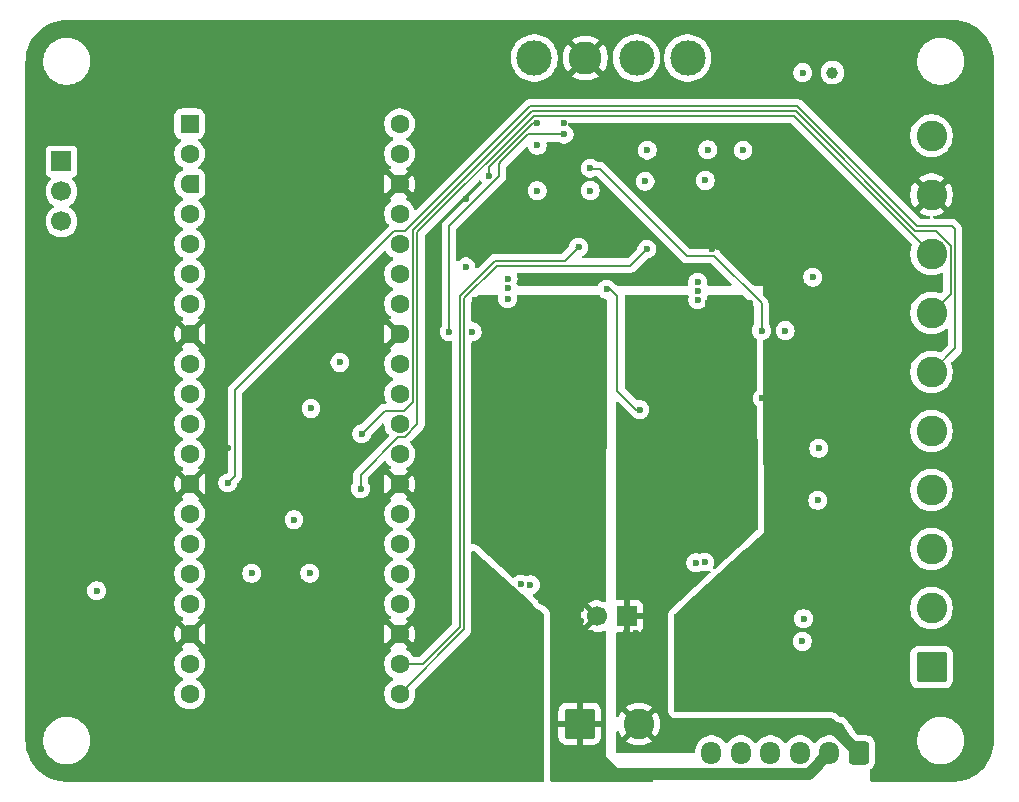
<source format=gbl>
%TF.GenerationSoftware,KiCad,Pcbnew,9.0.2*%
%TF.CreationDate,2025-07-21T22:11:42-06:00*%
%TF.ProjectId,Pico_H-bridge_complete,5069636f-5f48-42d6-9272-696467655f63,rev?*%
%TF.SameCoordinates,Original*%
%TF.FileFunction,Copper,L4,Bot*%
%TF.FilePolarity,Positive*%
%FSLAX46Y46*%
G04 Gerber Fmt 4.6, Leading zero omitted, Abs format (unit mm)*
G04 Created by KiCad (PCBNEW 9.0.2) date 2025-07-21 22:11:42*
%MOMM*%
%LPD*%
G01*
G04 APERTURE LIST*
G04 Aperture macros list*
%AMRoundRect*
0 Rectangle with rounded corners*
0 $1 Rounding radius*
0 $2 $3 $4 $5 $6 $7 $8 $9 X,Y pos of 4 corners*
0 Add a 4 corners polygon primitive as box body*
4,1,4,$2,$3,$4,$5,$6,$7,$8,$9,$2,$3,0*
0 Add four circle primitives for the rounded corners*
1,1,$1+$1,$2,$3*
1,1,$1+$1,$4,$5*
1,1,$1+$1,$6,$7*
1,1,$1+$1,$8,$9*
0 Add four rect primitives between the rounded corners*
20,1,$1+$1,$2,$3,$4,$5,0*
20,1,$1+$1,$4,$5,$6,$7,0*
20,1,$1+$1,$6,$7,$8,$9,0*
20,1,$1+$1,$8,$9,$2,$3,0*%
%AMFreePoly0*
4,1,37,0.603843,0.796157,0.639018,0.796157,0.711114,0.766294,0.766294,0.711114,0.796157,0.639018,0.796157,0.603843,0.800000,0.600000,0.800000,-0.600000,0.796157,-0.603843,0.796157,-0.639018,0.766294,-0.711114,0.711114,-0.766294,0.639018,-0.796157,0.603843,-0.796157,0.600000,-0.800000,0.000000,-0.800000,0.000000,-0.796148,-0.078414,-0.796148,-0.232228,-0.765552,-0.377117,-0.705537,
-0.507515,-0.618408,-0.618408,-0.507515,-0.705537,-0.377117,-0.765552,-0.232228,-0.796148,-0.078414,-0.796148,0.078414,-0.765552,0.232228,-0.705537,0.377117,-0.618408,0.507515,-0.507515,0.618408,-0.377117,0.705537,-0.232228,0.765552,-0.078414,0.796148,0.000000,0.796148,0.000000,0.800000,0.600000,0.800000,0.603843,0.796157,0.603843,0.796157,$1*%
%AMFreePoly1*
4,1,37,0.000000,0.796148,0.078414,0.796148,0.232228,0.765552,0.377117,0.705537,0.507515,0.618408,0.618408,0.507515,0.705537,0.377117,0.765552,0.232228,0.796148,0.078414,0.796148,-0.078414,0.765552,-0.232228,0.705537,-0.377117,0.618408,-0.507515,0.507515,-0.618408,0.377117,-0.705537,0.232228,-0.765552,0.078414,-0.796148,0.000000,-0.796148,0.000000,-0.800000,-0.600000,-0.800000,
-0.603843,-0.796157,-0.639018,-0.796157,-0.711114,-0.766294,-0.766294,-0.711114,-0.796157,-0.639018,-0.796157,-0.603843,-0.800000,-0.600000,-0.800000,0.600000,-0.796157,0.603843,-0.796157,0.639018,-0.766294,0.711114,-0.711114,0.766294,-0.639018,0.796157,-0.603843,0.796157,-0.600000,0.800000,0.000000,0.800000,0.000000,0.796148,0.000000,0.796148,$1*%
G04 Aperture macros list end*
%TA.AperFunction,ComponentPad*%
%ADD10RoundRect,0.200000X-0.600000X-0.600000X0.600000X-0.600000X0.600000X0.600000X-0.600000X0.600000X0*%
%TD*%
%TA.AperFunction,ComponentPad*%
%ADD11C,1.600000*%
%TD*%
%TA.AperFunction,ComponentPad*%
%ADD12FreePoly0,0.000000*%
%TD*%
%TA.AperFunction,ComponentPad*%
%ADD13FreePoly1,0.000000*%
%TD*%
%TA.AperFunction,ComponentPad*%
%ADD14C,3.000000*%
%TD*%
%TA.AperFunction,ComponentPad*%
%ADD15R,1.700000X1.700000*%
%TD*%
%TA.AperFunction,ComponentPad*%
%ADD16C,1.700000*%
%TD*%
%TA.AperFunction,ComponentPad*%
%ADD17C,2.800000*%
%TD*%
%TA.AperFunction,ComponentPad*%
%ADD18RoundRect,0.250000X0.600000X0.725000X-0.600000X0.725000X-0.600000X-0.725000X0.600000X-0.725000X0*%
%TD*%
%TA.AperFunction,ComponentPad*%
%ADD19O,1.700000X1.950000*%
%TD*%
%TA.AperFunction,ComponentPad*%
%ADD20RoundRect,0.250000X1.050000X-1.050000X1.050000X1.050000X-1.050000X1.050000X-1.050000X-1.050000X0*%
%TD*%
%TA.AperFunction,ComponentPad*%
%ADD21C,2.600000*%
%TD*%
%TA.AperFunction,ComponentPad*%
%ADD22RoundRect,0.250000X-1.050000X-1.050000X1.050000X-1.050000X1.050000X1.050000X-1.050000X1.050000X0*%
%TD*%
%TA.AperFunction,ViaPad*%
%ADD23C,0.600000*%
%TD*%
%TA.AperFunction,ViaPad*%
%ADD24C,1.000000*%
%TD*%
%TA.AperFunction,Conductor*%
%ADD25C,0.200000*%
%TD*%
%TA.AperFunction,Conductor*%
%ADD26C,1.000000*%
%TD*%
G04 APERTURE END LIST*
D10*
%TO.P,U1,1,GPIO0*%
%TO.N,unconnected-(U1-GPIO0-Pad1)*%
X97400000Y-64300000D03*
D11*
%TO.P,U1,2,GPIO1*%
%TO.N,unconnected-(U1-GPIO1-Pad2)*%
X97400000Y-66840000D03*
D12*
%TO.P,U1,3,GND*%
%TO.N,unconnected-(U1-GND-Pad3)_1*%
X97400000Y-69380000D03*
D11*
%TO.P,U1,4,GPIO2*%
%TO.N,A*%
X97400000Y-71920000D03*
%TO.P,U1,5,GPIO3*%
%TO.N,B*%
X97400000Y-74460000D03*
%TO.P,U1,6,GPIO4*%
%TO.N,unconnected-(U1-GPIO4-Pad6)*%
X97400000Y-77000000D03*
%TO.P,U1,7,GPIO5*%
%TO.N,unconnected-(U1-GPIO5-Pad7)_1*%
X97400000Y-79540000D03*
D12*
%TO.P,U1,8,GND*%
%TO.N,GND*%
X97400000Y-82080000D03*
D11*
%TO.P,U1,9,GPIO6*%
%TO.N,unconnected-(U1-GPIO6-Pad9)*%
X97400000Y-84620000D03*
%TO.P,U1,10,GPIO7*%
%TO.N,unconnected-(U1-GPIO7-Pad10)*%
X97400000Y-87160000D03*
%TO.P,U1,11,GPIO8*%
%TO.N,unconnected-(U1-GPIO8-Pad11)_1*%
X97400000Y-89700000D03*
%TO.P,U1,12,GPIO9*%
%TO.N,unconnected-(U1-GPIO9-Pad12)*%
X97400000Y-92240000D03*
D12*
%TO.P,U1,13,GND*%
%TO.N,GND*%
X97400000Y-94780000D03*
D11*
%TO.P,U1,14,GPIO10*%
%TO.N,unconnected-(U1-GPIO10-Pad14)_1*%
X97400000Y-97320000D03*
%TO.P,U1,15,GPIO11*%
%TO.N,unconnected-(U1-GPIO11-Pad15)_1*%
X97400000Y-99860000D03*
%TO.P,U1,16,GPIO12*%
%TO.N,unconnected-(U1-GPIO12-Pad16)*%
X97400000Y-102400000D03*
%TO.P,U1,17,GPIO13*%
%TO.N,Net-(U1-GPIO13)*%
X97400000Y-104940000D03*
D12*
%TO.P,U1,18,GND*%
%TO.N,GND*%
X97400000Y-107480000D03*
D11*
%TO.P,U1,19,GPIO14*%
%TO.N,Limit Switch*%
X97400000Y-110020000D03*
%TO.P,U1,20,GPIO15*%
%TO.N,Home*%
X97400000Y-112560000D03*
%TO.P,U1,21,GPIO16*%
%TO.N,Net-(U1-GPIO16)*%
X115180000Y-112560000D03*
%TO.P,U1,22,GPIO17*%
%TO.N,Net-(U1-GPIO17)*%
X115180000Y-110020000D03*
D13*
%TO.P,U1,23,GND*%
%TO.N,GND*%
X115180000Y-107480000D03*
D11*
%TO.P,U1,24,GPIO18*%
%TO.N,PWM Position*%
X115180000Y-104940000D03*
%TO.P,U1,25,GPIO19*%
%TO.N,PWM Speed*%
X115180000Y-102400000D03*
%TO.P,U1,26,GPIO20*%
%TO.N,PWM Position x10*%
X115180000Y-99860000D03*
%TO.P,U1,27,GPIO21*%
%TO.N,Speed_set PWM*%
X115180000Y-97320000D03*
D13*
%TO.P,U1,28,GND*%
%TO.N,GND*%
X115180000Y-94780000D03*
D11*
%TO.P,U1,29,GPIO22*%
%TO.N,unconnected-(U1-GPIO22-Pad29)*%
X115180000Y-92240000D03*
%TO.P,U1,30,RUN*%
%TO.N,unconnected-(U1-RUN-Pad30)*%
X115180000Y-89700000D03*
%TO.P,U1,31,GPIO26_ADC0*%
%TO.N,Speed_set*%
X115180000Y-87160000D03*
%TO.P,U1,32,GPIO27_ADC1*%
%TO.N,Net-(U1-GPIO27_ADC1)*%
X115180000Y-84620000D03*
D13*
%TO.P,U1,33,AGND*%
%TO.N,GND*%
X115180000Y-82080000D03*
D11*
%TO.P,U1,34,GPIO28_ADC2*%
%TO.N,unconnected-(U1-GPIO28_ADC2-Pad34)_1*%
X115180000Y-79540000D03*
%TO.P,U1,35,ADC_VREF*%
%TO.N,+3.3V*%
X115180000Y-77000000D03*
%TO.P,U1,36,3V3*%
X115180000Y-74460000D03*
%TO.P,U1,37,3V3_EN*%
%TO.N,unconnected-(U1-3V3_EN-Pad37)_1*%
X115180000Y-71920000D03*
D13*
%TO.P,U1,38,GND*%
%TO.N,GND*%
X115180000Y-69380000D03*
D11*
%TO.P,U1,39,VSYS*%
%TO.N,+5V*%
X115180000Y-66840000D03*
%TO.P,U1,40,VBUS*%
%TO.N,unconnected-(U1-VBUS-Pad40)*%
X115180000Y-64300000D03*
%TD*%
D14*
%TO.P,TP2,1,1*%
%TO.N,+10V*%
X139572778Y-58725000D03*
%TD*%
D15*
%TO.P,J4,1,Pin_1*%
%TO.N,M+*%
X134405000Y-105995000D03*
D16*
%TO.P,J4,2,Pin_2*%
%TO.N,M-*%
X131865000Y-105995000D03*
%TD*%
D17*
%TO.P,TP6,1,1*%
%TO.N,GND*%
X130907593Y-58725000D03*
%TD*%
D18*
%TO.P,J2,1,Pin_1*%
%TO.N,M+*%
X154075000Y-117555000D03*
D19*
%TO.P,J2,2,Pin_2*%
%TO.N,M-*%
X151575000Y-117555000D03*
%TO.P,J2,3,Pin_3*%
%TO.N,GND*%
X149075000Y-117555000D03*
%TO.P,J2,4,Pin_4*%
%TO.N,+5V*%
X146575000Y-117555000D03*
%TO.P,J2,5,Pin_5*%
%TO.N,Net-(J2-Pin_5)*%
X144075000Y-117555000D03*
%TO.P,J2,6,Pin_6*%
%TO.N,Net-(J2-Pin_6)*%
X141575000Y-117555000D03*
%TD*%
D20*
%TO.P,J1,1,Pin_1*%
%TO.N,Net-(J1-Pin_1)*%
X160220000Y-110300000D03*
D21*
%TO.P,J1,2,Pin_2*%
%TO.N,Net-(J1-Pin_2)*%
X160220000Y-105300000D03*
%TO.P,J1,3,Pin_3*%
%TO.N,Net-(J1-Pin_3)*%
X160220000Y-100300000D03*
%TO.P,J1,4,Pin_4*%
%TO.N,Net-(J1-Pin_4)*%
X160220000Y-95300000D03*
%TO.P,J1,5,Pin_5*%
%TO.N,Net-(J1-Pin_5)*%
X160220000Y-90300000D03*
%TO.P,J1,6,Pin_6*%
%TO.N,Analog Position x10*%
X160220000Y-85300000D03*
%TO.P,J1,7,Pin_7*%
%TO.N,Analog Position*%
X160220000Y-80300000D03*
%TO.P,J1,8,Pin_8*%
%TO.N,Analog Speed*%
X160220000Y-75300000D03*
%TO.P,J1,9,Pin_9*%
%TO.N,GND*%
X160220000Y-70300000D03*
%TO.P,J1,10,Pin_10*%
%TO.N,Net-(D5-A)*%
X160220000Y-65300000D03*
%TD*%
D14*
%TO.P,TP3,1,1*%
%TO.N,+5V*%
X135240185Y-58725000D03*
%TD*%
D22*
%TO.P,J3,1,Pin_1*%
%TO.N,M-*%
X130425000Y-115100000D03*
D21*
%TO.P,J3,2,Pin_2*%
%TO.N,M+*%
X135425000Y-115100000D03*
%TD*%
D15*
%TO.P,JP1,1,A*%
%TO.N,Speed_set PWM*%
X86550000Y-67485000D03*
D16*
%TO.P,JP1,2,C*%
%TO.N,Net-(JP1-C)*%
X86550000Y-70025000D03*
%TO.P,JP1,3,B*%
%TO.N,External PWM*%
X86550000Y-72565000D03*
%TD*%
D14*
%TO.P,TP1,1,1*%
%TO.N,Speed_set*%
X126575000Y-58725000D03*
%TD*%
D23*
%TO.N,Analog Position x10*%
X100620000Y-94700000D03*
%TO.N,Analog Position*%
X111970000Y-90545000D03*
%TO.N,GND*%
X152970000Y-89825000D03*
X125360000Y-118750000D03*
X119377300Y-87550000D03*
X140262500Y-101460000D03*
X89520000Y-106125000D03*
X112402500Y-83550000D03*
X151270000Y-104275000D03*
X100610000Y-91755000D03*
X148290000Y-71402500D03*
X104645000Y-102370000D03*
X111970000Y-87595000D03*
X145882500Y-87550000D03*
X117120000Y-95600000D03*
X124822500Y-74791000D03*
X105685000Y-88400000D03*
X111870000Y-92235000D03*
X133602500Y-68045000D03*
X151270000Y-108125000D03*
X120790000Y-70669167D03*
X129107500Y-64220000D03*
X138885000Y-69100000D03*
X137655000Y-66437500D03*
X125420000Y-103300000D03*
X141615500Y-74891000D03*
X144000000Y-69090000D03*
X152870000Y-94229286D03*
X142755000Y-66437500D03*
X126256238Y-103316260D03*
X141020000Y-101400000D03*
X146295000Y-59905000D03*
X106235000Y-92415000D03*
X86620000Y-93120000D03*
X151370000Y-99185714D03*
X125365000Y-114850000D03*
X129107500Y-68055000D03*
X109555000Y-102330000D03*
%TO.N,Analog Speed*%
X111870000Y-95185000D03*
%TO.N,+5V*%
X126832500Y-66120000D03*
X136155000Y-66525000D03*
X126832500Y-69955000D03*
X135960000Y-69150000D03*
X131327500Y-69945000D03*
%TO.N,+10V*%
X121320000Y-81900000D03*
X141255000Y-66500000D03*
X106235000Y-97815000D03*
X141050000Y-69090000D03*
X147820000Y-81800000D03*
%TO.N,Net-(U1-GPIO17)*%
X130325000Y-74746000D03*
%TO.N,Net-(U1-GPIO16)*%
X136120000Y-74900000D03*
%TO.N,+3.3V*%
X89520000Y-103825000D03*
X102665000Y-102360000D03*
X107575000Y-102340000D03*
X110127500Y-84500000D03*
X107677500Y-88400000D03*
%TO.N,Limit Switch*%
X150670000Y-91777143D03*
%TO.N,Fwd{slash}Rev*%
X129107500Y-65170000D03*
X119367400Y-81900000D03*
X149275000Y-108125000D03*
%TO.N,Net-(D4-K)*%
X135520000Y-88500000D03*
X132720000Y-78300000D03*
%TO.N,M+*%
X138520000Y-103400000D03*
X134620000Y-80800000D03*
X139920000Y-80300000D03*
X144120000Y-80000000D03*
X136120000Y-105400000D03*
X134320000Y-107400000D03*
X142120000Y-80100000D03*
X139320000Y-79800000D03*
X141355000Y-80332500D03*
X138520000Y-101400000D03*
X136120000Y-107400000D03*
X135720000Y-79700000D03*
X138595000Y-80320000D03*
X135220000Y-108300000D03*
X136320000Y-79200000D03*
X143720000Y-79300000D03*
X137720000Y-103400000D03*
X140120000Y-80900000D03*
X137020000Y-80700000D03*
X137720000Y-101400000D03*
X138508762Y-102366260D03*
X136120000Y-106400000D03*
X137720000Y-104400000D03*
X143320000Y-80300000D03*
X144820000Y-79500000D03*
X133900000Y-108600000D03*
X137920000Y-79800000D03*
X136820000Y-79900000D03*
X136920000Y-103400000D03*
X140920000Y-80900000D03*
X136120000Y-103400000D03*
X135220000Y-104400000D03*
X141920000Y-80800000D03*
X136920000Y-104400000D03*
X136920000Y-102400000D03*
X137720000Y-102400000D03*
X133820000Y-109800000D03*
X135220000Y-107400000D03*
X137120000Y-79200000D03*
X137920000Y-80900000D03*
X142620000Y-80600000D03*
X136120000Y-104400000D03*
X136220000Y-80500000D03*
X138520000Y-104400000D03*
X137720000Y-105400000D03*
X139320000Y-80900000D03*
X141320000Y-79500000D03*
X134320000Y-104400000D03*
X135420000Y-80500000D03*
X136920000Y-105400000D03*
X136920000Y-106400000D03*
%TO.N,Home*%
X150570000Y-96181429D03*
%TO.N,+12V*%
X140420000Y-79200000D03*
X124320000Y-79100000D03*
X150160000Y-77280000D03*
X124360000Y-78217500D03*
X144255000Y-66525000D03*
X149300000Y-59960000D03*
X140405000Y-78457500D03*
X124360000Y-77400000D03*
X140420000Y-77700000D03*
X120790000Y-76413334D03*
D24*
X151820000Y-59960000D03*
D23*
%TO.N,M-*%
X125310000Y-80092500D03*
X128131238Y-102366260D03*
X130320000Y-79900000D03*
X126420000Y-80800000D03*
X130520000Y-103400000D03*
X128720000Y-79600000D03*
X128920000Y-102400000D03*
X131420000Y-108300000D03*
X131420000Y-107400000D03*
X128920000Y-106400000D03*
X124520000Y-80600000D03*
X130120000Y-79100000D03*
X130920000Y-79200000D03*
X130520000Y-107400000D03*
X122120000Y-79900000D03*
X128920000Y-105400000D03*
X129720000Y-103400000D03*
X130520000Y-106400000D03*
X129420000Y-79200000D03*
X132120000Y-80000000D03*
X122920000Y-80100000D03*
X130520000Y-105400000D03*
X132320000Y-109800000D03*
X129720000Y-104400000D03*
X128920000Y-101400000D03*
X128120000Y-101400000D03*
X128620000Y-80800000D03*
X131820000Y-79200000D03*
X129720000Y-102400000D03*
X125320000Y-80900000D03*
X132320000Y-104400000D03*
X121520000Y-79200000D03*
X128120000Y-105400000D03*
X131420000Y-104400000D03*
X122320000Y-79200000D03*
X128920000Y-103400000D03*
X127320000Y-80800000D03*
X128020000Y-81100000D03*
X130520000Y-80600000D03*
X132120000Y-80800000D03*
X128920000Y-104400000D03*
X127320000Y-79600000D03*
X127220000Y-104700000D03*
X127995000Y-80220000D03*
X129620000Y-80900000D03*
X131420000Y-80600000D03*
X126420000Y-79900000D03*
X131120000Y-79900000D03*
X123120000Y-79400000D03*
X130520000Y-104400000D03*
X123720000Y-80300000D03*
X132350000Y-108600000D03*
X129720000Y-105400000D03*
X128120000Y-103400000D03*
X129420000Y-80000000D03*
X127320000Y-102400000D03*
X128120000Y-104400000D03*
X129720000Y-106400000D03*
%TO.N,/H-Bridge/CW1*%
X145820000Y-81800000D03*
X131327500Y-68045000D03*
%TO.N,/H-Bridge/CW0*%
X126832500Y-64220000D03*
X122740000Y-68713334D03*
%TO.N,External PWM*%
X149375000Y-106200000D03*
%TD*%
D25*
%TO.N,Analog Position x10*%
X162222000Y-73239844D02*
X161915056Y-72932900D01*
X148854200Y-62800000D02*
X126220000Y-62800000D01*
X101211000Y-86871950D02*
X101211000Y-94109000D01*
X162222000Y-83298000D02*
X162222000Y-73239844D01*
X126220000Y-62800000D02*
X115661000Y-73359000D01*
X115661000Y-73359000D02*
X114723950Y-73359000D01*
X161915056Y-72932900D02*
X158987100Y-72932900D01*
X101211000Y-94109000D02*
X100620000Y-94700000D01*
X114723950Y-73359000D02*
X101211000Y-86871950D01*
X158987100Y-72932900D02*
X148854200Y-62800000D01*
X160220000Y-85300000D02*
X162222000Y-83298000D01*
%TO.N,Analog Position*%
X126369100Y-63218000D02*
X116286000Y-73301100D01*
X116286000Y-87834000D02*
X115521000Y-88599000D01*
X158853550Y-73366450D02*
X148705100Y-63218000D01*
X160220000Y-80300000D02*
X161821000Y-78699000D01*
X116286000Y-73301100D02*
X116286000Y-87834000D01*
X113916000Y-88599000D02*
X111970000Y-90545000D01*
X161821000Y-78699000D02*
X161821000Y-74636844D01*
X161821000Y-74636844D02*
X160550606Y-73366450D01*
X148705100Y-63218000D02*
X126369100Y-63218000D01*
X160550606Y-73366450D02*
X158853550Y-73366450D01*
X115521000Y-88599000D02*
X113916000Y-88599000D01*
%TO.N,Analog Speed*%
X111870000Y-93992950D02*
X111870000Y-95185000D01*
X160220000Y-75300000D02*
X148539000Y-63619000D01*
X115636050Y-90801000D02*
X115061950Y-90801000D01*
X148539000Y-63619000D02*
X126535200Y-63619000D01*
X115061950Y-90801000D02*
X111870000Y-93992950D01*
X116687000Y-89750050D02*
X115636050Y-90801000D01*
X116687000Y-73467200D02*
X116687000Y-89750050D01*
X126535200Y-63619000D02*
X116687000Y-73467200D01*
%TO.N,Net-(U1-GPIO17)*%
X120252651Y-78908885D02*
X120252651Y-79000000D01*
X115180000Y-110020000D02*
X117152900Y-110020000D01*
X130137536Y-74746000D02*
X130325000Y-74746000D01*
X130325000Y-74746000D02*
X129171000Y-75900000D01*
X123261536Y-75900000D02*
X120252651Y-78908885D01*
X120252651Y-106920249D02*
X120252651Y-79000000D01*
X129171000Y-75900000D02*
X123261536Y-75900000D01*
X117152900Y-110020000D02*
X120252651Y-106920249D01*
%TO.N,Net-(U1-GPIO16)*%
X120653651Y-79074985D02*
X123427636Y-76301000D01*
X115180000Y-112560000D02*
X120653651Y-107086349D01*
X134719000Y-76301000D02*
X136120000Y-74900000D01*
X120653651Y-107086349D02*
X120653651Y-79074985D01*
X123427636Y-76301000D02*
X134719000Y-76301000D01*
%TO.N,Fwd{slash}Rev*%
X123620000Y-68700000D02*
X119367400Y-72952600D01*
X126087100Y-65200000D02*
X123803550Y-67483550D01*
X123620000Y-68700000D02*
X123620000Y-67667100D01*
X119367400Y-72952600D02*
X119367400Y-81900000D01*
X129077500Y-65200000D02*
X126087100Y-65200000D01*
X129107500Y-65170000D02*
X129077500Y-65200000D01*
X123620000Y-67667100D02*
X123803550Y-67483550D01*
%TO.N,Net-(D4-K)*%
X133620000Y-86891364D02*
X135228636Y-88500000D01*
X135228636Y-88500000D02*
X135520000Y-88500000D01*
X133020000Y-78300000D02*
X133620000Y-78900000D01*
X133620000Y-78900000D02*
X133620000Y-86891364D01*
X132720000Y-78300000D02*
X133020000Y-78300000D01*
D26*
%TO.N,M+*%
X151620000Y-115100000D02*
X137720000Y-115100000D01*
X151620000Y-115100000D02*
X154075000Y-117555000D01*
%TO.N,M-*%
X149799000Y-119331000D02*
X151575000Y-117555000D01*
X134656000Y-119331000D02*
X149799000Y-119331000D01*
D25*
%TO.N,/H-Bridge/CW1*%
X145820000Y-81800000D02*
X145820000Y-79508636D01*
X139521000Y-75501000D02*
X132120000Y-68100000D01*
X145820000Y-79508636D02*
X141812364Y-75501000D01*
X132120000Y-68100000D02*
X131320000Y-68100000D01*
X141812364Y-75501000D02*
X139521000Y-75501000D01*
%TO.N,/H-Bridge/CW0*%
X126500000Y-64220000D02*
X126832500Y-64220000D01*
X122740000Y-67980000D02*
X126500000Y-64220000D01*
X122740000Y-68713334D02*
X122740000Y-67980000D01*
%TD*%
%TA.AperFunction,Conductor*%
%TO.N,M-*%
G36*
X123479436Y-78819685D02*
G01*
X123525191Y-78872489D01*
X123535135Y-78941647D01*
X123534014Y-78948192D01*
X123519500Y-79021155D01*
X123519500Y-79178846D01*
X123550261Y-79333489D01*
X123550264Y-79333501D01*
X123610602Y-79479172D01*
X123610609Y-79479185D01*
X123698210Y-79610288D01*
X123698213Y-79610292D01*
X123809707Y-79721786D01*
X123809711Y-79721789D01*
X123940814Y-79809390D01*
X123940827Y-79809397D01*
X124064876Y-79860779D01*
X124086503Y-79869737D01*
X124241153Y-79900499D01*
X124241156Y-79900500D01*
X124241158Y-79900500D01*
X124398844Y-79900500D01*
X124398845Y-79900499D01*
X124553497Y-79869737D01*
X124699179Y-79809394D01*
X124830289Y-79721789D01*
X124941789Y-79610289D01*
X125029394Y-79479179D01*
X125089737Y-79333497D01*
X125120500Y-79178842D01*
X125120500Y-79021158D01*
X125120500Y-79021155D01*
X125105986Y-78948192D01*
X125112213Y-78878601D01*
X125155075Y-78823423D01*
X125220965Y-78800178D01*
X125227603Y-78800000D01*
X132036559Y-78800000D01*
X132103598Y-78819685D01*
X132124240Y-78836319D01*
X132209707Y-78921786D01*
X132209711Y-78921789D01*
X132340814Y-79009390D01*
X132340827Y-79009397D01*
X132486498Y-79069735D01*
X132486503Y-79069737D01*
X132578931Y-79088122D01*
X132613492Y-79094997D01*
X132675403Y-79127382D01*
X132709977Y-79188097D01*
X132713301Y-79216906D01*
X132653282Y-104679452D01*
X132633439Y-104746445D01*
X132580527Y-104792075D01*
X132511346Y-104801856D01*
X132472987Y-104789645D01*
X132383217Y-104743904D01*
X132181129Y-104678242D01*
X131971246Y-104645000D01*
X131758754Y-104645000D01*
X131548872Y-104678242D01*
X131548869Y-104678242D01*
X131346782Y-104743904D01*
X131157439Y-104840380D01*
X131103282Y-104879727D01*
X131103282Y-104879728D01*
X131735591Y-105512037D01*
X131672007Y-105529075D01*
X131557993Y-105594901D01*
X131464901Y-105687993D01*
X131399075Y-105802007D01*
X131382037Y-105865591D01*
X130749728Y-105233282D01*
X130749727Y-105233282D01*
X130710380Y-105287439D01*
X130613904Y-105476782D01*
X130548242Y-105678869D01*
X130548242Y-105678872D01*
X130515000Y-105888753D01*
X130515000Y-106101246D01*
X130548242Y-106311127D01*
X130548242Y-106311130D01*
X130613904Y-106513217D01*
X130710375Y-106702550D01*
X130749728Y-106756716D01*
X131382037Y-106124408D01*
X131399075Y-106187993D01*
X131464901Y-106302007D01*
X131557993Y-106395099D01*
X131672007Y-106460925D01*
X131735589Y-106477962D01*
X131103282Y-107110269D01*
X131103282Y-107110270D01*
X131157449Y-107149624D01*
X131346782Y-107246095D01*
X131548870Y-107311757D01*
X131758754Y-107345000D01*
X131971246Y-107345000D01*
X132181127Y-107311757D01*
X132181130Y-107311757D01*
X132383219Y-107246094D01*
X132466776Y-107203520D01*
X132535446Y-107190623D01*
X132600186Y-107216899D01*
X132640444Y-107274005D01*
X132647072Y-107314296D01*
X132622357Y-117800004D01*
X133619999Y-118799999D01*
X133620000Y-118800000D01*
X136496000Y-118800000D01*
X136563039Y-118819685D01*
X136608794Y-118872489D01*
X136620000Y-118924000D01*
X136620000Y-119875500D01*
X136600315Y-119942539D01*
X136547511Y-119988294D01*
X136496000Y-119999500D01*
X128049500Y-119999500D01*
X127982461Y-119979815D01*
X127936706Y-119927011D01*
X127925500Y-119875500D01*
X127925500Y-114000013D01*
X128625000Y-114000013D01*
X128625000Y-114850000D01*
X129824999Y-114850000D01*
X129799979Y-114910402D01*
X129775000Y-115035981D01*
X129775000Y-115164019D01*
X129799979Y-115289598D01*
X129824999Y-115350000D01*
X128625001Y-115350000D01*
X128625001Y-116199986D01*
X128635494Y-116302697D01*
X128690641Y-116469119D01*
X128690643Y-116469124D01*
X128782684Y-116618345D01*
X128906654Y-116742315D01*
X129055875Y-116834356D01*
X129055880Y-116834358D01*
X129222302Y-116889505D01*
X129222309Y-116889506D01*
X129325019Y-116899999D01*
X130174999Y-116899999D01*
X130175000Y-116899998D01*
X130175000Y-115700001D01*
X130235402Y-115725021D01*
X130360981Y-115750000D01*
X130489019Y-115750000D01*
X130614598Y-115725021D01*
X130675000Y-115700001D01*
X130675000Y-116899999D01*
X131524972Y-116899999D01*
X131524986Y-116899998D01*
X131627697Y-116889505D01*
X131794119Y-116834358D01*
X131794124Y-116834356D01*
X131943345Y-116742315D01*
X132067315Y-116618345D01*
X132159356Y-116469124D01*
X132159358Y-116469119D01*
X132214505Y-116302697D01*
X132214506Y-116302690D01*
X132224999Y-116199986D01*
X132225000Y-116199973D01*
X132225000Y-115350000D01*
X131025001Y-115350000D01*
X131050021Y-115289598D01*
X131075000Y-115164019D01*
X131075000Y-115035981D01*
X131050021Y-114910402D01*
X131025001Y-114850000D01*
X132224999Y-114850000D01*
X132224999Y-114000028D01*
X132224998Y-114000013D01*
X132214505Y-113897302D01*
X132159358Y-113730880D01*
X132159356Y-113730875D01*
X132067315Y-113581654D01*
X131943345Y-113457684D01*
X131794124Y-113365643D01*
X131794119Y-113365641D01*
X131627697Y-113310494D01*
X131627690Y-113310493D01*
X131524986Y-113300000D01*
X130675000Y-113300000D01*
X130675000Y-114499998D01*
X130614598Y-114474979D01*
X130489019Y-114450000D01*
X130360981Y-114450000D01*
X130235402Y-114474979D01*
X130175000Y-114499998D01*
X130175000Y-113300000D01*
X129325028Y-113300000D01*
X129325012Y-113300001D01*
X129222302Y-113310494D01*
X129055880Y-113365641D01*
X129055875Y-113365643D01*
X128906654Y-113457684D01*
X128782684Y-113581654D01*
X128690643Y-113730875D01*
X128690641Y-113730880D01*
X128635494Y-113897302D01*
X128635493Y-113897309D01*
X128625000Y-114000013D01*
X127925500Y-114000013D01*
X127925500Y-105855293D01*
X127925500Y-105855284D01*
X127920982Y-105787852D01*
X127916569Y-105755066D01*
X127903099Y-105688847D01*
X127845697Y-105556913D01*
X127845693Y-105556906D01*
X127845693Y-105556905D01*
X127811906Y-105502189D01*
X127810894Y-105500372D01*
X127808986Y-105497459D01*
X127716739Y-105387043D01*
X127434369Y-105133320D01*
X127322819Y-105057316D01*
X127322807Y-105057309D01*
X127264135Y-105027934D01*
X127264131Y-105027932D01*
X127264130Y-105027932D01*
X127136439Y-104984158D01*
X127136436Y-104984157D01*
X127132602Y-104982843D01*
X127125358Y-104980104D01*
X127091542Y-104966096D01*
X127070109Y-104954639D01*
X127042097Y-104935922D01*
X127023312Y-104920505D01*
X126999495Y-104896689D01*
X126984077Y-104877904D01*
X126965352Y-104849880D01*
X126953903Y-104828460D01*
X126924844Y-104758303D01*
X126870483Y-104659786D01*
X126864202Y-104650909D01*
X126851883Y-104633497D01*
X126838800Y-104615005D01*
X126764000Y-104530960D01*
X126763999Y-104530959D01*
X126484860Y-104280138D01*
X126448151Y-104220689D01*
X126449410Y-104150830D01*
X126488237Y-104092742D01*
X126520278Y-104073345D01*
X126635417Y-104025654D01*
X126766527Y-103938049D01*
X126878027Y-103826549D01*
X126965632Y-103695439D01*
X127025975Y-103549757D01*
X127056738Y-103395102D01*
X127056738Y-103237418D01*
X127056738Y-103237415D01*
X127056737Y-103237413D01*
X127025976Y-103082770D01*
X127025975Y-103082763D01*
X126994341Y-103006390D01*
X126965635Y-102937087D01*
X126965628Y-102937074D01*
X126878027Y-102805971D01*
X126878024Y-102805967D01*
X126766530Y-102694473D01*
X126766526Y-102694470D01*
X126635423Y-102606869D01*
X126635410Y-102606862D01*
X126489739Y-102546524D01*
X126489727Y-102546521D01*
X126335083Y-102515760D01*
X126335080Y-102515760D01*
X126177396Y-102515760D01*
X126177393Y-102515760D01*
X126022748Y-102546521D01*
X126022736Y-102546524D01*
X125904502Y-102595498D01*
X125835033Y-102602967D01*
X125804981Y-102592515D01*
X125804807Y-102592937D01*
X125653501Y-102530264D01*
X125653489Y-102530261D01*
X125498845Y-102499500D01*
X125498842Y-102499500D01*
X125341158Y-102499500D01*
X125341155Y-102499500D01*
X125186510Y-102530261D01*
X125186498Y-102530264D01*
X125040827Y-102590602D01*
X125040814Y-102590609D01*
X124909714Y-102678208D01*
X124909708Y-102678213D01*
X124894557Y-102693364D01*
X124833233Y-102726848D01*
X124763541Y-102721862D01*
X124724001Y-102697916D01*
X121798810Y-100069484D01*
X121795352Y-100066405D01*
X121795296Y-100066355D01*
X121793723Y-100064968D01*
X121790387Y-100062052D01*
X121790386Y-100062051D01*
X121669346Y-99984264D01*
X121606283Y-99955464D01*
X121605803Y-99955242D01*
X121605787Y-99955237D01*
X121467734Y-99914703D01*
X121467733Y-99914703D01*
X121378151Y-99914703D01*
X121311112Y-99895018D01*
X121265357Y-99842214D01*
X121254151Y-99790703D01*
X121254151Y-82824500D01*
X121273836Y-82757461D01*
X121326640Y-82711706D01*
X121378151Y-82700500D01*
X121398844Y-82700500D01*
X121398845Y-82700499D01*
X121553497Y-82669737D01*
X121699179Y-82609394D01*
X121830289Y-82521789D01*
X121941789Y-82410289D01*
X122029394Y-82279179D01*
X122089737Y-82133497D01*
X122120500Y-81978842D01*
X122120500Y-81821158D01*
X122120500Y-81821155D01*
X122120499Y-81821153D01*
X122101593Y-81726108D01*
X122089737Y-81666503D01*
X122088800Y-81664240D01*
X122029397Y-81520827D01*
X122029390Y-81520814D01*
X121941789Y-81389711D01*
X121941786Y-81389707D01*
X121830292Y-81278213D01*
X121830288Y-81278210D01*
X121699185Y-81190609D01*
X121699172Y-81190602D01*
X121553501Y-81130264D01*
X121553489Y-81130261D01*
X121398845Y-81099500D01*
X121398842Y-81099500D01*
X121378151Y-81099500D01*
X121311112Y-81079815D01*
X121265357Y-81027011D01*
X121254151Y-80975500D01*
X121254151Y-79375082D01*
X121273836Y-79308043D01*
X121290470Y-79287401D01*
X121741552Y-78836319D01*
X121802875Y-78802834D01*
X121829233Y-78800000D01*
X123412397Y-78800000D01*
X123479436Y-78819685D01*
G37*
%TD.AperFunction*%
%TD*%
%TA.AperFunction,Conductor*%
%TO.N,M+*%
G36*
X139600690Y-78819685D02*
G01*
X139646445Y-78872489D01*
X139656389Y-78941647D01*
X139651239Y-78960429D01*
X139652032Y-78960670D01*
X139650261Y-78966505D01*
X139619500Y-79121153D01*
X139619500Y-79278846D01*
X139650261Y-79433489D01*
X139650264Y-79433501D01*
X139710602Y-79579172D01*
X139710609Y-79579185D01*
X139798210Y-79710288D01*
X139798213Y-79710292D01*
X139909707Y-79821786D01*
X139909711Y-79821789D01*
X140040814Y-79909390D01*
X140040827Y-79909397D01*
X140154963Y-79956673D01*
X140186503Y-79969737D01*
X140341153Y-80000499D01*
X140341156Y-80000500D01*
X140341158Y-80000500D01*
X140498844Y-80000500D01*
X140498845Y-80000499D01*
X140653497Y-79969737D01*
X140799179Y-79909394D01*
X140930289Y-79821789D01*
X141041789Y-79710289D01*
X141129394Y-79579179D01*
X141189737Y-79433497D01*
X141220500Y-79278842D01*
X141220500Y-79121158D01*
X141220500Y-79121155D01*
X141220499Y-79121153D01*
X141216391Y-79100500D01*
X141189737Y-78966503D01*
X141189732Y-78966492D01*
X141187969Y-78960676D01*
X141190549Y-78959893D01*
X141184314Y-78902008D01*
X141215576Y-78839523D01*
X141275657Y-78803858D01*
X141306348Y-78800000D01*
X144210767Y-78800000D01*
X144277806Y-78819685D01*
X144298448Y-78836319D01*
X145183181Y-79721052D01*
X145216666Y-79782375D01*
X145219500Y-79808733D01*
X145219500Y-81220234D01*
X145199815Y-81287273D01*
X145198602Y-81289125D01*
X145110609Y-81420814D01*
X145110602Y-81420827D01*
X145050264Y-81566498D01*
X145050261Y-81566510D01*
X145019500Y-81721153D01*
X145019500Y-81878846D01*
X145050261Y-82033489D01*
X145050264Y-82033501D01*
X145110602Y-82179172D01*
X145110609Y-82179185D01*
X145198210Y-82310288D01*
X145198213Y-82310292D01*
X145309710Y-82421789D01*
X145396463Y-82479755D01*
X145441268Y-82533367D01*
X145450393Y-82599915D01*
X145436966Y-82696589D01*
X145436966Y-82696597D01*
X145456623Y-86804935D01*
X145437259Y-86872068D01*
X145401515Y-86908630D01*
X145372211Y-86928210D01*
X145372207Y-86928213D01*
X145260713Y-87039707D01*
X145260710Y-87039711D01*
X145173109Y-87170814D01*
X145173102Y-87170827D01*
X145112764Y-87316498D01*
X145112761Y-87316510D01*
X145082000Y-87471153D01*
X145082000Y-87628846D01*
X145112761Y-87783489D01*
X145112764Y-87783501D01*
X145173102Y-87929172D01*
X145173109Y-87929185D01*
X145260710Y-88060288D01*
X145260713Y-88060292D01*
X145372208Y-88171787D01*
X145372211Y-88171789D01*
X145408661Y-88196144D01*
X145453465Y-88249755D01*
X145463769Y-88298653D01*
X145472793Y-90184414D01*
X145472940Y-90215114D01*
X145472940Y-90215115D01*
X145480048Y-91700715D01*
X145480275Y-91748084D01*
X145480275Y-91748085D01*
X145496717Y-95184414D01*
X145496864Y-95215114D01*
X145496864Y-95215115D01*
X145501121Y-96104999D01*
X145501348Y-96152370D01*
X145501348Y-96152371D01*
X145513163Y-98621901D01*
X145493799Y-98689034D01*
X145472515Y-98714301D01*
X144268157Y-99807733D01*
X143819447Y-100215114D01*
X141909894Y-101948785D01*
X141847028Y-101979274D01*
X141777658Y-101970935D01*
X141723808Y-101926415D01*
X141702576Y-101859850D01*
X141720703Y-101792372D01*
X141723419Y-101788120D01*
X141729394Y-101779179D01*
X141789737Y-101633497D01*
X141820500Y-101478842D01*
X141820500Y-101321158D01*
X141820500Y-101321155D01*
X141820499Y-101321153D01*
X141789738Y-101166510D01*
X141789737Y-101166503D01*
X141789735Y-101166498D01*
X141729397Y-101020827D01*
X141729390Y-101020814D01*
X141641789Y-100889711D01*
X141641786Y-100889707D01*
X141530292Y-100778213D01*
X141530288Y-100778210D01*
X141399185Y-100690609D01*
X141399172Y-100690602D01*
X141253501Y-100630264D01*
X141253489Y-100630261D01*
X141098845Y-100599500D01*
X141098842Y-100599500D01*
X140941158Y-100599500D01*
X140941155Y-100599500D01*
X140786510Y-100630261D01*
X140786498Y-100630264D01*
X140640828Y-100690602D01*
X140640808Y-100690613D01*
X140640806Y-100690615D01*
X140640804Y-100690615D01*
X140635447Y-100693479D01*
X140634903Y-100692462D01*
X140574125Y-100711481D01*
X140524484Y-100702062D01*
X140495998Y-100690263D01*
X140495988Y-100690260D01*
X140341345Y-100659500D01*
X140341342Y-100659500D01*
X140183658Y-100659500D01*
X140183655Y-100659500D01*
X140029010Y-100690261D01*
X140028998Y-100690264D01*
X139883327Y-100750602D01*
X139883314Y-100750609D01*
X139752211Y-100838210D01*
X139752207Y-100838213D01*
X139640713Y-100949707D01*
X139640710Y-100949711D01*
X139553109Y-101080814D01*
X139553102Y-101080827D01*
X139492764Y-101226498D01*
X139492761Y-101226510D01*
X139462000Y-101381153D01*
X139462000Y-101538846D01*
X139492761Y-101693489D01*
X139492764Y-101693501D01*
X139553102Y-101839172D01*
X139553109Y-101839185D01*
X139640710Y-101970288D01*
X139640713Y-101970292D01*
X139752207Y-102081786D01*
X139752211Y-102081789D01*
X139883314Y-102169390D01*
X139883327Y-102169397D01*
X140006133Y-102220264D01*
X140029003Y-102229737D01*
X140183653Y-102260499D01*
X140183656Y-102260500D01*
X140183658Y-102260500D01*
X140341344Y-102260500D01*
X140341345Y-102260499D01*
X140495997Y-102229737D01*
X140641679Y-102169394D01*
X140641684Y-102169390D01*
X140647046Y-102166525D01*
X140647592Y-102167546D01*
X140708335Y-102148518D01*
X140758015Y-102157937D01*
X140786503Y-102169737D01*
X140939967Y-102200263D01*
X140941153Y-102200499D01*
X140941156Y-102200500D01*
X140941158Y-102200500D01*
X141098844Y-102200500D01*
X141098845Y-102200499D01*
X141253497Y-102169737D01*
X141354504Y-102127898D01*
X141423971Y-102120430D01*
X141486451Y-102151705D01*
X141522103Y-102211794D01*
X141519609Y-102281619D01*
X141485306Y-102334267D01*
X138923865Y-104659786D01*
X138760910Y-104807732D01*
X138312199Y-105215114D01*
X138220739Y-105298149D01*
X138120855Y-105388833D01*
X138074798Y-105436520D01*
X138074791Y-105436528D01*
X138053841Y-105461280D01*
X138014432Y-105514565D01*
X137954663Y-105645438D01*
X137939066Y-105698557D01*
X137934977Y-105712481D01*
X137934976Y-105712485D01*
X137914500Y-105854901D01*
X137914500Y-106170941D01*
X137914500Y-108095941D01*
X137914500Y-109225741D01*
X137914500Y-113975500D01*
X137914501Y-113975509D01*
X137926052Y-114082950D01*
X137926054Y-114082962D01*
X137937260Y-114134472D01*
X137971383Y-114236997D01*
X137971386Y-114237003D01*
X138049171Y-114358037D01*
X138049179Y-114358048D01*
X138094923Y-114410840D01*
X138094926Y-114410843D01*
X138094930Y-114410847D01*
X138203664Y-114505067D01*
X138203667Y-114505068D01*
X138203668Y-114505069D01*
X138236716Y-114520162D01*
X138334541Y-114564838D01*
X138401580Y-114584523D01*
X138401584Y-114584524D01*
X138544000Y-114605000D01*
X151656540Y-114605000D01*
X151680728Y-114607382D01*
X151696496Y-114610518D01*
X151696508Y-114610521D01*
X151752407Y-114621640D01*
X151775667Y-114628695D01*
X151843186Y-114656661D01*
X151864626Y-114668121D01*
X151925385Y-114708719D01*
X151944175Y-114724140D01*
X152012145Y-114792110D01*
X152041157Y-114821122D01*
X152081429Y-114857295D01*
X152102072Y-114873929D01*
X152145947Y-114905567D01*
X152276824Y-114965338D01*
X152343863Y-114985023D01*
X152343867Y-114985024D01*
X152486283Y-115005500D01*
X152494829Y-115005500D01*
X152561868Y-115025185D01*
X152595951Y-115057734D01*
X153055444Y-115705202D01*
X153230590Y-115951998D01*
X153253336Y-116018062D01*
X153236754Y-116085936D01*
X153186110Y-116134070D01*
X153168474Y-116141468D01*
X153155882Y-116145640D01*
X153155875Y-116145643D01*
X153006654Y-116237684D01*
X152882683Y-116361655D01*
X152882680Y-116361659D01*
X152787183Y-116516484D01*
X152735235Y-116563209D01*
X152666273Y-116574430D01*
X152602191Y-116546587D01*
X152593964Y-116539068D01*
X152454786Y-116399890D01*
X152282820Y-116274951D01*
X152093414Y-116178444D01*
X152093413Y-116178443D01*
X152093412Y-116178443D01*
X151891243Y-116112754D01*
X151891241Y-116112753D01*
X151891240Y-116112753D01*
X151721922Y-116085936D01*
X151681287Y-116079500D01*
X151468713Y-116079500D01*
X151428078Y-116085936D01*
X151258760Y-116112753D01*
X151056585Y-116178444D01*
X150867179Y-116274951D01*
X150695213Y-116399890D01*
X150544894Y-116550209D01*
X150544890Y-116550214D01*
X150425318Y-116714793D01*
X150369989Y-116757459D01*
X150300375Y-116763438D01*
X150238580Y-116730833D01*
X150224682Y-116714793D01*
X150105109Y-116550214D01*
X150105105Y-116550209D01*
X149954786Y-116399890D01*
X149782820Y-116274951D01*
X149593414Y-116178444D01*
X149593413Y-116178443D01*
X149593412Y-116178443D01*
X149391243Y-116112754D01*
X149391241Y-116112753D01*
X149391240Y-116112753D01*
X149221922Y-116085936D01*
X149181287Y-116079500D01*
X148968713Y-116079500D01*
X148928078Y-116085936D01*
X148758760Y-116112753D01*
X148556585Y-116178444D01*
X148367179Y-116274951D01*
X148195213Y-116399890D01*
X148044894Y-116550209D01*
X148044890Y-116550214D01*
X147925318Y-116714793D01*
X147869989Y-116757459D01*
X147800375Y-116763438D01*
X147738580Y-116730833D01*
X147724682Y-116714793D01*
X147605109Y-116550214D01*
X147605105Y-116550209D01*
X147454786Y-116399890D01*
X147282820Y-116274951D01*
X147093414Y-116178444D01*
X147093413Y-116178443D01*
X147093412Y-116178443D01*
X146891243Y-116112754D01*
X146891241Y-116112753D01*
X146891240Y-116112753D01*
X146721922Y-116085936D01*
X146681287Y-116079500D01*
X146468713Y-116079500D01*
X146428078Y-116085936D01*
X146258760Y-116112753D01*
X146056585Y-116178444D01*
X145867179Y-116274951D01*
X145695213Y-116399890D01*
X145544894Y-116550209D01*
X145544890Y-116550214D01*
X145425318Y-116714793D01*
X145369989Y-116757459D01*
X145300375Y-116763438D01*
X145238580Y-116730833D01*
X145224682Y-116714793D01*
X145105109Y-116550214D01*
X145105105Y-116550209D01*
X144954786Y-116399890D01*
X144782820Y-116274951D01*
X144593414Y-116178444D01*
X144593413Y-116178443D01*
X144593412Y-116178443D01*
X144391243Y-116112754D01*
X144391241Y-116112753D01*
X144391240Y-116112753D01*
X144221922Y-116085936D01*
X144181287Y-116079500D01*
X143968713Y-116079500D01*
X143928078Y-116085936D01*
X143758760Y-116112753D01*
X143556585Y-116178444D01*
X143367179Y-116274951D01*
X143195213Y-116399890D01*
X143044894Y-116550209D01*
X143044890Y-116550214D01*
X142925318Y-116714793D01*
X142869989Y-116757459D01*
X142800375Y-116763438D01*
X142738580Y-116730833D01*
X142724682Y-116714793D01*
X142605109Y-116550214D01*
X142605105Y-116550209D01*
X142454786Y-116399890D01*
X142282820Y-116274951D01*
X142093414Y-116178444D01*
X142093413Y-116178443D01*
X142093412Y-116178443D01*
X141891243Y-116112754D01*
X141891241Y-116112753D01*
X141891240Y-116112753D01*
X141721922Y-116085936D01*
X141681287Y-116079500D01*
X141468713Y-116079500D01*
X141428078Y-116085936D01*
X141258760Y-116112753D01*
X141056585Y-116178444D01*
X140867179Y-116274951D01*
X140695213Y-116399890D01*
X140544890Y-116550213D01*
X140419951Y-116722179D01*
X140323444Y-116911585D01*
X140257753Y-117113760D01*
X140224500Y-117323713D01*
X140224500Y-117476000D01*
X140204815Y-117543039D01*
X140152011Y-117588794D01*
X140100500Y-117600000D01*
X133644000Y-117600000D01*
X133576961Y-117580315D01*
X133531206Y-117527511D01*
X133520000Y-117476000D01*
X133520000Y-115827940D01*
X133539685Y-115760901D01*
X133592489Y-115715146D01*
X133661647Y-115705202D01*
X133725203Y-115734227D01*
X133758561Y-115780488D01*
X133807160Y-115897819D01*
X133807165Y-115897828D01*
X133925144Y-116102171D01*
X133925145Y-116102172D01*
X133987721Y-116183723D01*
X134823958Y-115347487D01*
X134848978Y-115407890D01*
X134920112Y-115514351D01*
X135010649Y-115604888D01*
X135117110Y-115676022D01*
X135177511Y-115701041D01*
X134341275Y-116537277D01*
X134422827Y-116599854D01*
X134422828Y-116599855D01*
X134627171Y-116717834D01*
X134627180Y-116717839D01*
X134845163Y-116808129D01*
X134845161Y-116808129D01*
X135073085Y-116869200D01*
X135307014Y-116899999D01*
X135307029Y-116900000D01*
X135542971Y-116900000D01*
X135542985Y-116899999D01*
X135776914Y-116869200D01*
X136004837Y-116808129D01*
X136222819Y-116717839D01*
X136222828Y-116717834D01*
X136427181Y-116599850D01*
X136508723Y-116537279D01*
X136508723Y-116537276D01*
X135672487Y-115701041D01*
X135732890Y-115676022D01*
X135839351Y-115604888D01*
X135929888Y-115514351D01*
X136001022Y-115407890D01*
X136026041Y-115347488D01*
X136862276Y-116183723D01*
X136862279Y-116183723D01*
X136924850Y-116102181D01*
X137042834Y-115897828D01*
X137042839Y-115897819D01*
X137133129Y-115679837D01*
X137194200Y-115451914D01*
X137224999Y-115217985D01*
X137225000Y-115217971D01*
X137225000Y-114982028D01*
X137224999Y-114982014D01*
X137194200Y-114748085D01*
X137133129Y-114520162D01*
X137042839Y-114302180D01*
X137042834Y-114302171D01*
X136924855Y-114097828D01*
X136924854Y-114097827D01*
X136862277Y-114016275D01*
X136026041Y-114852511D01*
X136001022Y-114792110D01*
X135929888Y-114685649D01*
X135839351Y-114595112D01*
X135732890Y-114523978D01*
X135672488Y-114498958D01*
X136508723Y-113662721D01*
X136427172Y-113600145D01*
X136427171Y-113600144D01*
X136222828Y-113482165D01*
X136222819Y-113482160D01*
X136004836Y-113391870D01*
X136004838Y-113391870D01*
X135776914Y-113330799D01*
X135542985Y-113300000D01*
X135307014Y-113300000D01*
X135073085Y-113330799D01*
X134845162Y-113391870D01*
X134627180Y-113482160D01*
X134627171Y-113482165D01*
X134422828Y-113600144D01*
X134422818Y-113600150D01*
X134341275Y-113662720D01*
X134341275Y-113662721D01*
X135177512Y-114498958D01*
X135117110Y-114523978D01*
X135010649Y-114595112D01*
X134920112Y-114685649D01*
X134848978Y-114792110D01*
X134823958Y-114852511D01*
X133987721Y-114016275D01*
X133987720Y-114016275D01*
X133925150Y-114097818D01*
X133925144Y-114097828D01*
X133807165Y-114302171D01*
X133807163Y-114302175D01*
X133758561Y-114419512D01*
X133714720Y-114473915D01*
X133648426Y-114495980D01*
X133580727Y-114478701D01*
X133533116Y-114427564D01*
X133520000Y-114372059D01*
X133520000Y-107469000D01*
X133539685Y-107401961D01*
X133592489Y-107356206D01*
X133644000Y-107345000D01*
X134155000Y-107345000D01*
X134155000Y-106428012D01*
X134212007Y-106460925D01*
X134339174Y-106495000D01*
X134470826Y-106495000D01*
X134597993Y-106460925D01*
X134655000Y-106428012D01*
X134655000Y-107345000D01*
X135302828Y-107345000D01*
X135302844Y-107344999D01*
X135362372Y-107338598D01*
X135362379Y-107338596D01*
X135497086Y-107288354D01*
X135497093Y-107288350D01*
X135612187Y-107202190D01*
X135612190Y-107202187D01*
X135698350Y-107087093D01*
X135698354Y-107087086D01*
X135748596Y-106952379D01*
X135748598Y-106952372D01*
X135754999Y-106892844D01*
X135755000Y-106892827D01*
X135755000Y-106245000D01*
X134838012Y-106245000D01*
X134870925Y-106187993D01*
X134905000Y-106060826D01*
X134905000Y-105929174D01*
X134870925Y-105802007D01*
X134838012Y-105745000D01*
X135755000Y-105745000D01*
X135755000Y-105097172D01*
X135754999Y-105097155D01*
X135748598Y-105037627D01*
X135748596Y-105037620D01*
X135698354Y-104902913D01*
X135698350Y-104902906D01*
X135612190Y-104787812D01*
X135612187Y-104787809D01*
X135497093Y-104701649D01*
X135497086Y-104701645D01*
X135362379Y-104651403D01*
X135362372Y-104651401D01*
X135302844Y-104645000D01*
X134655000Y-104645000D01*
X134655000Y-105561988D01*
X134597993Y-105529075D01*
X134470826Y-105495000D01*
X134339174Y-105495000D01*
X134212007Y-105529075D01*
X134155000Y-105561988D01*
X134155000Y-104645000D01*
X133644000Y-104645000D01*
X133576961Y-104625315D01*
X133531206Y-104572511D01*
X133520000Y-104521000D01*
X133520000Y-87939961D01*
X133539685Y-87872922D01*
X133592489Y-87827167D01*
X133661647Y-87817223D01*
X133725203Y-87846248D01*
X133731681Y-87852280D01*
X134748114Y-88868713D01*
X134748116Y-88868716D01*
X134859920Y-88980520D01*
X134879188Y-88991644D01*
X134889672Y-89001504D01*
X134892499Y-89006323D01*
X134893073Y-89006811D01*
X134893903Y-89005982D01*
X135009707Y-89121786D01*
X135009711Y-89121789D01*
X135140814Y-89209390D01*
X135140827Y-89209397D01*
X135245492Y-89252750D01*
X135286503Y-89269737D01*
X135441153Y-89300499D01*
X135441156Y-89300500D01*
X135441158Y-89300500D01*
X135598844Y-89300500D01*
X135598845Y-89300499D01*
X135753497Y-89269737D01*
X135899179Y-89209394D01*
X136030289Y-89121789D01*
X136141789Y-89010289D01*
X136229394Y-88879179D01*
X136289737Y-88733497D01*
X136320500Y-88578842D01*
X136320500Y-88421158D01*
X136320500Y-88421155D01*
X136320499Y-88421153D01*
X136289738Y-88266510D01*
X136289737Y-88266503D01*
X136289520Y-88265978D01*
X136229397Y-88120827D01*
X136229390Y-88120814D01*
X136141789Y-87989711D01*
X136141786Y-87989707D01*
X136030292Y-87878213D01*
X136030288Y-87878210D01*
X135899185Y-87790609D01*
X135899172Y-87790602D01*
X135753501Y-87730264D01*
X135753489Y-87730261D01*
X135598845Y-87699500D01*
X135598842Y-87699500D01*
X135441158Y-87699500D01*
X135441153Y-87699500D01*
X135369550Y-87713743D01*
X135299959Y-87707516D01*
X135257678Y-87679807D01*
X134256819Y-86678948D01*
X134223334Y-86617625D01*
X134220500Y-86591267D01*
X134220500Y-78924000D01*
X134240185Y-78856961D01*
X134292989Y-78811206D01*
X134344500Y-78800000D01*
X139533651Y-78800000D01*
X139600690Y-78819685D01*
G37*
%TD.AperFunction*%
%TD*%
%TA.AperFunction,Conductor*%
%TO.N,GND*%
G36*
X162003032Y-55500648D02*
G01*
X162336929Y-55517052D01*
X162349037Y-55518245D01*
X162452146Y-55533539D01*
X162676699Y-55566849D01*
X162688617Y-55569219D01*
X163009951Y-55649709D01*
X163021588Y-55653240D01*
X163092806Y-55678722D01*
X163333467Y-55764832D01*
X163344688Y-55769479D01*
X163644163Y-55911120D01*
X163654871Y-55916844D01*
X163938988Y-56087137D01*
X163949106Y-56093897D01*
X164215170Y-56291224D01*
X164224576Y-56298944D01*
X164470013Y-56521395D01*
X164478604Y-56529986D01*
X164654901Y-56724500D01*
X164701055Y-56775423D01*
X164708775Y-56784829D01*
X164906102Y-57050893D01*
X164912862Y-57061011D01*
X165075931Y-57333076D01*
X165083148Y-57345116D01*
X165088883Y-57355844D01*
X165153623Y-57492726D01*
X165230514Y-57655297D01*
X165235170Y-57666540D01*
X165346759Y-57978411D01*
X165350292Y-57990055D01*
X165430777Y-58311369D01*
X165433151Y-58323305D01*
X165481754Y-58650962D01*
X165482947Y-58663071D01*
X165499351Y-58996966D01*
X165499500Y-59003051D01*
X165499500Y-116496948D01*
X165499351Y-116503033D01*
X165482947Y-116836928D01*
X165481754Y-116849037D01*
X165433151Y-117176694D01*
X165430777Y-117188630D01*
X165350292Y-117509944D01*
X165346759Y-117521588D01*
X165235170Y-117833459D01*
X165230514Y-117844702D01*
X165088885Y-118144151D01*
X165083148Y-118154883D01*
X164912862Y-118438988D01*
X164906102Y-118449106D01*
X164708775Y-118715170D01*
X164701055Y-118724576D01*
X164478611Y-118970006D01*
X164470006Y-118978611D01*
X164224576Y-119201055D01*
X164215170Y-119208775D01*
X163949106Y-119406102D01*
X163938988Y-119412862D01*
X163654883Y-119583148D01*
X163644151Y-119588885D01*
X163344702Y-119730514D01*
X163333459Y-119735170D01*
X163021588Y-119846759D01*
X163009944Y-119850292D01*
X162688630Y-119930777D01*
X162676694Y-119933151D01*
X162349037Y-119981754D01*
X162336928Y-119982947D01*
X162021989Y-119998419D01*
X162003031Y-119999351D01*
X161996949Y-119999500D01*
X155144000Y-119999500D01*
X155076961Y-119979815D01*
X155031206Y-119927011D01*
X155020000Y-119875500D01*
X155020000Y-119018190D01*
X155039685Y-118951151D01*
X155078904Y-118912651D01*
X155143656Y-118872712D01*
X155267712Y-118748656D01*
X155359814Y-118599334D01*
X155414999Y-118432797D01*
X155425500Y-118330009D01*
X155425499Y-116779992D01*
X155419195Y-116718284D01*
X155414999Y-116677203D01*
X155414998Y-116677200D01*
X155399731Y-116631127D01*
X155359814Y-116510666D01*
X155272355Y-116368872D01*
X158999500Y-116368872D01*
X158999500Y-116631127D01*
X159020436Y-116790140D01*
X159033730Y-116891116D01*
X159055178Y-116971161D01*
X159101602Y-117144418D01*
X159101605Y-117144428D01*
X159201953Y-117386690D01*
X159201958Y-117386700D01*
X159333075Y-117613803D01*
X159492718Y-117821851D01*
X159492726Y-117821860D01*
X159678140Y-118007274D01*
X159678148Y-118007281D01*
X159886196Y-118166924D01*
X160113299Y-118298041D01*
X160113309Y-118298046D01*
X160355571Y-118398394D01*
X160355581Y-118398398D01*
X160608884Y-118466270D01*
X160868880Y-118500500D01*
X160868887Y-118500500D01*
X161131113Y-118500500D01*
X161131120Y-118500500D01*
X161391116Y-118466270D01*
X161644419Y-118398398D01*
X161886697Y-118298043D01*
X162113803Y-118166924D01*
X162321851Y-118007282D01*
X162321855Y-118007277D01*
X162321860Y-118007274D01*
X162507274Y-117821860D01*
X162507277Y-117821855D01*
X162507282Y-117821851D01*
X162666924Y-117613803D01*
X162798043Y-117386697D01*
X162898398Y-117144419D01*
X162966270Y-116891116D01*
X163000500Y-116631120D01*
X163000500Y-116368880D01*
X162966270Y-116108884D01*
X162898398Y-115855581D01*
X162898394Y-115855571D01*
X162798046Y-115613309D01*
X162798041Y-115613299D01*
X162666924Y-115386196D01*
X162507281Y-115178148D01*
X162507274Y-115178140D01*
X162321860Y-114992726D01*
X162321851Y-114992718D01*
X162113803Y-114833075D01*
X161886700Y-114701958D01*
X161886690Y-114701953D01*
X161644428Y-114601605D01*
X161644421Y-114601603D01*
X161644419Y-114601602D01*
X161391116Y-114533730D01*
X161333339Y-114526123D01*
X161131127Y-114499500D01*
X161131120Y-114499500D01*
X160868880Y-114499500D01*
X160868872Y-114499500D01*
X160637772Y-114529926D01*
X160608884Y-114533730D01*
X160355581Y-114601602D01*
X160355571Y-114601605D01*
X160113309Y-114701953D01*
X160113299Y-114701958D01*
X159886196Y-114833075D01*
X159678148Y-114992718D01*
X159492718Y-115178148D01*
X159333075Y-115386196D01*
X159201958Y-115613299D01*
X159201953Y-115613309D01*
X159101605Y-115855571D01*
X159101602Y-115855581D01*
X159033730Y-116108884D01*
X159031899Y-116122789D01*
X158999500Y-116368872D01*
X155272355Y-116368872D01*
X155267712Y-116361344D01*
X155143656Y-116237288D01*
X154994334Y-116145186D01*
X154827797Y-116090001D01*
X154827795Y-116090000D01*
X154725016Y-116079500D01*
X154725009Y-116079500D01*
X154065783Y-116079500D01*
X153998744Y-116059815D01*
X153978102Y-116043181D01*
X153768698Y-115833777D01*
X153755256Y-115817861D01*
X153448913Y-115386196D01*
X152820000Y-114500000D01*
X152819999Y-114500000D01*
X152486283Y-114500000D01*
X152419244Y-114480315D01*
X152398601Y-114463681D01*
X152397139Y-114462219D01*
X152397139Y-114462218D01*
X152257782Y-114322861D01*
X152257781Y-114322860D01*
X152257780Y-114322859D01*
X152093920Y-114213371D01*
X152093911Y-114213366D01*
X151972382Y-114163027D01*
X151972379Y-114163026D01*
X151965165Y-114160038D01*
X151911836Y-114137949D01*
X151801511Y-114116004D01*
X151797233Y-114115153D01*
X151797222Y-114115150D01*
X151718543Y-114099500D01*
X151718541Y-114099500D01*
X138544000Y-114099500D01*
X138476961Y-114079815D01*
X138431206Y-114027011D01*
X138420000Y-113975500D01*
X138420000Y-109199983D01*
X158419500Y-109199983D01*
X158419500Y-111400001D01*
X158419501Y-111400018D01*
X158430000Y-111502796D01*
X158430001Y-111502799D01*
X158451616Y-111568028D01*
X158485186Y-111669334D01*
X158577288Y-111818656D01*
X158701344Y-111942712D01*
X158850666Y-112034814D01*
X159017203Y-112089999D01*
X159119991Y-112100500D01*
X161320008Y-112100499D01*
X161422797Y-112089999D01*
X161589334Y-112034814D01*
X161738656Y-111942712D01*
X161862712Y-111818656D01*
X161954814Y-111669334D01*
X162009999Y-111502797D01*
X162020500Y-111400009D01*
X162020499Y-109199992D01*
X162009999Y-109097203D01*
X161954814Y-108930666D01*
X161862712Y-108781344D01*
X161738656Y-108657288D01*
X161589334Y-108565186D01*
X161422797Y-108510001D01*
X161422795Y-108510000D01*
X161320010Y-108499500D01*
X159119998Y-108499500D01*
X159119981Y-108499501D01*
X159017203Y-108510000D01*
X159017200Y-108510001D01*
X158850668Y-108565185D01*
X158850663Y-108565187D01*
X158701342Y-108657289D01*
X158577289Y-108781342D01*
X158485187Y-108930663D01*
X158485185Y-108930668D01*
X158471412Y-108972232D01*
X158430001Y-109097203D01*
X158430001Y-109097204D01*
X158430000Y-109097204D01*
X158419500Y-109199983D01*
X138420000Y-109199983D01*
X138420000Y-108046153D01*
X148474500Y-108046153D01*
X148474500Y-108203846D01*
X148505261Y-108358489D01*
X148505264Y-108358501D01*
X148565602Y-108504172D01*
X148565609Y-108504185D01*
X148653210Y-108635288D01*
X148653213Y-108635292D01*
X148764707Y-108746786D01*
X148764711Y-108746789D01*
X148895814Y-108834390D01*
X148895827Y-108834397D01*
X149041498Y-108894735D01*
X149041503Y-108894737D01*
X149177502Y-108921789D01*
X149196153Y-108925499D01*
X149196156Y-108925500D01*
X149196158Y-108925500D01*
X149353844Y-108925500D01*
X149353845Y-108925499D01*
X149508497Y-108894737D01*
X149654179Y-108834394D01*
X149785289Y-108746789D01*
X149896789Y-108635289D01*
X149984394Y-108504179D01*
X150044737Y-108358497D01*
X150075500Y-108203842D01*
X150075500Y-108046158D01*
X150075500Y-108046155D01*
X150075499Y-108046153D01*
X150055562Y-107945925D01*
X150044737Y-107891503D01*
X150044735Y-107891498D01*
X149984397Y-107745827D01*
X149984390Y-107745814D01*
X149896789Y-107614711D01*
X149896786Y-107614707D01*
X149785292Y-107503213D01*
X149785288Y-107503210D01*
X149654185Y-107415609D01*
X149654172Y-107415602D01*
X149508501Y-107355264D01*
X149508489Y-107355261D01*
X149353845Y-107324500D01*
X149353842Y-107324500D01*
X149196158Y-107324500D01*
X149196155Y-107324500D01*
X149041510Y-107355261D01*
X149041498Y-107355264D01*
X148895827Y-107415602D01*
X148895814Y-107415609D01*
X148764711Y-107503210D01*
X148764707Y-107503213D01*
X148653213Y-107614707D01*
X148653210Y-107614711D01*
X148565609Y-107745814D01*
X148565602Y-107745827D01*
X148505264Y-107891498D01*
X148505261Y-107891510D01*
X148474500Y-108046153D01*
X138420000Y-108046153D01*
X138420000Y-106121153D01*
X148574500Y-106121153D01*
X148574500Y-106278846D01*
X148605261Y-106433489D01*
X148605264Y-106433501D01*
X148665602Y-106579172D01*
X148665609Y-106579185D01*
X148753210Y-106710288D01*
X148753213Y-106710292D01*
X148864707Y-106821786D01*
X148864711Y-106821789D01*
X148995814Y-106909390D01*
X148995827Y-106909397D01*
X149141498Y-106969735D01*
X149141503Y-106969737D01*
X149296153Y-107000499D01*
X149296156Y-107000500D01*
X149296158Y-107000500D01*
X149453844Y-107000500D01*
X149453845Y-107000499D01*
X149608497Y-106969737D01*
X149732714Y-106918285D01*
X149754172Y-106909397D01*
X149754172Y-106909396D01*
X149754179Y-106909394D01*
X149885289Y-106821789D01*
X149996789Y-106710289D01*
X150084394Y-106579179D01*
X150144737Y-106433497D01*
X150175500Y-106278842D01*
X150175500Y-106121158D01*
X150175500Y-106121155D01*
X150175499Y-106121153D01*
X150170903Y-106098049D01*
X150144737Y-105966503D01*
X150144735Y-105966498D01*
X150084397Y-105820827D01*
X150084390Y-105820814D01*
X149996789Y-105689711D01*
X149996786Y-105689707D01*
X149885292Y-105578213D01*
X149885288Y-105578210D01*
X149754185Y-105490609D01*
X149754172Y-105490602D01*
X149608501Y-105430264D01*
X149608489Y-105430261D01*
X149453845Y-105399500D01*
X149453842Y-105399500D01*
X149296158Y-105399500D01*
X149296155Y-105399500D01*
X149141510Y-105430261D01*
X149141498Y-105430264D01*
X148995827Y-105490602D01*
X148995814Y-105490609D01*
X148864711Y-105578210D01*
X148864707Y-105578213D01*
X148753213Y-105689707D01*
X148753210Y-105689711D01*
X148665609Y-105820814D01*
X148665602Y-105820827D01*
X148605264Y-105966498D01*
X148605261Y-105966510D01*
X148574500Y-106121153D01*
X138420000Y-106121153D01*
X138420000Y-105854901D01*
X138439685Y-105787862D01*
X138460645Y-105763098D01*
X139100701Y-105181995D01*
X158419500Y-105181995D01*
X158419500Y-105418004D01*
X158419501Y-105418020D01*
X158446304Y-105621613D01*
X158450307Y-105652014D01*
X158495537Y-105820814D01*
X158511394Y-105879993D01*
X158601714Y-106098045D01*
X158601719Y-106098056D01*
X158643105Y-106169737D01*
X158719727Y-106302450D01*
X158719729Y-106302453D01*
X158719730Y-106302454D01*
X158863406Y-106489697D01*
X158863412Y-106489704D01*
X159030295Y-106656587D01*
X159030302Y-106656593D01*
X159084195Y-106697946D01*
X159217550Y-106800273D01*
X159346621Y-106874792D01*
X159421943Y-106918280D01*
X159421948Y-106918282D01*
X159421951Y-106918284D01*
X159640007Y-107008606D01*
X159867986Y-107069693D01*
X160101989Y-107100500D01*
X160101996Y-107100500D01*
X160338004Y-107100500D01*
X160338011Y-107100500D01*
X160572014Y-107069693D01*
X160799993Y-107008606D01*
X161018049Y-106918284D01*
X161222450Y-106800273D01*
X161409699Y-106656592D01*
X161576592Y-106489699D01*
X161720273Y-106302450D01*
X161838284Y-106098049D01*
X161928606Y-105879993D01*
X161989693Y-105652014D01*
X162020500Y-105418011D01*
X162020500Y-105181989D01*
X161989693Y-104947986D01*
X161928606Y-104720007D01*
X161838284Y-104501951D01*
X161838282Y-104501948D01*
X161838280Y-104501943D01*
X161742063Y-104335292D01*
X161720273Y-104297550D01*
X161576592Y-104110301D01*
X161576587Y-104110295D01*
X161409704Y-103943412D01*
X161409697Y-103943406D01*
X161222454Y-103799730D01*
X161222453Y-103799729D01*
X161222450Y-103799727D01*
X161129657Y-103746153D01*
X161018056Y-103681719D01*
X161018045Y-103681714D01*
X160799993Y-103591394D01*
X160572010Y-103530306D01*
X160338020Y-103499501D01*
X160338017Y-103499500D01*
X160338011Y-103499500D01*
X160101989Y-103499500D01*
X160101983Y-103499500D01*
X160101979Y-103499501D01*
X159867989Y-103530306D01*
X159640006Y-103591394D01*
X159421954Y-103681714D01*
X159421943Y-103681719D01*
X159217545Y-103799730D01*
X159030302Y-103943406D01*
X159030295Y-103943412D01*
X158863412Y-104110295D01*
X158863406Y-104110302D01*
X158719730Y-104297545D01*
X158601719Y-104501943D01*
X158601714Y-104501954D01*
X158511394Y-104720006D01*
X158450306Y-104947989D01*
X158419501Y-105181979D01*
X158419500Y-105181995D01*
X139100701Y-105181995D01*
X144347996Y-100418004D01*
X144607948Y-100181995D01*
X158419500Y-100181995D01*
X158419500Y-100418004D01*
X158419501Y-100418020D01*
X158423117Y-100445490D01*
X158450307Y-100652014D01*
X158465098Y-100707213D01*
X158511394Y-100879993D01*
X158601714Y-101098045D01*
X158601719Y-101098056D01*
X158661412Y-101201446D01*
X158719727Y-101302450D01*
X158719729Y-101302453D01*
X158719730Y-101302454D01*
X158863406Y-101489697D01*
X158863412Y-101489704D01*
X159030295Y-101656587D01*
X159030302Y-101656593D01*
X159110607Y-101718213D01*
X159217550Y-101800273D01*
X159348918Y-101876118D01*
X159421943Y-101918280D01*
X159421948Y-101918282D01*
X159421951Y-101918284D01*
X159640007Y-102008606D01*
X159867986Y-102069693D01*
X160101989Y-102100500D01*
X160101996Y-102100500D01*
X160338004Y-102100500D01*
X160338011Y-102100500D01*
X160572014Y-102069693D01*
X160799993Y-102008606D01*
X161018049Y-101918284D01*
X161222450Y-101800273D01*
X161409699Y-101656592D01*
X161576592Y-101489699D01*
X161720273Y-101302450D01*
X161838284Y-101098049D01*
X161928606Y-100879993D01*
X161989693Y-100652014D01*
X162020500Y-100418011D01*
X162020500Y-100181989D01*
X161989693Y-99947986D01*
X161928606Y-99720007D01*
X161838284Y-99501951D01*
X161838282Y-99501948D01*
X161838280Y-99501943D01*
X161756779Y-99360781D01*
X161720273Y-99297550D01*
X161661001Y-99220306D01*
X161576593Y-99110302D01*
X161576587Y-99110295D01*
X161409704Y-98943412D01*
X161409697Y-98943406D01*
X161222454Y-98799730D01*
X161222453Y-98799729D01*
X161222450Y-98799727D01*
X161132359Y-98747713D01*
X161018056Y-98681719D01*
X161018045Y-98681714D01*
X160799993Y-98591394D01*
X160572010Y-98530306D01*
X160338020Y-98499501D01*
X160338017Y-98499500D01*
X160338011Y-98499500D01*
X160101989Y-98499500D01*
X160101983Y-98499500D01*
X160101979Y-98499501D01*
X159867989Y-98530306D01*
X159640006Y-98591394D01*
X159421954Y-98681714D01*
X159421943Y-98681719D01*
X159217545Y-98799730D01*
X159030302Y-98943406D01*
X159030295Y-98943412D01*
X158863412Y-99110295D01*
X158863406Y-99110302D01*
X158719730Y-99297545D01*
X158601719Y-99501943D01*
X158601714Y-99501954D01*
X158511394Y-99720006D01*
X158450306Y-99947989D01*
X158419501Y-100181979D01*
X158419500Y-100181995D01*
X144607948Y-100181995D01*
X144713546Y-100086123D01*
X145116805Y-99720006D01*
X146020000Y-98900000D01*
X146006829Y-96147288D01*
X146006615Y-96102582D01*
X149769500Y-96102582D01*
X149769500Y-96260275D01*
X149800261Y-96414918D01*
X149800264Y-96414930D01*
X149860602Y-96560601D01*
X149860609Y-96560614D01*
X149948210Y-96691717D01*
X149948213Y-96691721D01*
X150059707Y-96803215D01*
X150059711Y-96803218D01*
X150190814Y-96890819D01*
X150190827Y-96890826D01*
X150336498Y-96951164D01*
X150336503Y-96951166D01*
X150491153Y-96981928D01*
X150491156Y-96981929D01*
X150491158Y-96981929D01*
X150648844Y-96981929D01*
X150648845Y-96981928D01*
X150803497Y-96951166D01*
X150949179Y-96890823D01*
X151080289Y-96803218D01*
X151191789Y-96691718D01*
X151279394Y-96560608D01*
X151339737Y-96414926D01*
X151370500Y-96260271D01*
X151370500Y-96102587D01*
X151370500Y-96102584D01*
X151370499Y-96102582D01*
X151367100Y-96085494D01*
X151339737Y-95947932D01*
X151338149Y-95944099D01*
X151279397Y-95802256D01*
X151279390Y-95802243D01*
X151191789Y-95671140D01*
X151191786Y-95671136D01*
X151080292Y-95559642D01*
X151080288Y-95559639D01*
X150949185Y-95472038D01*
X150949172Y-95472031D01*
X150803501Y-95411693D01*
X150803489Y-95411690D01*
X150648845Y-95380929D01*
X150648842Y-95380929D01*
X150491158Y-95380929D01*
X150491155Y-95380929D01*
X150336510Y-95411690D01*
X150336498Y-95411693D01*
X150190827Y-95472031D01*
X150190814Y-95472038D01*
X150059711Y-95559639D01*
X150059707Y-95559642D01*
X149948213Y-95671136D01*
X149948210Y-95671140D01*
X149860609Y-95802243D01*
X149860602Y-95802256D01*
X149800264Y-95947927D01*
X149800261Y-95947939D01*
X149769500Y-96102582D01*
X146006615Y-96102582D01*
X146006589Y-96097088D01*
X146002211Y-95181995D01*
X158419500Y-95181995D01*
X158419500Y-95418004D01*
X158419501Y-95418020D01*
X158450306Y-95652010D01*
X158511394Y-95879993D01*
X158601714Y-96098045D01*
X158601719Y-96098056D01*
X158665032Y-96207715D01*
X158719727Y-96302450D01*
X158719729Y-96302453D01*
X158719730Y-96302454D01*
X158863406Y-96489697D01*
X158863412Y-96489704D01*
X159030295Y-96656587D01*
X159030301Y-96656592D01*
X159217550Y-96800273D01*
X159348918Y-96876118D01*
X159421943Y-96918280D01*
X159421948Y-96918282D01*
X159421951Y-96918284D01*
X159640007Y-97008606D01*
X159867986Y-97069693D01*
X160101989Y-97100500D01*
X160101996Y-97100500D01*
X160338004Y-97100500D01*
X160338011Y-97100500D01*
X160572014Y-97069693D01*
X160799993Y-97008606D01*
X161018049Y-96918284D01*
X161222450Y-96800273D01*
X161409699Y-96656592D01*
X161576592Y-96489699D01*
X161720273Y-96302450D01*
X161838284Y-96098049D01*
X161928606Y-95879993D01*
X161989693Y-95652014D01*
X162020500Y-95418011D01*
X162020500Y-95181989D01*
X161989693Y-94947986D01*
X161928606Y-94720007D01*
X161838284Y-94501951D01*
X161838282Y-94501948D01*
X161838280Y-94501943D01*
X161757286Y-94361659D01*
X161720273Y-94297550D01*
X161599545Y-94140214D01*
X161576593Y-94110302D01*
X161576587Y-94110295D01*
X161409704Y-93943412D01*
X161409697Y-93943406D01*
X161222454Y-93799730D01*
X161222453Y-93799729D01*
X161222450Y-93799727D01*
X161140957Y-93752677D01*
X161018056Y-93681719D01*
X161018045Y-93681714D01*
X160799993Y-93591394D01*
X160749958Y-93577987D01*
X160572014Y-93530307D01*
X160572013Y-93530306D01*
X160572010Y-93530306D01*
X160338020Y-93499501D01*
X160338017Y-93499500D01*
X160338011Y-93499500D01*
X160101989Y-93499500D01*
X160101983Y-93499500D01*
X160101979Y-93499501D01*
X159867989Y-93530306D01*
X159640006Y-93591394D01*
X159421954Y-93681714D01*
X159421943Y-93681719D01*
X159217545Y-93799730D01*
X159030302Y-93943406D01*
X159030295Y-93943412D01*
X158863412Y-94110295D01*
X158863406Y-94110302D01*
X158719730Y-94297545D01*
X158601719Y-94501943D01*
X158601714Y-94501954D01*
X158511394Y-94720006D01*
X158450306Y-94947989D01*
X158419501Y-95181979D01*
X158419500Y-95181995D01*
X146002211Y-95181995D01*
X146002194Y-95178523D01*
X145999910Y-94701210D01*
X145985542Y-91698296D01*
X149869500Y-91698296D01*
X149869500Y-91855989D01*
X149900261Y-92010632D01*
X149900264Y-92010644D01*
X149960602Y-92156315D01*
X149960609Y-92156328D01*
X150048210Y-92287431D01*
X150048213Y-92287435D01*
X150159707Y-92398929D01*
X150159711Y-92398932D01*
X150290814Y-92486533D01*
X150290827Y-92486540D01*
X150430839Y-92544534D01*
X150436503Y-92546880D01*
X150591153Y-92577642D01*
X150591156Y-92577643D01*
X150591158Y-92577643D01*
X150748844Y-92577643D01*
X150748845Y-92577642D01*
X150903497Y-92546880D01*
X151049179Y-92486537D01*
X151180289Y-92398932D01*
X151291789Y-92287432D01*
X151379394Y-92156322D01*
X151439737Y-92010640D01*
X151470500Y-91855985D01*
X151470500Y-91698301D01*
X151470500Y-91698298D01*
X151470499Y-91698296D01*
X151462204Y-91656593D01*
X151439737Y-91543646D01*
X151417391Y-91489697D01*
X151379397Y-91397970D01*
X151379390Y-91397957D01*
X151291789Y-91266854D01*
X151291786Y-91266850D01*
X151180292Y-91155356D01*
X151180288Y-91155353D01*
X151049185Y-91067752D01*
X151049172Y-91067745D01*
X150903501Y-91007407D01*
X150903489Y-91007404D01*
X150748845Y-90976643D01*
X150748842Y-90976643D01*
X150591158Y-90976643D01*
X150591155Y-90976643D01*
X150436510Y-91007404D01*
X150436498Y-91007407D01*
X150290827Y-91067745D01*
X150290814Y-91067752D01*
X150159711Y-91155353D01*
X150159707Y-91155356D01*
X150048213Y-91266850D01*
X150048210Y-91266854D01*
X149960609Y-91397957D01*
X149960602Y-91397970D01*
X149900264Y-91543641D01*
X149900261Y-91543653D01*
X149869500Y-91698296D01*
X145985542Y-91698296D01*
X145978287Y-90181995D01*
X158419500Y-90181995D01*
X158419500Y-90418004D01*
X158419501Y-90418020D01*
X158446598Y-90623846D01*
X158450307Y-90652014D01*
X158471145Y-90729783D01*
X158511394Y-90879993D01*
X158601714Y-91098045D01*
X158601719Y-91098056D01*
X158666476Y-91210216D01*
X158719727Y-91302450D01*
X158719729Y-91302453D01*
X158719730Y-91302454D01*
X158863406Y-91489697D01*
X158863412Y-91489704D01*
X159030295Y-91656587D01*
X159030301Y-91656592D01*
X159217550Y-91800273D01*
X159314053Y-91855989D01*
X159421943Y-91918280D01*
X159421948Y-91918282D01*
X159421951Y-91918284D01*
X159640007Y-92008606D01*
X159867986Y-92069693D01*
X160101989Y-92100500D01*
X160101996Y-92100500D01*
X160338004Y-92100500D01*
X160338011Y-92100500D01*
X160572014Y-92069693D01*
X160799993Y-92008606D01*
X161018049Y-91918284D01*
X161222450Y-91800273D01*
X161409699Y-91656592D01*
X161576592Y-91489699D01*
X161720273Y-91302450D01*
X161838284Y-91098049D01*
X161928606Y-90879993D01*
X161989693Y-90652014D01*
X162020500Y-90418011D01*
X162020500Y-90181989D01*
X161989693Y-89947986D01*
X161928606Y-89720007D01*
X161838284Y-89501951D01*
X161838282Y-89501948D01*
X161838280Y-89501943D01*
X161776804Y-89395465D01*
X161720273Y-89297550D01*
X161576592Y-89110301D01*
X161576587Y-89110295D01*
X161409704Y-88943412D01*
X161409697Y-88943406D01*
X161222454Y-88799730D01*
X161222453Y-88799729D01*
X161222450Y-88799727D01*
X161140957Y-88752677D01*
X161018056Y-88681719D01*
X161018045Y-88681714D01*
X160799993Y-88591394D01*
X160753148Y-88578842D01*
X160572014Y-88530307D01*
X160572013Y-88530306D01*
X160572010Y-88530306D01*
X160338020Y-88499501D01*
X160338017Y-88499500D01*
X160338011Y-88499500D01*
X160101989Y-88499500D01*
X160101983Y-88499500D01*
X160101979Y-88499501D01*
X159867989Y-88530306D01*
X159640006Y-88591394D01*
X159421954Y-88681714D01*
X159421943Y-88681719D01*
X159217545Y-88799730D01*
X159030302Y-88943406D01*
X159030295Y-88943412D01*
X158863412Y-89110295D01*
X158863406Y-89110302D01*
X158719730Y-89297545D01*
X158601719Y-89501943D01*
X158601714Y-89501954D01*
X158511394Y-89720006D01*
X158450306Y-89947989D01*
X158419501Y-90181979D01*
X158419500Y-90181995D01*
X145978287Y-90181995D01*
X145942460Y-82694176D01*
X145961823Y-82627048D01*
X146014407Y-82581041D01*
X146042265Y-82571971D01*
X146053497Y-82569737D01*
X146199179Y-82509394D01*
X146330289Y-82421789D01*
X146441789Y-82310289D01*
X146529394Y-82179179D01*
X146589737Y-82033497D01*
X146620500Y-81878842D01*
X146620500Y-81721158D01*
X146620500Y-81721155D01*
X146620499Y-81721153D01*
X147019500Y-81721153D01*
X147019500Y-81878846D01*
X147050261Y-82033489D01*
X147050264Y-82033501D01*
X147110602Y-82179172D01*
X147110609Y-82179185D01*
X147198210Y-82310288D01*
X147198213Y-82310292D01*
X147309707Y-82421786D01*
X147309711Y-82421789D01*
X147440814Y-82509390D01*
X147440827Y-82509397D01*
X147529015Y-82545925D01*
X147586503Y-82569737D01*
X147741153Y-82600499D01*
X147741156Y-82600500D01*
X147741158Y-82600500D01*
X147898844Y-82600500D01*
X147898845Y-82600499D01*
X148053497Y-82569737D01*
X148199179Y-82509394D01*
X148330289Y-82421789D01*
X148441789Y-82310289D01*
X148529394Y-82179179D01*
X148589737Y-82033497D01*
X148620500Y-81878842D01*
X148620500Y-81721158D01*
X148620500Y-81721155D01*
X148620499Y-81721153D01*
X148601964Y-81627972D01*
X148589737Y-81566503D01*
X148562398Y-81500500D01*
X148529397Y-81420827D01*
X148529390Y-81420814D01*
X148441789Y-81289711D01*
X148441786Y-81289707D01*
X148330292Y-81178213D01*
X148330288Y-81178210D01*
X148199185Y-81090609D01*
X148199172Y-81090602D01*
X148053501Y-81030264D01*
X148053489Y-81030261D01*
X147898845Y-80999500D01*
X147898842Y-80999500D01*
X147741158Y-80999500D01*
X147741155Y-80999500D01*
X147586510Y-81030261D01*
X147586498Y-81030264D01*
X147440827Y-81090602D01*
X147440814Y-81090609D01*
X147309711Y-81178210D01*
X147309707Y-81178213D01*
X147198213Y-81289707D01*
X147198210Y-81289711D01*
X147110609Y-81420814D01*
X147110602Y-81420827D01*
X147050264Y-81566498D01*
X147050261Y-81566510D01*
X147019500Y-81721153D01*
X146620499Y-81721153D01*
X146601964Y-81627972D01*
X146589737Y-81566503D01*
X146562398Y-81500500D01*
X146529397Y-81420827D01*
X146529390Y-81420814D01*
X146441398Y-81289125D01*
X146420520Y-81222447D01*
X146420500Y-81220234D01*
X146420500Y-79429582D01*
X146420499Y-79429575D01*
X146408048Y-79383106D01*
X146379577Y-79276851D01*
X146334918Y-79199500D01*
X146300520Y-79139920D01*
X146188716Y-79028116D01*
X146188715Y-79028115D01*
X146184385Y-79023785D01*
X146184374Y-79023775D01*
X145959723Y-78799124D01*
X145926238Y-78737801D01*
X145923406Y-78712053D01*
X145920000Y-78000000D01*
X145211961Y-78000000D01*
X145144922Y-77980315D01*
X145124280Y-77963681D01*
X144361752Y-77201153D01*
X149359500Y-77201153D01*
X149359500Y-77358846D01*
X149390261Y-77513489D01*
X149390264Y-77513501D01*
X149450602Y-77659172D01*
X149450609Y-77659185D01*
X149538210Y-77790288D01*
X149538213Y-77790292D01*
X149649707Y-77901786D01*
X149649711Y-77901789D01*
X149780814Y-77989390D01*
X149780827Y-77989397D01*
X149926498Y-78049735D01*
X149926503Y-78049737D01*
X150070204Y-78078321D01*
X150081153Y-78080499D01*
X150081156Y-78080500D01*
X150081158Y-78080500D01*
X150238844Y-78080500D01*
X150238845Y-78080499D01*
X150393497Y-78049737D01*
X150527173Y-77994367D01*
X150539172Y-77989397D01*
X150539172Y-77989396D01*
X150539179Y-77989394D01*
X150670289Y-77901789D01*
X150781789Y-77790289D01*
X150869394Y-77659179D01*
X150929737Y-77513497D01*
X150960500Y-77358842D01*
X150960500Y-77201158D01*
X150960500Y-77201155D01*
X150960499Y-77201153D01*
X150940846Y-77102351D01*
X150929737Y-77046503D01*
X150906582Y-76990602D01*
X150869397Y-76900827D01*
X150869390Y-76900814D01*
X150781789Y-76769711D01*
X150781786Y-76769707D01*
X150670292Y-76658213D01*
X150670288Y-76658210D01*
X150539185Y-76570609D01*
X150539172Y-76570602D01*
X150393501Y-76510264D01*
X150393489Y-76510261D01*
X150238845Y-76479500D01*
X150238842Y-76479500D01*
X150081158Y-76479500D01*
X150081155Y-76479500D01*
X149926510Y-76510261D01*
X149926498Y-76510264D01*
X149780827Y-76570602D01*
X149780814Y-76570609D01*
X149649711Y-76658210D01*
X149649707Y-76658213D01*
X149538213Y-76769707D01*
X149538210Y-76769711D01*
X149450609Y-76900814D01*
X149450602Y-76900827D01*
X149390264Y-77046498D01*
X149390261Y-77046510D01*
X149359500Y-77201153D01*
X144361752Y-77201153D01*
X142299954Y-75139355D01*
X142299952Y-75139352D01*
X142181081Y-75020481D01*
X142181080Y-75020480D01*
X142094268Y-74970360D01*
X142094268Y-74970359D01*
X142094264Y-74970358D01*
X142044149Y-74941423D01*
X141891421Y-74900499D01*
X141733307Y-74900499D01*
X141725711Y-74900499D01*
X141725695Y-74900500D01*
X139821098Y-74900500D01*
X139754059Y-74880815D01*
X139733417Y-74864181D01*
X136891587Y-72022351D01*
X133940388Y-69071153D01*
X135159500Y-69071153D01*
X135159500Y-69228846D01*
X135190261Y-69383489D01*
X135190264Y-69383501D01*
X135250602Y-69529172D01*
X135250609Y-69529185D01*
X135338210Y-69660288D01*
X135338213Y-69660292D01*
X135449707Y-69771786D01*
X135449711Y-69771789D01*
X135580814Y-69859390D01*
X135580827Y-69859397D01*
X135724031Y-69918713D01*
X135726503Y-69919737D01*
X135869017Y-69948085D01*
X135881153Y-69950499D01*
X135881156Y-69950500D01*
X135881158Y-69950500D01*
X136038844Y-69950500D01*
X136038845Y-69950499D01*
X136193497Y-69919737D01*
X136322849Y-69866158D01*
X136339172Y-69859397D01*
X136339172Y-69859396D01*
X136339179Y-69859394D01*
X136470289Y-69771789D01*
X136581789Y-69660289D01*
X136669394Y-69529179D01*
X136729737Y-69383497D01*
X136760500Y-69228842D01*
X136760500Y-69071158D01*
X136760500Y-69071155D01*
X136760499Y-69071153D01*
X136752166Y-69029257D01*
X136748565Y-69011153D01*
X140249500Y-69011153D01*
X140249500Y-69168846D01*
X140280261Y-69323489D01*
X140280264Y-69323501D01*
X140340602Y-69469172D01*
X140340609Y-69469185D01*
X140428210Y-69600288D01*
X140428213Y-69600292D01*
X140539707Y-69711786D01*
X140539711Y-69711789D01*
X140670814Y-69799390D01*
X140670827Y-69799397D01*
X140815665Y-69859390D01*
X140816503Y-69859737D01*
X140946771Y-69885649D01*
X140971153Y-69890499D01*
X140971156Y-69890500D01*
X140971158Y-69890500D01*
X141128844Y-69890500D01*
X141128845Y-69890499D01*
X141283497Y-69859737D01*
X141429179Y-69799394D01*
X141560289Y-69711789D01*
X141671789Y-69600289D01*
X141759394Y-69469179D01*
X141819737Y-69323497D01*
X141850500Y-69168842D01*
X141850500Y-69011158D01*
X141850500Y-69011155D01*
X141850499Y-69011153D01*
X141847265Y-68994896D01*
X141819737Y-68856503D01*
X141819735Y-68856498D01*
X141759397Y-68710827D01*
X141759390Y-68710814D01*
X141671789Y-68579711D01*
X141671786Y-68579707D01*
X141560292Y-68468213D01*
X141560288Y-68468210D01*
X141429185Y-68380609D01*
X141429172Y-68380602D01*
X141283501Y-68320264D01*
X141283489Y-68320261D01*
X141128845Y-68289500D01*
X141128842Y-68289500D01*
X140971158Y-68289500D01*
X140971155Y-68289500D01*
X140816510Y-68320261D01*
X140816498Y-68320264D01*
X140670827Y-68380602D01*
X140670814Y-68380609D01*
X140539711Y-68468210D01*
X140539707Y-68468213D01*
X140428213Y-68579707D01*
X140428210Y-68579711D01*
X140340609Y-68710814D01*
X140340602Y-68710827D01*
X140280264Y-68856498D01*
X140280261Y-68856510D01*
X140249500Y-69011153D01*
X136748565Y-69011153D01*
X136729738Y-68916508D01*
X136729737Y-68916507D01*
X136729737Y-68916503D01*
X136707460Y-68862720D01*
X136669397Y-68770827D01*
X136669390Y-68770814D01*
X136581789Y-68639711D01*
X136581786Y-68639707D01*
X136470292Y-68528213D01*
X136470288Y-68528210D01*
X136339185Y-68440609D01*
X136339172Y-68440602D01*
X136193501Y-68380264D01*
X136193489Y-68380261D01*
X136038845Y-68349500D01*
X136038842Y-68349500D01*
X135881158Y-68349500D01*
X135881155Y-68349500D01*
X135726510Y-68380261D01*
X135726498Y-68380264D01*
X135580827Y-68440602D01*
X135580814Y-68440609D01*
X135449711Y-68528210D01*
X135449707Y-68528213D01*
X135338213Y-68639707D01*
X135338210Y-68639711D01*
X135250609Y-68770814D01*
X135250602Y-68770827D01*
X135190264Y-68916498D01*
X135190261Y-68916510D01*
X135159500Y-69071153D01*
X133940388Y-69071153D01*
X132607589Y-67738354D01*
X132607588Y-67738352D01*
X132488717Y-67619481D01*
X132488716Y-67619480D01*
X132390208Y-67562607D01*
X132390207Y-67562606D01*
X132351783Y-67540422D01*
X132281575Y-67521610D01*
X132199057Y-67499499D01*
X132040943Y-67499499D01*
X132033347Y-67499499D01*
X132033331Y-67499500D01*
X131965440Y-67499500D01*
X131898401Y-67479815D01*
X131877758Y-67463180D01*
X131837792Y-67423213D01*
X131837788Y-67423210D01*
X131706685Y-67335609D01*
X131706672Y-67335602D01*
X131561001Y-67275264D01*
X131560989Y-67275261D01*
X131406345Y-67244500D01*
X131406342Y-67244500D01*
X131248658Y-67244500D01*
X131248655Y-67244500D01*
X131094010Y-67275261D01*
X131093998Y-67275264D01*
X130948327Y-67335602D01*
X130948314Y-67335609D01*
X130817211Y-67423210D01*
X130817207Y-67423213D01*
X130705713Y-67534707D01*
X130705710Y-67534711D01*
X130618109Y-67665814D01*
X130618102Y-67665827D01*
X130557764Y-67811498D01*
X130557761Y-67811510D01*
X130527000Y-67966153D01*
X130527000Y-68123846D01*
X130557761Y-68278489D01*
X130557764Y-68278501D01*
X130618102Y-68424172D01*
X130618109Y-68424185D01*
X130705710Y-68555288D01*
X130705713Y-68555292D01*
X130817207Y-68666786D01*
X130817211Y-68666789D01*
X130948314Y-68754390D01*
X130948327Y-68754397D01*
X131076780Y-68807603D01*
X131094003Y-68814737D01*
X131244762Y-68844725D01*
X131248653Y-68845499D01*
X131248656Y-68845500D01*
X131248658Y-68845500D01*
X131406344Y-68845500D01*
X131406345Y-68845499D01*
X131560997Y-68814737D01*
X131706679Y-68754394D01*
X131753033Y-68723420D01*
X131819710Y-68702542D01*
X131887090Y-68721025D01*
X131909605Y-68738840D01*
X139152284Y-75981520D01*
X139152286Y-75981521D01*
X139152290Y-75981524D01*
X139289209Y-76060573D01*
X139289216Y-76060577D01*
X139441943Y-76101501D01*
X139441945Y-76101501D01*
X139607654Y-76101501D01*
X139607670Y-76101500D01*
X141512267Y-76101500D01*
X141579306Y-76121185D01*
X141599948Y-76137819D01*
X143250448Y-77788319D01*
X143283933Y-77849642D01*
X143278949Y-77919334D01*
X143237077Y-77975267D01*
X143171613Y-77999684D01*
X143162767Y-78000000D01*
X141327603Y-78000000D01*
X141260564Y-77980315D01*
X141214809Y-77927511D01*
X141204865Y-77858353D01*
X141205986Y-77851808D01*
X141220500Y-77778844D01*
X141220500Y-77621155D01*
X141220499Y-77621153D01*
X141202419Y-77530261D01*
X141189737Y-77466503D01*
X141189735Y-77466498D01*
X141129397Y-77320827D01*
X141129390Y-77320814D01*
X141041789Y-77189711D01*
X141041786Y-77189707D01*
X140930292Y-77078213D01*
X140930288Y-77078210D01*
X140799185Y-76990609D01*
X140799172Y-76990602D01*
X140653501Y-76930264D01*
X140653489Y-76930261D01*
X140498845Y-76899500D01*
X140498842Y-76899500D01*
X140341158Y-76899500D01*
X140341155Y-76899500D01*
X140186510Y-76930261D01*
X140186498Y-76930264D01*
X140040827Y-76990602D01*
X140040814Y-76990609D01*
X139909711Y-77078210D01*
X139909707Y-77078213D01*
X139798213Y-77189707D01*
X139798210Y-77189711D01*
X139710609Y-77320814D01*
X139710602Y-77320827D01*
X139650264Y-77466498D01*
X139650261Y-77466510D01*
X139619500Y-77621153D01*
X139619500Y-77621158D01*
X139619500Y-77778842D01*
X139619500Y-77778844D01*
X139619499Y-77778844D01*
X139634014Y-77851808D01*
X139627787Y-77921399D01*
X139584925Y-77976577D01*
X139519035Y-77999822D01*
X139512397Y-78000000D01*
X133620597Y-78000000D01*
X133591156Y-77991355D01*
X133561170Y-77984832D01*
X133556154Y-77981077D01*
X133553558Y-77980315D01*
X133532916Y-77963681D01*
X133507590Y-77938355D01*
X133507588Y-77938352D01*
X133388717Y-77819481D01*
X133388716Y-77819480D01*
X133362258Y-77804205D01*
X133336578Y-77784499D01*
X133230292Y-77678213D01*
X133230288Y-77678210D01*
X133099185Y-77590609D01*
X133099172Y-77590602D01*
X132953501Y-77530264D01*
X132953489Y-77530261D01*
X132798845Y-77499500D01*
X132798842Y-77499500D01*
X132641158Y-77499500D01*
X132641155Y-77499500D01*
X132486510Y-77530261D01*
X132486498Y-77530264D01*
X132340827Y-77590602D01*
X132340814Y-77590609D01*
X132209711Y-77678210D01*
X132209707Y-77678213D01*
X132098213Y-77789707D01*
X132098210Y-77789711D01*
X132010609Y-77920814D01*
X132010605Y-77920822D01*
X132009518Y-77923448D01*
X132008579Y-77924612D01*
X132007736Y-77926191D01*
X132007436Y-77926030D01*
X131965679Y-77977853D01*
X131899386Y-77999921D01*
X131894955Y-78000000D01*
X125219217Y-78000000D01*
X125200036Y-77994367D01*
X125180057Y-77993654D01*
X125167197Y-77984725D01*
X125152178Y-77980315D01*
X125139087Y-77965207D01*
X125122665Y-77953805D01*
X125108456Y-77929857D01*
X125106423Y-77927511D01*
X125104669Y-77923485D01*
X125076799Y-77856200D01*
X125069332Y-77786732D01*
X125076801Y-77761298D01*
X125129735Y-77633501D01*
X125129737Y-77633497D01*
X125160500Y-77478842D01*
X125160500Y-77321158D01*
X125160500Y-77321155D01*
X125160499Y-77321153D01*
X125145037Y-77243422D01*
X125129737Y-77166503D01*
X125129735Y-77166498D01*
X125090988Y-77072952D01*
X125083519Y-77003482D01*
X125114795Y-76941003D01*
X125174884Y-76905352D01*
X125205549Y-76901500D01*
X134632331Y-76901500D01*
X134632347Y-76901501D01*
X134639943Y-76901501D01*
X134798054Y-76901501D01*
X134798057Y-76901501D01*
X134950785Y-76860577D01*
X135014943Y-76823535D01*
X135087716Y-76781520D01*
X135199520Y-76669716D01*
X135199520Y-76669714D01*
X135209724Y-76659511D01*
X135209727Y-76659506D01*
X136134662Y-75734572D01*
X136195983Y-75701089D01*
X136198150Y-75700638D01*
X136256085Y-75689113D01*
X136353497Y-75669737D01*
X136499179Y-75609394D01*
X136630289Y-75521789D01*
X136741789Y-75410289D01*
X136829394Y-75279179D01*
X136889737Y-75133497D01*
X136920500Y-74978842D01*
X136920500Y-74821158D01*
X136920500Y-74821155D01*
X136920499Y-74821153D01*
X136902320Y-74729761D01*
X136889737Y-74666503D01*
X136846597Y-74562352D01*
X136829397Y-74520827D01*
X136829390Y-74520814D01*
X136741789Y-74389711D01*
X136741786Y-74389707D01*
X136630292Y-74278213D01*
X136630288Y-74278210D01*
X136499185Y-74190609D01*
X136499172Y-74190602D01*
X136353501Y-74130264D01*
X136353489Y-74130261D01*
X136198845Y-74099500D01*
X136198842Y-74099500D01*
X136041158Y-74099500D01*
X136041155Y-74099500D01*
X135886510Y-74130261D01*
X135886498Y-74130264D01*
X135740827Y-74190602D01*
X135740814Y-74190609D01*
X135609711Y-74278210D01*
X135609707Y-74278213D01*
X135498213Y-74389707D01*
X135498210Y-74389711D01*
X135410609Y-74520814D01*
X135410602Y-74520827D01*
X135350264Y-74666498D01*
X135350261Y-74666508D01*
X135319361Y-74821850D01*
X135286976Y-74883761D01*
X135285425Y-74885339D01*
X134506584Y-75664181D01*
X134445261Y-75697666D01*
X134418903Y-75700500D01*
X130735831Y-75700500D01*
X130668792Y-75680815D01*
X130623037Y-75628011D01*
X130613093Y-75558853D01*
X130642118Y-75495297D01*
X130688379Y-75461939D01*
X130704172Y-75455397D01*
X130704172Y-75455396D01*
X130704179Y-75455394D01*
X130835289Y-75367789D01*
X130946789Y-75256289D01*
X131034394Y-75125179D01*
X131094737Y-74979497D01*
X131125500Y-74824842D01*
X131125500Y-74667158D01*
X131125500Y-74667155D01*
X131125499Y-74667153D01*
X131111124Y-74594885D01*
X131094737Y-74512503D01*
X131074593Y-74463870D01*
X131034397Y-74366827D01*
X131034390Y-74366814D01*
X130946789Y-74235711D01*
X130946786Y-74235707D01*
X130835292Y-74124213D01*
X130835288Y-74124210D01*
X130704185Y-74036609D01*
X130704172Y-74036602D01*
X130558501Y-73976264D01*
X130558489Y-73976261D01*
X130403845Y-73945500D01*
X130403842Y-73945500D01*
X130246158Y-73945500D01*
X130246155Y-73945500D01*
X130091510Y-73976261D01*
X130091498Y-73976264D01*
X129945827Y-74036602D01*
X129945814Y-74036609D01*
X129814711Y-74124210D01*
X129814707Y-74124213D01*
X129703213Y-74235707D01*
X129703210Y-74235711D01*
X129615609Y-74366814D01*
X129615602Y-74366827D01*
X129555264Y-74512498D01*
X129555261Y-74512508D01*
X129524361Y-74667850D01*
X129491976Y-74729761D01*
X129490425Y-74731339D01*
X128958584Y-75263181D01*
X128897261Y-75296666D01*
X128870903Y-75299500D01*
X123348205Y-75299500D01*
X123348189Y-75299499D01*
X123340593Y-75299499D01*
X123182479Y-75299499D01*
X123075123Y-75328265D01*
X123029746Y-75340424D01*
X123029745Y-75340425D01*
X122982353Y-75367788D01*
X122982351Y-75367789D01*
X122892826Y-75419475D01*
X122892818Y-75419481D01*
X121802181Y-76510119D01*
X121740858Y-76543604D01*
X121671166Y-76538620D01*
X121615233Y-76496748D01*
X121590816Y-76431284D01*
X121590500Y-76422438D01*
X121590500Y-76334489D01*
X121590499Y-76334487D01*
X121559738Y-76179844D01*
X121559737Y-76179837D01*
X121535443Y-76121185D01*
X121499397Y-76034161D01*
X121499390Y-76034148D01*
X121411789Y-75903045D01*
X121411786Y-75903041D01*
X121300292Y-75791547D01*
X121300288Y-75791544D01*
X121169185Y-75703943D01*
X121169172Y-75703936D01*
X121023501Y-75643598D01*
X121023489Y-75643595D01*
X120868845Y-75612834D01*
X120868842Y-75612834D01*
X120711158Y-75612834D01*
X120711155Y-75612834D01*
X120556510Y-75643595D01*
X120556498Y-75643598D01*
X120410827Y-75703936D01*
X120410814Y-75703943D01*
X120279711Y-75791544D01*
X120279707Y-75791547D01*
X120179581Y-75891674D01*
X120118258Y-75925159D01*
X120048566Y-75920175D01*
X119992633Y-75878303D01*
X119968216Y-75812839D01*
X119967900Y-75803993D01*
X119967900Y-73252697D01*
X119987585Y-73185658D01*
X120004219Y-73165016D01*
X123293083Y-69876153D01*
X126032000Y-69876153D01*
X126032000Y-70033846D01*
X126062761Y-70188489D01*
X126062764Y-70188501D01*
X126123102Y-70334172D01*
X126123109Y-70334185D01*
X126210710Y-70465288D01*
X126210713Y-70465292D01*
X126322207Y-70576786D01*
X126322211Y-70576789D01*
X126453314Y-70664390D01*
X126453327Y-70664397D01*
X126598998Y-70724735D01*
X126599003Y-70724737D01*
X126753653Y-70755499D01*
X126753656Y-70755500D01*
X126753658Y-70755500D01*
X126911344Y-70755500D01*
X126911345Y-70755499D01*
X127065997Y-70724737D01*
X127211679Y-70664394D01*
X127342789Y-70576789D01*
X127454289Y-70465289D01*
X127541894Y-70334179D01*
X127602237Y-70188497D01*
X127633000Y-70033842D01*
X127633000Y-69876158D01*
X127631010Y-69866153D01*
X130527000Y-69866153D01*
X130527000Y-70023846D01*
X130557761Y-70178489D01*
X130557764Y-70178501D01*
X130618102Y-70324172D01*
X130618109Y-70324185D01*
X130705710Y-70455288D01*
X130705713Y-70455292D01*
X130817207Y-70566786D01*
X130817211Y-70566789D01*
X130948314Y-70654390D01*
X130948327Y-70654397D01*
X131093071Y-70714351D01*
X131094003Y-70714737D01*
X131248653Y-70745499D01*
X131248656Y-70745500D01*
X131248658Y-70745500D01*
X131406344Y-70745500D01*
X131406345Y-70745499D01*
X131560997Y-70714737D01*
X131673666Y-70668067D01*
X131706672Y-70654397D01*
X131706672Y-70654396D01*
X131706679Y-70654394D01*
X131837789Y-70566789D01*
X131949289Y-70455289D01*
X132036894Y-70324179D01*
X132097237Y-70178497D01*
X132128000Y-70023842D01*
X132128000Y-69866158D01*
X132128000Y-69866155D01*
X132127999Y-69866153D01*
X132111336Y-69782385D01*
X132097237Y-69711503D01*
X132087091Y-69687007D01*
X132036897Y-69565827D01*
X132036890Y-69565814D01*
X131949289Y-69434711D01*
X131949286Y-69434707D01*
X131837792Y-69323213D01*
X131837788Y-69323210D01*
X131706685Y-69235609D01*
X131706672Y-69235602D01*
X131561001Y-69175264D01*
X131560989Y-69175261D01*
X131406345Y-69144500D01*
X131406342Y-69144500D01*
X131248658Y-69144500D01*
X131248655Y-69144500D01*
X131094010Y-69175261D01*
X131093998Y-69175264D01*
X130948327Y-69235602D01*
X130948314Y-69235609D01*
X130817211Y-69323210D01*
X130817207Y-69323213D01*
X130705713Y-69434707D01*
X130705710Y-69434711D01*
X130618109Y-69565814D01*
X130618102Y-69565827D01*
X130557764Y-69711498D01*
X130557761Y-69711510D01*
X130527000Y-69866153D01*
X127631010Y-69866153D01*
X127602237Y-69721503D01*
X127598285Y-69711962D01*
X127541897Y-69575827D01*
X127541890Y-69575814D01*
X127454289Y-69444711D01*
X127454286Y-69444707D01*
X127342792Y-69333213D01*
X127342788Y-69333210D01*
X127211685Y-69245609D01*
X127211672Y-69245602D01*
X127066001Y-69185264D01*
X127065989Y-69185261D01*
X126911345Y-69154500D01*
X126911342Y-69154500D01*
X126753658Y-69154500D01*
X126753655Y-69154500D01*
X126599010Y-69185261D01*
X126598998Y-69185264D01*
X126453327Y-69245602D01*
X126453314Y-69245609D01*
X126322211Y-69333210D01*
X126322207Y-69333213D01*
X126210713Y-69444707D01*
X126210710Y-69444711D01*
X126123109Y-69575814D01*
X126123102Y-69575827D01*
X126062764Y-69721498D01*
X126062761Y-69721510D01*
X126032000Y-69876153D01*
X123293083Y-69876153D01*
X123386851Y-69782385D01*
X123734529Y-69434707D01*
X124100520Y-69068716D01*
X124179577Y-68931784D01*
X124220501Y-68779057D01*
X124220501Y-68620942D01*
X124220501Y-68613347D01*
X124220500Y-68613329D01*
X124220500Y-67967197D01*
X124240185Y-67900158D01*
X124256819Y-67879516D01*
X124284069Y-67852266D01*
X125066642Y-67069693D01*
X125852282Y-66284052D01*
X125913603Y-66250569D01*
X125983295Y-66255553D01*
X126039228Y-66297425D01*
X126061578Y-66347540D01*
X126062762Y-66353495D01*
X126062764Y-66353501D01*
X126123102Y-66499172D01*
X126123109Y-66499185D01*
X126210710Y-66630288D01*
X126210713Y-66630292D01*
X126322207Y-66741786D01*
X126322211Y-66741789D01*
X126453314Y-66829390D01*
X126453327Y-66829397D01*
X126573528Y-66879185D01*
X126599003Y-66889737D01*
X126742523Y-66918285D01*
X126753653Y-66920499D01*
X126753656Y-66920500D01*
X126753658Y-66920500D01*
X126911344Y-66920500D01*
X126911345Y-66920499D01*
X127065997Y-66889737D01*
X127211679Y-66829394D01*
X127342789Y-66741789D01*
X127454289Y-66630289D01*
X127541894Y-66499179D01*
X127563858Y-66446153D01*
X135354500Y-66446153D01*
X135354500Y-66603846D01*
X135385261Y-66758489D01*
X135385264Y-66758501D01*
X135445602Y-66904172D01*
X135445609Y-66904185D01*
X135533210Y-67035288D01*
X135533213Y-67035292D01*
X135644707Y-67146786D01*
X135644711Y-67146789D01*
X135775814Y-67234390D01*
X135775827Y-67234397D01*
X135921498Y-67294735D01*
X135921503Y-67294737D01*
X136076153Y-67325499D01*
X136076156Y-67325500D01*
X136076158Y-67325500D01*
X136233844Y-67325500D01*
X136233845Y-67325499D01*
X136388497Y-67294737D01*
X136534179Y-67234394D01*
X136665289Y-67146789D01*
X136776789Y-67035289D01*
X136864394Y-66904179D01*
X136924737Y-66758497D01*
X136955500Y-66603842D01*
X136955500Y-66446158D01*
X136955500Y-66446155D01*
X136955499Y-66446153D01*
X136954128Y-66439257D01*
X136950527Y-66421153D01*
X140454500Y-66421153D01*
X140454500Y-66578846D01*
X140485261Y-66733489D01*
X140485264Y-66733501D01*
X140545602Y-66879172D01*
X140545609Y-66879185D01*
X140633210Y-67010288D01*
X140633213Y-67010292D01*
X140744707Y-67121786D01*
X140744711Y-67121789D01*
X140875814Y-67209390D01*
X140875827Y-67209397D01*
X141021498Y-67269735D01*
X141021503Y-67269737D01*
X141147176Y-67294735D01*
X141176153Y-67300499D01*
X141176156Y-67300500D01*
X141176158Y-67300500D01*
X141333844Y-67300500D01*
X141333845Y-67300499D01*
X141488497Y-67269737D01*
X141634179Y-67209394D01*
X141765289Y-67121789D01*
X141876789Y-67010289D01*
X141964394Y-66879179D01*
X142024737Y-66733497D01*
X142055500Y-66578842D01*
X142055500Y-66446153D01*
X143454500Y-66446153D01*
X143454500Y-66603846D01*
X143485261Y-66758489D01*
X143485264Y-66758501D01*
X143545602Y-66904172D01*
X143545609Y-66904185D01*
X143633210Y-67035288D01*
X143633213Y-67035292D01*
X143744707Y-67146786D01*
X143744711Y-67146789D01*
X143875814Y-67234390D01*
X143875827Y-67234397D01*
X144021498Y-67294735D01*
X144021503Y-67294737D01*
X144176153Y-67325499D01*
X144176156Y-67325500D01*
X144176158Y-67325500D01*
X144333844Y-67325500D01*
X144333845Y-67325499D01*
X144488497Y-67294737D01*
X144634179Y-67234394D01*
X144765289Y-67146789D01*
X144876789Y-67035289D01*
X144964394Y-66904179D01*
X145024737Y-66758497D01*
X145055500Y-66603842D01*
X145055500Y-66446158D01*
X145055500Y-66446155D01*
X145055499Y-66446153D01*
X145050527Y-66421158D01*
X145024737Y-66291503D01*
X144983192Y-66191204D01*
X144964397Y-66145827D01*
X144964390Y-66145814D01*
X144876789Y-66014711D01*
X144876786Y-66014707D01*
X144765292Y-65903213D01*
X144765288Y-65903210D01*
X144634185Y-65815609D01*
X144634172Y-65815602D01*
X144488501Y-65755264D01*
X144488489Y-65755261D01*
X144333845Y-65724500D01*
X144333842Y-65724500D01*
X144176158Y-65724500D01*
X144176155Y-65724500D01*
X144021510Y-65755261D01*
X144021498Y-65755264D01*
X143875827Y-65815602D01*
X143875814Y-65815609D01*
X143744711Y-65903210D01*
X143744707Y-65903213D01*
X143633213Y-66014707D01*
X143633210Y-66014711D01*
X143545609Y-66145814D01*
X143545602Y-66145827D01*
X143485264Y-66291498D01*
X143485261Y-66291510D01*
X143454500Y-66446153D01*
X142055500Y-66446153D01*
X142055500Y-66421158D01*
X142055500Y-66421155D01*
X142055499Y-66421153D01*
X142024737Y-66266503D01*
X142024735Y-66266498D01*
X141964397Y-66120827D01*
X141964390Y-66120814D01*
X141876789Y-65989711D01*
X141876786Y-65989707D01*
X141765292Y-65878213D01*
X141765288Y-65878210D01*
X141634185Y-65790609D01*
X141634172Y-65790602D01*
X141488501Y-65730264D01*
X141488489Y-65730261D01*
X141333845Y-65699500D01*
X141333842Y-65699500D01*
X141176158Y-65699500D01*
X141176155Y-65699500D01*
X141021510Y-65730261D01*
X141021498Y-65730264D01*
X140875827Y-65790602D01*
X140875814Y-65790609D01*
X140744711Y-65878210D01*
X140744707Y-65878213D01*
X140633213Y-65989707D01*
X140633210Y-65989711D01*
X140545609Y-66120814D01*
X140545602Y-66120827D01*
X140485264Y-66266498D01*
X140485261Y-66266510D01*
X140454500Y-66421153D01*
X136950527Y-66421153D01*
X136924738Y-66291508D01*
X136924737Y-66291507D01*
X136924737Y-66291503D01*
X136883192Y-66191204D01*
X136864397Y-66145827D01*
X136864390Y-66145814D01*
X136776789Y-66014711D01*
X136776786Y-66014707D01*
X136665292Y-65903213D01*
X136665288Y-65903210D01*
X136534185Y-65815609D01*
X136534172Y-65815602D01*
X136388501Y-65755264D01*
X136388489Y-65755261D01*
X136233845Y-65724500D01*
X136233842Y-65724500D01*
X136076158Y-65724500D01*
X136076155Y-65724500D01*
X135921510Y-65755261D01*
X135921498Y-65755264D01*
X135775827Y-65815602D01*
X135775814Y-65815609D01*
X135644711Y-65903210D01*
X135644707Y-65903213D01*
X135533213Y-66014707D01*
X135533210Y-66014711D01*
X135445609Y-66145814D01*
X135445602Y-66145827D01*
X135385264Y-66291498D01*
X135385261Y-66291510D01*
X135354500Y-66446153D01*
X127563858Y-66446153D01*
X127602237Y-66353497D01*
X127633000Y-66198842D01*
X127633000Y-66041158D01*
X127633000Y-66041155D01*
X127632999Y-66041153D01*
X127614608Y-65948691D01*
X127620835Y-65879099D01*
X127663698Y-65823922D01*
X127729588Y-65800678D01*
X127736225Y-65800500D01*
X128572633Y-65800500D01*
X128639672Y-65820185D01*
X128641524Y-65821398D01*
X128727879Y-65879099D01*
X128728321Y-65879394D01*
X128728323Y-65879395D01*
X128728327Y-65879397D01*
X128873998Y-65939735D01*
X128874003Y-65939737D01*
X129028653Y-65970499D01*
X129028656Y-65970500D01*
X129028658Y-65970500D01*
X129186344Y-65970500D01*
X129186345Y-65970499D01*
X129340997Y-65939737D01*
X129486679Y-65879394D01*
X129487121Y-65879099D01*
X129488451Y-65878210D01*
X129617789Y-65791789D01*
X129729289Y-65680289D01*
X129816894Y-65549179D01*
X129877237Y-65403497D01*
X129908000Y-65248842D01*
X129908000Y-65091158D01*
X129908000Y-65091155D01*
X129907999Y-65091153D01*
X129886209Y-64981610D01*
X129877237Y-64936503D01*
X129877235Y-64936498D01*
X129816897Y-64790827D01*
X129816890Y-64790814D01*
X129729289Y-64659711D01*
X129729286Y-64659707D01*
X129617792Y-64548213D01*
X129617788Y-64548210D01*
X129486685Y-64460609D01*
X129486673Y-64460602D01*
X129480536Y-64458061D01*
X129426132Y-64414221D01*
X129404067Y-64347927D01*
X129421346Y-64280227D01*
X129472482Y-64232617D01*
X129527988Y-64219500D01*
X148238903Y-64219500D01*
X148305942Y-64239185D01*
X148326584Y-64255819D01*
X158534634Y-74463870D01*
X158568119Y-74525193D01*
X158563135Y-74594885D01*
X158561514Y-74599003D01*
X158511396Y-74719999D01*
X158450306Y-74947989D01*
X158419501Y-75181979D01*
X158419500Y-75181995D01*
X158419500Y-75418004D01*
X158419501Y-75418020D01*
X158449198Y-75643597D01*
X158450307Y-75652014D01*
X158463299Y-75700500D01*
X158511394Y-75879993D01*
X158601714Y-76098045D01*
X158601719Y-76098056D01*
X158633318Y-76152786D01*
X158719727Y-76302450D01*
X158719729Y-76302453D01*
X158719730Y-76302454D01*
X158863406Y-76489697D01*
X158863412Y-76489704D01*
X159030295Y-76656587D01*
X159030302Y-76656593D01*
X159140306Y-76741001D01*
X159217550Y-76800273D01*
X159321996Y-76860575D01*
X159421943Y-76918280D01*
X159421948Y-76918282D01*
X159421951Y-76918284D01*
X159640007Y-77008606D01*
X159867986Y-77069693D01*
X160101989Y-77100500D01*
X160101996Y-77100500D01*
X160338004Y-77100500D01*
X160338011Y-77100500D01*
X160572014Y-77069693D01*
X160799993Y-77008606D01*
X161018049Y-76918284D01*
X161034499Y-76908786D01*
X161102397Y-76892313D01*
X161168425Y-76915164D01*
X161211617Y-76970084D01*
X161220500Y-77016173D01*
X161220500Y-78398902D01*
X161211855Y-78428342D01*
X161205332Y-78458329D01*
X161201577Y-78463344D01*
X161200815Y-78465941D01*
X161184181Y-78486583D01*
X161056129Y-78614635D01*
X160994806Y-78648120D01*
X160925114Y-78643136D01*
X160920995Y-78641515D01*
X160799993Y-78591394D01*
X160797052Y-78590606D01*
X160572014Y-78530307D01*
X160572013Y-78530306D01*
X160572010Y-78530306D01*
X160338020Y-78499501D01*
X160338017Y-78499500D01*
X160338011Y-78499500D01*
X160101989Y-78499500D01*
X160101983Y-78499500D01*
X160101979Y-78499501D01*
X159867989Y-78530306D01*
X159640006Y-78591394D01*
X159421954Y-78681714D01*
X159421943Y-78681719D01*
X159234898Y-78789711D01*
X159218595Y-78799124D01*
X159217545Y-78799730D01*
X159030302Y-78943406D01*
X159030295Y-78943412D01*
X158863412Y-79110295D01*
X158863406Y-79110302D01*
X158719730Y-79297545D01*
X158601719Y-79501943D01*
X158601714Y-79501954D01*
X158511394Y-79720006D01*
X158450306Y-79947989D01*
X158419501Y-80181979D01*
X158419500Y-80181995D01*
X158419500Y-80418004D01*
X158419501Y-80418020D01*
X158446327Y-80621789D01*
X158450307Y-80652014D01*
X158485727Y-80784201D01*
X158511394Y-80879993D01*
X158601714Y-81098045D01*
X158601719Y-81098056D01*
X158655154Y-81190606D01*
X158719727Y-81302450D01*
X158719729Y-81302453D01*
X158719730Y-81302454D01*
X158863406Y-81489697D01*
X158863412Y-81489704D01*
X159030295Y-81656587D01*
X159030302Y-81656593D01*
X159121339Y-81726448D01*
X159217550Y-81800273D01*
X159337865Y-81869737D01*
X159421943Y-81918280D01*
X159421948Y-81918282D01*
X159421951Y-81918284D01*
X159640007Y-82008606D01*
X159867986Y-82069693D01*
X160101989Y-82100500D01*
X160101996Y-82100500D01*
X160338004Y-82100500D01*
X160338011Y-82100500D01*
X160572014Y-82069693D01*
X160799993Y-82008606D01*
X161018049Y-81918284D01*
X161222450Y-81800273D01*
X161409699Y-81656592D01*
X161409704Y-81656587D01*
X161409819Y-81656473D01*
X161409861Y-81656449D01*
X161412752Y-81653915D01*
X161413319Y-81654561D01*
X161471142Y-81622988D01*
X161540834Y-81627972D01*
X161596767Y-81669844D01*
X161621184Y-81735308D01*
X161621500Y-81744154D01*
X161621500Y-82997901D01*
X161601815Y-83064940D01*
X161585181Y-83085582D01*
X161056128Y-83614634D01*
X160994805Y-83648119D01*
X160925113Y-83643135D01*
X160920994Y-83641514D01*
X160799997Y-83591395D01*
X160572010Y-83530306D01*
X160338020Y-83499501D01*
X160338017Y-83499500D01*
X160338011Y-83499500D01*
X160101989Y-83499500D01*
X160101983Y-83499500D01*
X160101979Y-83499501D01*
X159867989Y-83530306D01*
X159640006Y-83591394D01*
X159421954Y-83681714D01*
X159421943Y-83681719D01*
X159217545Y-83799730D01*
X159030302Y-83943406D01*
X159030295Y-83943412D01*
X158863412Y-84110295D01*
X158863406Y-84110302D01*
X158719730Y-84297545D01*
X158601719Y-84501943D01*
X158601714Y-84501954D01*
X158511394Y-84720006D01*
X158450306Y-84947989D01*
X158419501Y-85181979D01*
X158419500Y-85181995D01*
X158419500Y-85418004D01*
X158419501Y-85418020D01*
X158450306Y-85652010D01*
X158511394Y-85879993D01*
X158601714Y-86098045D01*
X158601719Y-86098056D01*
X158672677Y-86220957D01*
X158719727Y-86302450D01*
X158719729Y-86302453D01*
X158719730Y-86302454D01*
X158863406Y-86489697D01*
X158863412Y-86489704D01*
X159030295Y-86656587D01*
X159030302Y-86656593D01*
X159035760Y-86660781D01*
X159217550Y-86800273D01*
X159348918Y-86876118D01*
X159421943Y-86918280D01*
X159421948Y-86918282D01*
X159421951Y-86918284D01*
X159640007Y-87008606D01*
X159867986Y-87069693D01*
X160101989Y-87100500D01*
X160101996Y-87100500D01*
X160338004Y-87100500D01*
X160338011Y-87100500D01*
X160572014Y-87069693D01*
X160799993Y-87008606D01*
X161018049Y-86918284D01*
X161222450Y-86800273D01*
X161409699Y-86656592D01*
X161576592Y-86489699D01*
X161720273Y-86302450D01*
X161838284Y-86098049D01*
X161928606Y-85879993D01*
X161989693Y-85652014D01*
X162020500Y-85418011D01*
X162020500Y-85181989D01*
X161989693Y-84947986D01*
X161928606Y-84720007D01*
X161878483Y-84599001D01*
X161871015Y-84529535D01*
X161902290Y-84467055D01*
X161905334Y-84463900D01*
X162702520Y-83666716D01*
X162781577Y-83529784D01*
X162822501Y-83377057D01*
X162822501Y-83218942D01*
X162822501Y-83211347D01*
X162822500Y-83211329D01*
X162822500Y-73160789D01*
X162822500Y-73160787D01*
X162781577Y-73008060D01*
X162726098Y-72911966D01*
X162702524Y-72871134D01*
X162702521Y-72871130D01*
X162702520Y-72871128D01*
X162590716Y-72759324D01*
X162590715Y-72759323D01*
X162586385Y-72754993D01*
X162586374Y-72754983D01*
X162402646Y-72571255D01*
X162402644Y-72571252D01*
X162283773Y-72452381D01*
X162283765Y-72452375D01*
X162180963Y-72393023D01*
X162180962Y-72393022D01*
X162180962Y-72393023D01*
X162146841Y-72373323D01*
X161994113Y-72332399D01*
X161835999Y-72332399D01*
X161828403Y-72332399D01*
X161828387Y-72332400D01*
X160464597Y-72332400D01*
X160397558Y-72312715D01*
X160351803Y-72259911D01*
X160341859Y-72190753D01*
X160370884Y-72127197D01*
X160429662Y-72089423D01*
X160448411Y-72085461D01*
X160571914Y-72069200D01*
X160799837Y-72008129D01*
X161017819Y-71917839D01*
X161017828Y-71917834D01*
X161222181Y-71799850D01*
X161303723Y-71737279D01*
X161303723Y-71737276D01*
X160467487Y-70901041D01*
X160527890Y-70876022D01*
X160634351Y-70804888D01*
X160724888Y-70714351D01*
X160796022Y-70607890D01*
X160821041Y-70547487D01*
X161657276Y-71383723D01*
X161657279Y-71383723D01*
X161719850Y-71302181D01*
X161837834Y-71097828D01*
X161837839Y-71097819D01*
X161928129Y-70879837D01*
X161989200Y-70651914D01*
X162019999Y-70417985D01*
X162020000Y-70417971D01*
X162020000Y-70182028D01*
X162019999Y-70182014D01*
X161989200Y-69948085D01*
X161928129Y-69720162D01*
X161837839Y-69502180D01*
X161837834Y-69502171D01*
X161719855Y-69297828D01*
X161719854Y-69297827D01*
X161657277Y-69216275D01*
X160821041Y-70052511D01*
X160796022Y-69992110D01*
X160724888Y-69885649D01*
X160634351Y-69795112D01*
X160527890Y-69723978D01*
X160467488Y-69698958D01*
X161303723Y-68862721D01*
X161222172Y-68800145D01*
X161222171Y-68800144D01*
X161017828Y-68682165D01*
X161017819Y-68682160D01*
X160799836Y-68591870D01*
X160799838Y-68591870D01*
X160571914Y-68530799D01*
X160337985Y-68500000D01*
X160102014Y-68500000D01*
X159868085Y-68530799D01*
X159640162Y-68591870D01*
X159422180Y-68682160D01*
X159422171Y-68682165D01*
X159217828Y-68800144D01*
X159217818Y-68800150D01*
X159136275Y-68862720D01*
X159136275Y-68862721D01*
X159972512Y-69698958D01*
X159912110Y-69723978D01*
X159805649Y-69795112D01*
X159715112Y-69885649D01*
X159643978Y-69992110D01*
X159618958Y-70052512D01*
X158782721Y-69216275D01*
X158782720Y-69216275D01*
X158720150Y-69297818D01*
X158720144Y-69297828D01*
X158602165Y-69502171D01*
X158602160Y-69502180D01*
X158511870Y-69720162D01*
X158450799Y-69948085D01*
X158420000Y-70182014D01*
X158420000Y-70417985D01*
X158450799Y-70651914D01*
X158511870Y-70879837D01*
X158602160Y-71097819D01*
X158602165Y-71097828D01*
X158720144Y-71302171D01*
X158720145Y-71302172D01*
X158782721Y-71383723D01*
X159618958Y-70547487D01*
X159643978Y-70607890D01*
X159715112Y-70714351D01*
X159805649Y-70804888D01*
X159912110Y-70876022D01*
X159972511Y-70901041D01*
X159136275Y-71737277D01*
X159217827Y-71799854D01*
X159217828Y-71799855D01*
X159422171Y-71917834D01*
X159422180Y-71917839D01*
X159640163Y-72008129D01*
X159640161Y-72008129D01*
X159868085Y-72069200D01*
X159991589Y-72085461D01*
X160055485Y-72113728D01*
X160093956Y-72172052D01*
X160094787Y-72241917D01*
X160057715Y-72301140D01*
X159994509Y-72330919D01*
X159975403Y-72332400D01*
X159287198Y-72332400D01*
X159220159Y-72312715D01*
X159199517Y-72296081D01*
X155901791Y-68998355D01*
X152169046Y-65265611D01*
X152085430Y-65181995D01*
X158419500Y-65181995D01*
X158419500Y-65418004D01*
X158419501Y-65418020D01*
X158448915Y-65641446D01*
X158450307Y-65652014D01*
X158494142Y-65815609D01*
X158511394Y-65879993D01*
X158601714Y-66098045D01*
X158601719Y-66098056D01*
X158655498Y-66191202D01*
X158719727Y-66302450D01*
X158719729Y-66302453D01*
X158719730Y-66302454D01*
X158863406Y-66489697D01*
X158863412Y-66489704D01*
X159030295Y-66656587D01*
X159030301Y-66656592D01*
X159217550Y-66800273D01*
X159348918Y-66876118D01*
X159421943Y-66918280D01*
X159421948Y-66918282D01*
X159421951Y-66918284D01*
X159640007Y-67008606D01*
X159867986Y-67069693D01*
X160101989Y-67100500D01*
X160101996Y-67100500D01*
X160338004Y-67100500D01*
X160338011Y-67100500D01*
X160572014Y-67069693D01*
X160799993Y-67008606D01*
X161018049Y-66918284D01*
X161222450Y-66800273D01*
X161409699Y-66656592D01*
X161576592Y-66489699D01*
X161720273Y-66302450D01*
X161838284Y-66098049D01*
X161928606Y-65879993D01*
X161989693Y-65652014D01*
X162020500Y-65418011D01*
X162020500Y-65181989D01*
X161989693Y-64947986D01*
X161928606Y-64720007D01*
X161838284Y-64501951D01*
X161838282Y-64501948D01*
X161838280Y-64501943D01*
X161761813Y-64369500D01*
X161720273Y-64297550D01*
X161576592Y-64110301D01*
X161576587Y-64110295D01*
X161409704Y-63943412D01*
X161409697Y-63943406D01*
X161222454Y-63799730D01*
X161222453Y-63799729D01*
X161222450Y-63799727D01*
X161140957Y-63752677D01*
X161018056Y-63681719D01*
X161018045Y-63681714D01*
X160799993Y-63591394D01*
X160572010Y-63530306D01*
X160338020Y-63499501D01*
X160338017Y-63499500D01*
X160338011Y-63499500D01*
X160101989Y-63499500D01*
X160101983Y-63499500D01*
X160101979Y-63499501D01*
X159867989Y-63530306D01*
X159640006Y-63591394D01*
X159421954Y-63681714D01*
X159421943Y-63681719D01*
X159217545Y-63799730D01*
X159030302Y-63943406D01*
X159030295Y-63943412D01*
X158863412Y-64110295D01*
X158863406Y-64110302D01*
X158719730Y-64297545D01*
X158601719Y-64501943D01*
X158601714Y-64501954D01*
X158511394Y-64720006D01*
X158450306Y-64947989D01*
X158419501Y-65181979D01*
X158419500Y-65181995D01*
X152085430Y-65181995D01*
X149341790Y-62438355D01*
X149341788Y-62438352D01*
X149222917Y-62319481D01*
X149222916Y-62319480D01*
X149136104Y-62269360D01*
X149136104Y-62269359D01*
X149136100Y-62269358D01*
X149085985Y-62240423D01*
X148933257Y-62199499D01*
X148775143Y-62199499D01*
X148767547Y-62199499D01*
X148767531Y-62199500D01*
X126306669Y-62199500D01*
X126306653Y-62199499D01*
X126299057Y-62199499D01*
X126140943Y-62199499D01*
X126033587Y-62228265D01*
X125988210Y-62240424D01*
X125988209Y-62240425D01*
X125938096Y-62269359D01*
X125938095Y-62269360D01*
X125894689Y-62294420D01*
X125851285Y-62319479D01*
X125851282Y-62319481D01*
X125739478Y-62431286D01*
X116617756Y-71553007D01*
X116556433Y-71586492D01*
X116486741Y-71581508D01*
X116430808Y-71539636D01*
X116412144Y-71503645D01*
X116385218Y-71420776D01*
X116324790Y-71302181D01*
X116292287Y-71238390D01*
X116249901Y-71180050D01*
X116171971Y-71072786D01*
X116027213Y-70928028D01*
X115861614Y-70807715D01*
X115776242Y-70764216D01*
X115775703Y-70763941D01*
X115724908Y-70715968D01*
X115708113Y-70648147D01*
X115730650Y-70582012D01*
X115773546Y-70544099D01*
X115839503Y-70508843D01*
X115839515Y-70508837D01*
X115908913Y-70462465D01*
X115309410Y-69862962D01*
X115372993Y-69845925D01*
X115487007Y-69780099D01*
X115580099Y-69687007D01*
X115645925Y-69572993D01*
X115662962Y-69509410D01*
X116262464Y-70108913D01*
X116262465Y-70108913D01*
X116308837Y-70039515D01*
X116308838Y-70039511D01*
X116355509Y-69952198D01*
X116415814Y-69806612D01*
X116444555Y-69711864D01*
X116475298Y-69557302D01*
X116475298Y-69557299D01*
X116485000Y-69458789D01*
X116485000Y-69301210D01*
X116475298Y-69202700D01*
X116475298Y-69202697D01*
X116444555Y-69048135D01*
X116415814Y-68953387D01*
X116355509Y-68807801D01*
X116308844Y-68720498D01*
X116308838Y-68720488D01*
X116262465Y-68651085D01*
X115662962Y-69250588D01*
X115645925Y-69187007D01*
X115580099Y-69072993D01*
X115487007Y-68979901D01*
X115372993Y-68914075D01*
X115309410Y-68897037D01*
X115908912Y-68297534D01*
X115839511Y-68251161D01*
X115839500Y-68251155D01*
X115773545Y-68215900D01*
X115723701Y-68166937D01*
X115708241Y-68098799D01*
X115732073Y-68033119D01*
X115775702Y-67996059D01*
X115861610Y-67952287D01*
X115950415Y-67887767D01*
X116027213Y-67831971D01*
X116027215Y-67831968D01*
X116027219Y-67831966D01*
X116171966Y-67687219D01*
X116171968Y-67687215D01*
X116171971Y-67687213D01*
X116262501Y-67562607D01*
X116292287Y-67521610D01*
X116385220Y-67339219D01*
X116448477Y-67144534D01*
X116480500Y-66942352D01*
X116480500Y-66737648D01*
X116456660Y-66587128D01*
X116448477Y-66535465D01*
X116389353Y-66353501D01*
X116385220Y-66340781D01*
X116385218Y-66340778D01*
X116385218Y-66340776D01*
X116341794Y-66255553D01*
X116292287Y-66158390D01*
X116253014Y-66104335D01*
X116171971Y-65992786D01*
X116027213Y-65848028D01*
X115861614Y-65727715D01*
X115855006Y-65724348D01*
X115768917Y-65680483D01*
X115718123Y-65632511D01*
X115701328Y-65564690D01*
X115723865Y-65498555D01*
X115768917Y-65459516D01*
X115861610Y-65412287D01*
X115967733Y-65335185D01*
X116027213Y-65291971D01*
X116027215Y-65291968D01*
X116027219Y-65291966D01*
X116171966Y-65147219D01*
X116171968Y-65147215D01*
X116171971Y-65147213D01*
X116259170Y-65027192D01*
X116292287Y-64981610D01*
X116385220Y-64799219D01*
X116448477Y-64604534D01*
X116480500Y-64402352D01*
X116480500Y-64197648D01*
X116448477Y-63995466D01*
X116385220Y-63800781D01*
X116385218Y-63800778D01*
X116385218Y-63800776D01*
X116351503Y-63734607D01*
X116292287Y-63618390D01*
X116284556Y-63607749D01*
X116171971Y-63452786D01*
X116027213Y-63308028D01*
X115861613Y-63187715D01*
X115861612Y-63187714D01*
X115861610Y-63187713D01*
X115776855Y-63144528D01*
X115679223Y-63094781D01*
X115484534Y-63031522D01*
X115309995Y-63003878D01*
X115282352Y-62999500D01*
X115077648Y-62999500D01*
X115053329Y-63003351D01*
X114875465Y-63031522D01*
X114680776Y-63094781D01*
X114498386Y-63187715D01*
X114332786Y-63308028D01*
X114188028Y-63452786D01*
X114067715Y-63618386D01*
X113974781Y-63800776D01*
X113911522Y-63995465D01*
X113879500Y-64197648D01*
X113879500Y-64402351D01*
X113911522Y-64604534D01*
X113974781Y-64799223D01*
X114038691Y-64924653D01*
X114054976Y-64956613D01*
X114067715Y-64981613D01*
X114188028Y-65147213D01*
X114332786Y-65291971D01*
X114486297Y-65403501D01*
X114498390Y-65412287D01*
X114583139Y-65455469D01*
X114591080Y-65459515D01*
X114641876Y-65507490D01*
X114658671Y-65575311D01*
X114636134Y-65641446D01*
X114591080Y-65680485D01*
X114498386Y-65727715D01*
X114332786Y-65848028D01*
X114188028Y-65992786D01*
X114067715Y-66158386D01*
X113974781Y-66340776D01*
X113911522Y-66535465D01*
X113879500Y-66737648D01*
X113879500Y-66942351D01*
X113911522Y-67144534D01*
X113974781Y-67339223D01*
X114017576Y-67423211D01*
X114056447Y-67499500D01*
X114067715Y-67521613D01*
X114188028Y-67687213D01*
X114332782Y-67831967D01*
X114332787Y-67831971D01*
X114409583Y-67887767D01*
X114452249Y-67943097D01*
X114458228Y-68012710D01*
X114425622Y-68074505D01*
X114367365Y-68108233D01*
X114346973Y-68113437D01*
X114346962Y-68113441D01*
X114290415Y-68136863D01*
X115050589Y-68897037D01*
X114987007Y-68914075D01*
X114872993Y-68979901D01*
X114779901Y-69072993D01*
X114714075Y-69187007D01*
X114697037Y-69250589D01*
X113936863Y-68490415D01*
X113936862Y-68490415D01*
X113913446Y-68546947D01*
X113913431Y-68546987D01*
X113895457Y-68597939D01*
X113895455Y-68597946D01*
X113875000Y-68740219D01*
X113875000Y-70019785D01*
X113877893Y-70073762D01*
X113877893Y-70073764D01*
X113913438Y-70213030D01*
X113913442Y-70213043D01*
X113936862Y-70269584D01*
X114697037Y-69509410D01*
X114714075Y-69572993D01*
X114779901Y-69687007D01*
X114872993Y-69780099D01*
X114987007Y-69845925D01*
X115050589Y-69862962D01*
X114290414Y-70623135D01*
X114346960Y-70646557D01*
X114346986Y-70646567D01*
X114375621Y-70656669D01*
X114432294Y-70697534D01*
X114457876Y-70762552D01*
X114444246Y-70831080D01*
X114407256Y-70873924D01*
X114332782Y-70928032D01*
X114188028Y-71072786D01*
X114067715Y-71238386D01*
X113974781Y-71420776D01*
X113911522Y-71615465D01*
X113879500Y-71817648D01*
X113879500Y-72022351D01*
X113911522Y-72224534D01*
X113974781Y-72419223D01*
X114038691Y-72544653D01*
X114052246Y-72571255D01*
X114067715Y-72601613D01*
X114188028Y-72767213D01*
X114239583Y-72818768D01*
X114273068Y-72880091D01*
X114268084Y-72949783D01*
X114239583Y-72994130D01*
X100842286Y-86391428D01*
X100730481Y-86503232D01*
X100730479Y-86503235D01*
X100680361Y-86590044D01*
X100680359Y-86590046D01*
X100651425Y-86640159D01*
X100651424Y-86640160D01*
X100647021Y-86656592D01*
X100610499Y-86792893D01*
X100610499Y-86792895D01*
X100610499Y-86960996D01*
X100610500Y-86961009D01*
X100610500Y-93783942D01*
X100590815Y-93850981D01*
X100538011Y-93896736D01*
X100510692Y-93905559D01*
X100386508Y-93930261D01*
X100386498Y-93930264D01*
X100240827Y-93990602D01*
X100240814Y-93990609D01*
X100109711Y-94078210D01*
X100109707Y-94078213D01*
X99998213Y-94189707D01*
X99998210Y-94189711D01*
X99910609Y-94320814D01*
X99910602Y-94320827D01*
X99850264Y-94466498D01*
X99850261Y-94466510D01*
X99819500Y-94621153D01*
X99819500Y-94778846D01*
X99850261Y-94933489D01*
X99850264Y-94933501D01*
X99910602Y-95079172D01*
X99910609Y-95079185D01*
X99998210Y-95210288D01*
X99998213Y-95210292D01*
X100109707Y-95321786D01*
X100109711Y-95321789D01*
X100240814Y-95409390D01*
X100240827Y-95409397D01*
X100386498Y-95469735D01*
X100386503Y-95469737D01*
X100541153Y-95500499D01*
X100541156Y-95500500D01*
X100541158Y-95500500D01*
X100698844Y-95500500D01*
X100698845Y-95500499D01*
X100853497Y-95469737D01*
X100978376Y-95418011D01*
X100999172Y-95409397D01*
X100999172Y-95409396D01*
X100999179Y-95409394D01*
X101130289Y-95321789D01*
X101241789Y-95210289D01*
X101329394Y-95079179D01*
X101389737Y-94933497D01*
X101420500Y-94778842D01*
X101420500Y-94778839D01*
X101420637Y-94778151D01*
X101429402Y-94761394D01*
X101433422Y-94742915D01*
X101452162Y-94717880D01*
X101453021Y-94716240D01*
X101454527Y-94714706D01*
X101569504Y-94599729D01*
X101569506Y-94599729D01*
X101579714Y-94589520D01*
X101579716Y-94589520D01*
X101691520Y-94477716D01*
X101758521Y-94361666D01*
X101770577Y-94340785D01*
X101811500Y-94188058D01*
X101811500Y-94029943D01*
X101811500Y-88321153D01*
X106877000Y-88321153D01*
X106877000Y-88478846D01*
X106907761Y-88633489D01*
X106907764Y-88633501D01*
X106968102Y-88779172D01*
X106968109Y-88779185D01*
X107055710Y-88910288D01*
X107055713Y-88910292D01*
X107167207Y-89021786D01*
X107167211Y-89021789D01*
X107298314Y-89109390D01*
X107298327Y-89109397D01*
X107443998Y-89169735D01*
X107444003Y-89169737D01*
X107598653Y-89200499D01*
X107598656Y-89200500D01*
X107598658Y-89200500D01*
X107756344Y-89200500D01*
X107756345Y-89200499D01*
X107910997Y-89169737D01*
X108054487Y-89110302D01*
X108056672Y-89109397D01*
X108056672Y-89109396D01*
X108056679Y-89109394D01*
X108187789Y-89021789D01*
X108299289Y-88910289D01*
X108386894Y-88779179D01*
X108447237Y-88633497D01*
X108478000Y-88478842D01*
X108478000Y-88321158D01*
X108478000Y-88321155D01*
X108477999Y-88321153D01*
X108447238Y-88166510D01*
X108447237Y-88166503D01*
X108427346Y-88118481D01*
X108386897Y-88020827D01*
X108386890Y-88020814D01*
X108299289Y-87889711D01*
X108299286Y-87889707D01*
X108187792Y-87778213D01*
X108187788Y-87778210D01*
X108056685Y-87690609D01*
X108056672Y-87690602D01*
X107911001Y-87630264D01*
X107910989Y-87630261D01*
X107756345Y-87599500D01*
X107756342Y-87599500D01*
X107598658Y-87599500D01*
X107598655Y-87599500D01*
X107444010Y-87630261D01*
X107443998Y-87630264D01*
X107298327Y-87690602D01*
X107298314Y-87690609D01*
X107167211Y-87778210D01*
X107167207Y-87778213D01*
X107055713Y-87889707D01*
X107055710Y-87889711D01*
X106968109Y-88020814D01*
X106968102Y-88020827D01*
X106907764Y-88166498D01*
X106907761Y-88166510D01*
X106877000Y-88321153D01*
X101811500Y-88321153D01*
X101811500Y-87172046D01*
X101831185Y-87105007D01*
X101847814Y-87084370D01*
X104511031Y-84421153D01*
X109327000Y-84421153D01*
X109327000Y-84578846D01*
X109357761Y-84733489D01*
X109357764Y-84733501D01*
X109418102Y-84879172D01*
X109418109Y-84879185D01*
X109505710Y-85010288D01*
X109505713Y-85010292D01*
X109617207Y-85121786D01*
X109617211Y-85121789D01*
X109748314Y-85209390D01*
X109748327Y-85209397D01*
X109893998Y-85269735D01*
X109894003Y-85269737D01*
X110048653Y-85300499D01*
X110048656Y-85300500D01*
X110048658Y-85300500D01*
X110206344Y-85300500D01*
X110206345Y-85300499D01*
X110360997Y-85269737D01*
X110506679Y-85209394D01*
X110637789Y-85121789D01*
X110749289Y-85010289D01*
X110836894Y-84879179D01*
X110897237Y-84733497D01*
X110928000Y-84578842D01*
X110928000Y-84421158D01*
X110928000Y-84421155D01*
X110927999Y-84421153D01*
X110906976Y-84315465D01*
X110897237Y-84266503D01*
X110897235Y-84266498D01*
X110836897Y-84120827D01*
X110836890Y-84120814D01*
X110749289Y-83989711D01*
X110749286Y-83989707D01*
X110637792Y-83878213D01*
X110637788Y-83878210D01*
X110506685Y-83790609D01*
X110506672Y-83790602D01*
X110361001Y-83730264D01*
X110360989Y-83730261D01*
X110206345Y-83699500D01*
X110206342Y-83699500D01*
X110048658Y-83699500D01*
X110048655Y-83699500D01*
X109894010Y-83730261D01*
X109893998Y-83730264D01*
X109748327Y-83790602D01*
X109748314Y-83790609D01*
X109617211Y-83878210D01*
X109617207Y-83878213D01*
X109505713Y-83989707D01*
X109505710Y-83989711D01*
X109418109Y-84120814D01*
X109418102Y-84120827D01*
X109357764Y-84266498D01*
X109357761Y-84266510D01*
X109327000Y-84421153D01*
X104511031Y-84421153D01*
X113853486Y-75078697D01*
X113914807Y-75045214D01*
X113984499Y-75050198D01*
X114040432Y-75092070D01*
X114051649Y-75110084D01*
X114067713Y-75141611D01*
X114188028Y-75307213D01*
X114332786Y-75451971D01*
X114487749Y-75564556D01*
X114498390Y-75572287D01*
X114577968Y-75612834D01*
X114591080Y-75619515D01*
X114641876Y-75667490D01*
X114658671Y-75735311D01*
X114636134Y-75801446D01*
X114591080Y-75840485D01*
X114498386Y-75887715D01*
X114332786Y-76008028D01*
X114188028Y-76152786D01*
X114067715Y-76318386D01*
X113974781Y-76500776D01*
X113911522Y-76695465D01*
X113879500Y-76897648D01*
X113879500Y-77102351D01*
X113911522Y-77304534D01*
X113974781Y-77499223D01*
X114036909Y-77621153D01*
X114065982Y-77678213D01*
X114067715Y-77681613D01*
X114188028Y-77847213D01*
X114332786Y-77991971D01*
X114487749Y-78104556D01*
X114498390Y-78112287D01*
X114589840Y-78158883D01*
X114591080Y-78159515D01*
X114641876Y-78207490D01*
X114658671Y-78275311D01*
X114636134Y-78341446D01*
X114591080Y-78380485D01*
X114498386Y-78427715D01*
X114332786Y-78548028D01*
X114188028Y-78692786D01*
X114067715Y-78858386D01*
X113974781Y-79040776D01*
X113911522Y-79235465D01*
X113879501Y-79437640D01*
X113879500Y-79437647D01*
X113879500Y-79642351D01*
X113911522Y-79844534D01*
X113974781Y-80039223D01*
X114067715Y-80221613D01*
X114188028Y-80387213D01*
X114332782Y-80531967D01*
X114332787Y-80531971D01*
X114409583Y-80587767D01*
X114452249Y-80643097D01*
X114458228Y-80712710D01*
X114425622Y-80774505D01*
X114367365Y-80808233D01*
X114346973Y-80813437D01*
X114346962Y-80813441D01*
X114290415Y-80836863D01*
X115050589Y-81597037D01*
X114987007Y-81614075D01*
X114872993Y-81679901D01*
X114779901Y-81772993D01*
X114714075Y-81887007D01*
X114697037Y-81950589D01*
X113936863Y-81190415D01*
X113936862Y-81190415D01*
X113913446Y-81246947D01*
X113913431Y-81246987D01*
X113895457Y-81297939D01*
X113895455Y-81297946D01*
X113875000Y-81440219D01*
X113875000Y-82719785D01*
X113877893Y-82773762D01*
X113877893Y-82773764D01*
X113913438Y-82913030D01*
X113913442Y-82913043D01*
X113936862Y-82969584D01*
X114697037Y-82209410D01*
X114714075Y-82272993D01*
X114779901Y-82387007D01*
X114872993Y-82480099D01*
X114987007Y-82545925D01*
X115050587Y-82562961D01*
X114290414Y-83323135D01*
X114346960Y-83346557D01*
X114346986Y-83346567D01*
X114375621Y-83356669D01*
X114432294Y-83397534D01*
X114457876Y-83462552D01*
X114444246Y-83531080D01*
X114407256Y-83573924D01*
X114332782Y-83628032D01*
X114188028Y-83772786D01*
X114067715Y-83938386D01*
X113974781Y-84120776D01*
X113911522Y-84315465D01*
X113879500Y-84517648D01*
X113879500Y-84722351D01*
X113911522Y-84924534D01*
X113974781Y-85119223D01*
X114020728Y-85209397D01*
X114067147Y-85300500D01*
X114067715Y-85301613D01*
X114188028Y-85467213D01*
X114332786Y-85611971D01*
X114487749Y-85724556D01*
X114498390Y-85732287D01*
X114589840Y-85778883D01*
X114591080Y-85779515D01*
X114641876Y-85827490D01*
X114658671Y-85895311D01*
X114636134Y-85961446D01*
X114591080Y-86000485D01*
X114498386Y-86047715D01*
X114332786Y-86168028D01*
X114188028Y-86312786D01*
X114067715Y-86478386D01*
X113974781Y-86660776D01*
X113911522Y-86855465D01*
X113879500Y-87057648D01*
X113879500Y-87262351D01*
X113911522Y-87464534D01*
X113974781Y-87659223D01*
X114055787Y-87818204D01*
X114068683Y-87886873D01*
X114042407Y-87951614D01*
X113985300Y-87991871D01*
X113945302Y-87998499D01*
X113836943Y-87998499D01*
X113760579Y-88018961D01*
X113684214Y-88039423D01*
X113684209Y-88039426D01*
X113547290Y-88118475D01*
X113547282Y-88118481D01*
X111955339Y-89710425D01*
X111894016Y-89743910D01*
X111891850Y-89744361D01*
X111736508Y-89775261D01*
X111736498Y-89775264D01*
X111590827Y-89835602D01*
X111590814Y-89835609D01*
X111459711Y-89923210D01*
X111459707Y-89923213D01*
X111348213Y-90034707D01*
X111348210Y-90034711D01*
X111260609Y-90165814D01*
X111260602Y-90165827D01*
X111200264Y-90311498D01*
X111200261Y-90311510D01*
X111169500Y-90466153D01*
X111169500Y-90623846D01*
X111200261Y-90778489D01*
X111200264Y-90778501D01*
X111260602Y-90924172D01*
X111260609Y-90924185D01*
X111348210Y-91055288D01*
X111348213Y-91055292D01*
X111459707Y-91166786D01*
X111459711Y-91166789D01*
X111590814Y-91254390D01*
X111590827Y-91254397D01*
X111706839Y-91302450D01*
X111736503Y-91314737D01*
X111891153Y-91345499D01*
X111891156Y-91345500D01*
X111891158Y-91345500D01*
X112048844Y-91345500D01*
X112048845Y-91345499D01*
X112203497Y-91314737D01*
X112319107Y-91266850D01*
X112349172Y-91254397D01*
X112349172Y-91254396D01*
X112349179Y-91254394D01*
X112480289Y-91166789D01*
X112591789Y-91055289D01*
X112679394Y-90924179D01*
X112739737Y-90778497D01*
X112764897Y-90652010D01*
X112770638Y-90623150D01*
X112803023Y-90561239D01*
X112804518Y-90559716D01*
X113667819Y-89696416D01*
X113729142Y-89662931D01*
X113798834Y-89667915D01*
X113854767Y-89709787D01*
X113879184Y-89775251D01*
X113879500Y-89784097D01*
X113879500Y-89802351D01*
X113911522Y-90004534D01*
X113974781Y-90199223D01*
X114067715Y-90381613D01*
X114188028Y-90547213D01*
X114239583Y-90598768D01*
X114273068Y-90660091D01*
X114268084Y-90729783D01*
X114239583Y-90774130D01*
X111501286Y-93512428D01*
X111389481Y-93624232D01*
X111389480Y-93624234D01*
X111356293Y-93681716D01*
X111310423Y-93761165D01*
X111269499Y-93913893D01*
X111269499Y-93913895D01*
X111269499Y-94081996D01*
X111269500Y-94082009D01*
X111269500Y-94605234D01*
X111249815Y-94672273D01*
X111248602Y-94674125D01*
X111160609Y-94805814D01*
X111160602Y-94805827D01*
X111100264Y-94951498D01*
X111100261Y-94951510D01*
X111069500Y-95106153D01*
X111069500Y-95263846D01*
X111100261Y-95418489D01*
X111100264Y-95418501D01*
X111160602Y-95564172D01*
X111160609Y-95564185D01*
X111248210Y-95695288D01*
X111248213Y-95695292D01*
X111359707Y-95806786D01*
X111359711Y-95806789D01*
X111490814Y-95894390D01*
X111490827Y-95894397D01*
X111610820Y-95944099D01*
X111636503Y-95954737D01*
X111773623Y-95982012D01*
X111791153Y-95985499D01*
X111791156Y-95985500D01*
X111791158Y-95985500D01*
X111948844Y-95985500D01*
X111948845Y-95985499D01*
X112103497Y-95954737D01*
X112249179Y-95894394D01*
X112380289Y-95806789D01*
X112491789Y-95695289D01*
X112579394Y-95564179D01*
X112639737Y-95418497D01*
X112670500Y-95263842D01*
X112670500Y-95106158D01*
X112670500Y-95106155D01*
X112670499Y-95106153D01*
X112665135Y-95079185D01*
X112639737Y-94951503D01*
X112639735Y-94951498D01*
X112579397Y-94805827D01*
X112579390Y-94805814D01*
X112491398Y-94674125D01*
X112470520Y-94607447D01*
X112470500Y-94605234D01*
X112470500Y-94293046D01*
X112479144Y-94263605D01*
X112485668Y-94233619D01*
X112489422Y-94228603D01*
X112490185Y-94226007D01*
X112506814Y-94205370D01*
X113853486Y-92858697D01*
X113914807Y-92825214D01*
X113984499Y-92830198D01*
X114040432Y-92872070D01*
X114051649Y-92890084D01*
X114067713Y-92921611D01*
X114188028Y-93087213D01*
X114332782Y-93231967D01*
X114332787Y-93231971D01*
X114409583Y-93287767D01*
X114452249Y-93343097D01*
X114458228Y-93412710D01*
X114425622Y-93474505D01*
X114367365Y-93508233D01*
X114346973Y-93513437D01*
X114346962Y-93513441D01*
X114290415Y-93536863D01*
X115050589Y-94297037D01*
X114987007Y-94314075D01*
X114872993Y-94379901D01*
X114779901Y-94472993D01*
X114714075Y-94587007D01*
X114697037Y-94650589D01*
X113936863Y-93890415D01*
X113936862Y-93890415D01*
X113913446Y-93946947D01*
X113913431Y-93946987D01*
X113895457Y-93997939D01*
X113895455Y-93997946D01*
X113875000Y-94140219D01*
X113875000Y-95419785D01*
X113877893Y-95473762D01*
X113877893Y-95473764D01*
X113913438Y-95613030D01*
X113913442Y-95613043D01*
X113936862Y-95669584D01*
X114697037Y-94909410D01*
X114714075Y-94972993D01*
X114779901Y-95087007D01*
X114872993Y-95180099D01*
X114987007Y-95245925D01*
X115050589Y-95262962D01*
X114290414Y-96023135D01*
X114346960Y-96046557D01*
X114346986Y-96046567D01*
X114375621Y-96056669D01*
X114432294Y-96097534D01*
X114457876Y-96162552D01*
X114444246Y-96231080D01*
X114407256Y-96273924D01*
X114332782Y-96328032D01*
X114188028Y-96472786D01*
X114067715Y-96638386D01*
X113974781Y-96820776D01*
X113911522Y-97015465D01*
X113879500Y-97217648D01*
X113879500Y-97422351D01*
X113911522Y-97624534D01*
X113974781Y-97819223D01*
X114067715Y-98001613D01*
X114188028Y-98167213D01*
X114332786Y-98311971D01*
X114487749Y-98424556D01*
X114498390Y-98432287D01*
X114589840Y-98478883D01*
X114591080Y-98479515D01*
X114641876Y-98527490D01*
X114658671Y-98595311D01*
X114636134Y-98661446D01*
X114591080Y-98700485D01*
X114498386Y-98747715D01*
X114332786Y-98868028D01*
X114188028Y-99012786D01*
X114067715Y-99178386D01*
X113974781Y-99360776D01*
X113911522Y-99555465D01*
X113879500Y-99757648D01*
X113879500Y-99962351D01*
X113911522Y-100164534D01*
X113974781Y-100359223D01*
X114067715Y-100541613D01*
X114188028Y-100707213D01*
X114332786Y-100851971D01*
X114487749Y-100964556D01*
X114498390Y-100972287D01*
X114589840Y-101018883D01*
X114591080Y-101019515D01*
X114641876Y-101067490D01*
X114658671Y-101135311D01*
X114636134Y-101201446D01*
X114591080Y-101240485D01*
X114498386Y-101287715D01*
X114332786Y-101408028D01*
X114188028Y-101552786D01*
X114067715Y-101718386D01*
X113974781Y-101900776D01*
X113911522Y-102095465D01*
X113879500Y-102297648D01*
X113879500Y-102502351D01*
X113911522Y-102704534D01*
X113974781Y-102899223D01*
X114036739Y-103020821D01*
X114061490Y-103069397D01*
X114067715Y-103081613D01*
X114188028Y-103247213D01*
X114332786Y-103391971D01*
X114480790Y-103499500D01*
X114498390Y-103512287D01*
X114589840Y-103558883D01*
X114591080Y-103559515D01*
X114641876Y-103607490D01*
X114658671Y-103675311D01*
X114636134Y-103741446D01*
X114591080Y-103780485D01*
X114498386Y-103827715D01*
X114332786Y-103948028D01*
X114188028Y-104092786D01*
X114067715Y-104258386D01*
X113974781Y-104440776D01*
X113911522Y-104635465D01*
X113879500Y-104837648D01*
X113879500Y-105042351D01*
X113911522Y-105244534D01*
X113974781Y-105439223D01*
X114067715Y-105621613D01*
X114188028Y-105787213D01*
X114332782Y-105931967D01*
X114332787Y-105931971D01*
X114409583Y-105987767D01*
X114452249Y-106043097D01*
X114458228Y-106112710D01*
X114425622Y-106174505D01*
X114367365Y-106208233D01*
X114346973Y-106213437D01*
X114346962Y-106213441D01*
X114290415Y-106236863D01*
X115050589Y-106997037D01*
X114987007Y-107014075D01*
X114872993Y-107079901D01*
X114779901Y-107172993D01*
X114714075Y-107287007D01*
X114697037Y-107350589D01*
X113936863Y-106590415D01*
X113936862Y-106590415D01*
X113913446Y-106646947D01*
X113913431Y-106646987D01*
X113895457Y-106697939D01*
X113895455Y-106697946D01*
X113875000Y-106840219D01*
X113875000Y-108119785D01*
X113877893Y-108173762D01*
X113877893Y-108173764D01*
X113913438Y-108313030D01*
X113913442Y-108313043D01*
X113936862Y-108369584D01*
X114697037Y-107609410D01*
X114714075Y-107672993D01*
X114779901Y-107787007D01*
X114872993Y-107880099D01*
X114987007Y-107945925D01*
X115050589Y-107962962D01*
X114290414Y-108723135D01*
X114346960Y-108746557D01*
X114346986Y-108746567D01*
X114375621Y-108756669D01*
X114432294Y-108797534D01*
X114457876Y-108862552D01*
X114444246Y-108931080D01*
X114407256Y-108973924D01*
X114332782Y-109028032D01*
X114188028Y-109172786D01*
X114067715Y-109338386D01*
X113974781Y-109520776D01*
X113911522Y-109715465D01*
X113879500Y-109917648D01*
X113879500Y-110122351D01*
X113911522Y-110324534D01*
X113974781Y-110519223D01*
X114067715Y-110701613D01*
X114188028Y-110867213D01*
X114332786Y-111011971D01*
X114487749Y-111124556D01*
X114498390Y-111132287D01*
X114589840Y-111178883D01*
X114591080Y-111179515D01*
X114641876Y-111227490D01*
X114658671Y-111295311D01*
X114636134Y-111361446D01*
X114591080Y-111400485D01*
X114498386Y-111447715D01*
X114332786Y-111568028D01*
X114188028Y-111712786D01*
X114067715Y-111878386D01*
X113974781Y-112060776D01*
X113911522Y-112255465D01*
X113879500Y-112457648D01*
X113879500Y-112662351D01*
X113911522Y-112864534D01*
X113974781Y-113059223D01*
X114067715Y-113241613D01*
X114188028Y-113407213D01*
X114332786Y-113551971D01*
X114487749Y-113664556D01*
X114498390Y-113672287D01*
X114612965Y-113730666D01*
X114680776Y-113765218D01*
X114680778Y-113765218D01*
X114680781Y-113765220D01*
X114785137Y-113799127D01*
X114875465Y-113828477D01*
X114976557Y-113844488D01*
X115077648Y-113860500D01*
X115077649Y-113860500D01*
X115282351Y-113860500D01*
X115282352Y-113860500D01*
X115484534Y-113828477D01*
X115679219Y-113765220D01*
X115861610Y-113672287D01*
X115961481Y-113599727D01*
X116027213Y-113551971D01*
X116027215Y-113551968D01*
X116027219Y-113551966D01*
X116171966Y-113407219D01*
X116171968Y-113407215D01*
X116171971Y-113407213D01*
X116250227Y-113299501D01*
X116292287Y-113241610D01*
X116385220Y-113059219D01*
X116448477Y-112864534D01*
X116480500Y-112662352D01*
X116480500Y-112457648D01*
X116448477Y-112255466D01*
X116443825Y-112241151D01*
X116441832Y-112171312D01*
X116474075Y-112115158D01*
X121012157Y-107577077D01*
X121012162Y-107577073D01*
X121022365Y-107566869D01*
X121022367Y-107566869D01*
X121134171Y-107455065D01*
X121213228Y-107318133D01*
X121254151Y-107165406D01*
X121254151Y-100537796D01*
X121273836Y-100470757D01*
X121326640Y-100425002D01*
X121395798Y-100415058D01*
X121459354Y-100444083D01*
X121460949Y-100445490D01*
X126426139Y-104906966D01*
X126457822Y-104951747D01*
X126510604Y-105079176D01*
X126510609Y-105079185D01*
X126598210Y-105210288D01*
X126598213Y-105210292D01*
X126709707Y-105321786D01*
X126709711Y-105321789D01*
X126840814Y-105409390D01*
X126840827Y-105409397D01*
X126986498Y-105469735D01*
X126986503Y-105469737D01*
X127037823Y-105479945D01*
X127096509Y-105509327D01*
X127378879Y-105763050D01*
X127415587Y-105822498D01*
X127420000Y-105855284D01*
X127420000Y-119875500D01*
X127400315Y-119942539D01*
X127347511Y-119988294D01*
X127296000Y-119999500D01*
X87003051Y-119999500D01*
X86996968Y-119999351D01*
X86976900Y-119998365D01*
X86663071Y-119982947D01*
X86650962Y-119981754D01*
X86323305Y-119933151D01*
X86311369Y-119930777D01*
X85990055Y-119850292D01*
X85978411Y-119846759D01*
X85666540Y-119735170D01*
X85655301Y-119730515D01*
X85355844Y-119588883D01*
X85345121Y-119583150D01*
X85061011Y-119412862D01*
X85050893Y-119406102D01*
X84784829Y-119208775D01*
X84775423Y-119201055D01*
X84736475Y-119165755D01*
X84529986Y-118978604D01*
X84521395Y-118970013D01*
X84298944Y-118724576D01*
X84291224Y-118715170D01*
X84274943Y-118693218D01*
X84093895Y-118449103D01*
X84087137Y-118438988D01*
X83916844Y-118154871D01*
X83911120Y-118144163D01*
X83769479Y-117844688D01*
X83764829Y-117833459D01*
X83653240Y-117521588D01*
X83649707Y-117509944D01*
X83569219Y-117188617D01*
X83566848Y-117176694D01*
X83562060Y-117144419D01*
X83533539Y-116952146D01*
X83518245Y-116849037D01*
X83517052Y-116836927D01*
X83514254Y-116779981D01*
X83500649Y-116503032D01*
X83500500Y-116496948D01*
X83500500Y-116368872D01*
X84999500Y-116368872D01*
X84999500Y-116631127D01*
X85020436Y-116790140D01*
X85033730Y-116891116D01*
X85055178Y-116971161D01*
X85101602Y-117144418D01*
X85101605Y-117144428D01*
X85201953Y-117386690D01*
X85201958Y-117386700D01*
X85333075Y-117613803D01*
X85492718Y-117821851D01*
X85492726Y-117821860D01*
X85678140Y-118007274D01*
X85678148Y-118007281D01*
X85886196Y-118166924D01*
X86113299Y-118298041D01*
X86113309Y-118298046D01*
X86355571Y-118398394D01*
X86355581Y-118398398D01*
X86608884Y-118466270D01*
X86868880Y-118500500D01*
X86868887Y-118500500D01*
X87131113Y-118500500D01*
X87131120Y-118500500D01*
X87391116Y-118466270D01*
X87644419Y-118398398D01*
X87886697Y-118298043D01*
X88113803Y-118166924D01*
X88321851Y-118007282D01*
X88321855Y-118007277D01*
X88321860Y-118007274D01*
X88507274Y-117821860D01*
X88507277Y-117821855D01*
X88507282Y-117821851D01*
X88666924Y-117613803D01*
X88798043Y-117386697D01*
X88898398Y-117144419D01*
X88966270Y-116891116D01*
X89000500Y-116631120D01*
X89000500Y-116368880D01*
X88966270Y-116108884D01*
X88898398Y-115855581D01*
X88898394Y-115855571D01*
X88798046Y-115613309D01*
X88798041Y-115613299D01*
X88666924Y-115386196D01*
X88507281Y-115178148D01*
X88507274Y-115178140D01*
X88321860Y-114992726D01*
X88321851Y-114992718D01*
X88113803Y-114833075D01*
X87886700Y-114701958D01*
X87886690Y-114701953D01*
X87644428Y-114601605D01*
X87644421Y-114601603D01*
X87644419Y-114601602D01*
X87391116Y-114533730D01*
X87333339Y-114526123D01*
X87131127Y-114499500D01*
X87131120Y-114499500D01*
X86868880Y-114499500D01*
X86868872Y-114499500D01*
X86637772Y-114529926D01*
X86608884Y-114533730D01*
X86355581Y-114601602D01*
X86355571Y-114601605D01*
X86113309Y-114701953D01*
X86113299Y-114701958D01*
X85886196Y-114833075D01*
X85678148Y-114992718D01*
X85492718Y-115178148D01*
X85333075Y-115386196D01*
X85201958Y-115613299D01*
X85201953Y-115613309D01*
X85101605Y-115855571D01*
X85101602Y-115855581D01*
X85033730Y-116108884D01*
X85031899Y-116122789D01*
X84999500Y-116368872D01*
X83500500Y-116368872D01*
X83500500Y-103746153D01*
X88719500Y-103746153D01*
X88719500Y-103903846D01*
X88750261Y-104058489D01*
X88750264Y-104058501D01*
X88810602Y-104204172D01*
X88810609Y-104204185D01*
X88898210Y-104335288D01*
X88898213Y-104335292D01*
X89009707Y-104446786D01*
X89009711Y-104446789D01*
X89140814Y-104534390D01*
X89140827Y-104534397D01*
X89286498Y-104594735D01*
X89286503Y-104594737D01*
X89441153Y-104625499D01*
X89441156Y-104625500D01*
X89441158Y-104625500D01*
X89598844Y-104625500D01*
X89598845Y-104625499D01*
X89753497Y-104594737D01*
X89899179Y-104534394D01*
X90030289Y-104446789D01*
X90141789Y-104335289D01*
X90229394Y-104204179D01*
X90289737Y-104058497D01*
X90320500Y-103903842D01*
X90320500Y-103746158D01*
X90320500Y-103746155D01*
X90320499Y-103746153D01*
X90307682Y-103681719D01*
X90289737Y-103591503D01*
X90251629Y-103499501D01*
X90229397Y-103445827D01*
X90229390Y-103445814D01*
X90141789Y-103314711D01*
X90141786Y-103314707D01*
X90030292Y-103203213D01*
X90030288Y-103203210D01*
X89899185Y-103115609D01*
X89899172Y-103115602D01*
X89753501Y-103055264D01*
X89753489Y-103055261D01*
X89598845Y-103024500D01*
X89598842Y-103024500D01*
X89441158Y-103024500D01*
X89441155Y-103024500D01*
X89286510Y-103055261D01*
X89286498Y-103055264D01*
X89140827Y-103115602D01*
X89140814Y-103115609D01*
X89009711Y-103203210D01*
X89009707Y-103203213D01*
X88898213Y-103314707D01*
X88898210Y-103314711D01*
X88810609Y-103445814D01*
X88810602Y-103445827D01*
X88750264Y-103591498D01*
X88750261Y-103591510D01*
X88719500Y-103746153D01*
X83500500Y-103746153D01*
X83500500Y-66587135D01*
X85199500Y-66587135D01*
X85199500Y-68382870D01*
X85199501Y-68382876D01*
X85205908Y-68442483D01*
X85256202Y-68577328D01*
X85256206Y-68577335D01*
X85342452Y-68692544D01*
X85342455Y-68692547D01*
X85457664Y-68778793D01*
X85457671Y-68778797D01*
X85589082Y-68827810D01*
X85645016Y-68869681D01*
X85669433Y-68935145D01*
X85654582Y-69003418D01*
X85633431Y-69031673D01*
X85519889Y-69145215D01*
X85394951Y-69317179D01*
X85298444Y-69506585D01*
X85232753Y-69708760D01*
X85199500Y-69918713D01*
X85199500Y-70131286D01*
X85226221Y-70300000D01*
X85232754Y-70341243D01*
X85287342Y-70509248D01*
X85298444Y-70543414D01*
X85394951Y-70732820D01*
X85519890Y-70904786D01*
X85670213Y-71055109D01*
X85842182Y-71180050D01*
X85850946Y-71184516D01*
X85901742Y-71232491D01*
X85918536Y-71300312D01*
X85895998Y-71366447D01*
X85850946Y-71405484D01*
X85842182Y-71409949D01*
X85670213Y-71534890D01*
X85519890Y-71685213D01*
X85394951Y-71857179D01*
X85298444Y-72046585D01*
X85232753Y-72248760D01*
X85199500Y-72458713D01*
X85199500Y-72671286D01*
X85232571Y-72880091D01*
X85232754Y-72881243D01*
X85284872Y-73041646D01*
X85298444Y-73083414D01*
X85394951Y-73272820D01*
X85519890Y-73444786D01*
X85670213Y-73595109D01*
X85842179Y-73720048D01*
X85842181Y-73720049D01*
X85842184Y-73720051D01*
X86031588Y-73816557D01*
X86233757Y-73882246D01*
X86443713Y-73915500D01*
X86443714Y-73915500D01*
X86656286Y-73915500D01*
X86656287Y-73915500D01*
X86866243Y-73882246D01*
X87068412Y-73816557D01*
X87257816Y-73720051D01*
X87405462Y-73612781D01*
X87429786Y-73595109D01*
X87429788Y-73595106D01*
X87429792Y-73595104D01*
X87580104Y-73444792D01*
X87580106Y-73444788D01*
X87580109Y-73444786D01*
X87705048Y-73272820D01*
X87705047Y-73272820D01*
X87705051Y-73272816D01*
X87801557Y-73083412D01*
X87867246Y-72881243D01*
X87900500Y-72671287D01*
X87900500Y-72458713D01*
X87867246Y-72248757D01*
X87801557Y-72046588D01*
X87705051Y-71857184D01*
X87705049Y-71857181D01*
X87705048Y-71857179D01*
X87580109Y-71685213D01*
X87429786Y-71534890D01*
X87257820Y-71409951D01*
X87257115Y-71409591D01*
X87249054Y-71405485D01*
X87198259Y-71357512D01*
X87181463Y-71289692D01*
X87203999Y-71223556D01*
X87249054Y-71184515D01*
X87257816Y-71180051D01*
X87279789Y-71164086D01*
X87429786Y-71055109D01*
X87429788Y-71055106D01*
X87429792Y-71055104D01*
X87580104Y-70904792D01*
X87580106Y-70904788D01*
X87580109Y-70904786D01*
X87705048Y-70732820D01*
X87705047Y-70732820D01*
X87705051Y-70732816D01*
X87801557Y-70543412D01*
X87867246Y-70341243D01*
X87900500Y-70131287D01*
X87900500Y-69918713D01*
X87867246Y-69708757D01*
X87801557Y-69506588D01*
X87705051Y-69317184D01*
X87693444Y-69301209D01*
X96094500Y-69301209D01*
X96094500Y-69458790D01*
X96104211Y-69557397D01*
X96104211Y-69557400D01*
X96104213Y-69557410D01*
X96134956Y-69711968D01*
X96153101Y-69771786D01*
X96163722Y-69806799D01*
X96188310Y-69866158D01*
X96210503Y-69919738D01*
X96224029Y-69952391D01*
X96224031Y-69952396D01*
X96270734Y-70039771D01*
X96270751Y-70039799D01*
X96358278Y-70170793D01*
X96358286Y-70170804D01*
X96358291Y-70170811D01*
X96421157Y-70247412D01*
X96532588Y-70358843D01*
X96609189Y-70421709D01*
X96609198Y-70421715D01*
X96609206Y-70421721D01*
X96740200Y-70509248D01*
X96740205Y-70509251D01*
X96740217Y-70509259D01*
X96740226Y-70509263D01*
X96740228Y-70509265D01*
X96805912Y-70544374D01*
X96855757Y-70593336D01*
X96871217Y-70661474D01*
X96847385Y-70727154D01*
X96803755Y-70764216D01*
X96718388Y-70807713D01*
X96552786Y-70928028D01*
X96408028Y-71072786D01*
X96287715Y-71238386D01*
X96194781Y-71420776D01*
X96131522Y-71615465D01*
X96099500Y-71817648D01*
X96099500Y-72022351D01*
X96131522Y-72224534D01*
X96194781Y-72419223D01*
X96258691Y-72544653D01*
X96272246Y-72571255D01*
X96287715Y-72601613D01*
X96408028Y-72767213D01*
X96552786Y-72911971D01*
X96685034Y-73008053D01*
X96718390Y-73032287D01*
X96809840Y-73078883D01*
X96811080Y-73079515D01*
X96861876Y-73127490D01*
X96878671Y-73195311D01*
X96856134Y-73261446D01*
X96811080Y-73300485D01*
X96718386Y-73347715D01*
X96552786Y-73468028D01*
X96408028Y-73612786D01*
X96287715Y-73778386D01*
X96194781Y-73960776D01*
X96131522Y-74155465D01*
X96099500Y-74357648D01*
X96099500Y-74562351D01*
X96131522Y-74764534D01*
X96194781Y-74959223D01*
X96241136Y-75050198D01*
X96286562Y-75139352D01*
X96287715Y-75141613D01*
X96408028Y-75307213D01*
X96552786Y-75451971D01*
X96707749Y-75564556D01*
X96718390Y-75572287D01*
X96797968Y-75612834D01*
X96811080Y-75619515D01*
X96861876Y-75667490D01*
X96878671Y-75735311D01*
X96856134Y-75801446D01*
X96811080Y-75840485D01*
X96718386Y-75887715D01*
X96552786Y-76008028D01*
X96408028Y-76152786D01*
X96287715Y-76318386D01*
X96194781Y-76500776D01*
X96131522Y-76695465D01*
X96099500Y-76897648D01*
X96099500Y-77102351D01*
X96131522Y-77304534D01*
X96194781Y-77499223D01*
X96256909Y-77621153D01*
X96285982Y-77678213D01*
X96287715Y-77681613D01*
X96408028Y-77847213D01*
X96552786Y-77991971D01*
X96707749Y-78104556D01*
X96718390Y-78112287D01*
X96809840Y-78158883D01*
X96811080Y-78159515D01*
X96861876Y-78207490D01*
X96878671Y-78275311D01*
X96856134Y-78341446D01*
X96811080Y-78380485D01*
X96718386Y-78427715D01*
X96552786Y-78548028D01*
X96408028Y-78692786D01*
X96287715Y-78858386D01*
X96194781Y-79040776D01*
X96131522Y-79235465D01*
X96099501Y-79437640D01*
X96099500Y-79437647D01*
X96099500Y-79642351D01*
X96131522Y-79844534D01*
X96194781Y-80039223D01*
X96287715Y-80221613D01*
X96408028Y-80387213D01*
X96552786Y-80531971D01*
X96718388Y-80652286D01*
X96718390Y-80652287D01*
X96804294Y-80696057D01*
X96855090Y-80744031D01*
X96871886Y-80811852D01*
X96849349Y-80877987D01*
X96806455Y-80915899D01*
X96740497Y-80951155D01*
X96671086Y-80997534D01*
X96671085Y-80997534D01*
X97270589Y-81597037D01*
X97207007Y-81614075D01*
X97092993Y-81679901D01*
X96999901Y-81772993D01*
X96934075Y-81887007D01*
X96917037Y-81950588D01*
X96317534Y-81351085D01*
X96317534Y-81351086D01*
X96271158Y-81420493D01*
X96224490Y-81507801D01*
X96164185Y-81653387D01*
X96135444Y-81748135D01*
X96104701Y-81902697D01*
X96104701Y-81902700D01*
X96095000Y-82001210D01*
X96095000Y-82158789D01*
X96104701Y-82257299D01*
X96104701Y-82257302D01*
X96135444Y-82411864D01*
X96164185Y-82506612D01*
X96224490Y-82652198D01*
X96271155Y-82739501D01*
X96271161Y-82739511D01*
X96317534Y-82808912D01*
X96917037Y-82209410D01*
X96934075Y-82272993D01*
X96999901Y-82387007D01*
X97092993Y-82480099D01*
X97207007Y-82545925D01*
X97270589Y-82562962D01*
X96671085Y-83162465D01*
X96740488Y-83208838D01*
X96740498Y-83208844D01*
X96806454Y-83244099D01*
X96856298Y-83293062D01*
X96871758Y-83361200D01*
X96847926Y-83426879D01*
X96804295Y-83463942D01*
X96718386Y-83507715D01*
X96552786Y-83628028D01*
X96408028Y-83772786D01*
X96287715Y-83938386D01*
X96194781Y-84120776D01*
X96131522Y-84315465D01*
X96099500Y-84517648D01*
X96099500Y-84722351D01*
X96131522Y-84924534D01*
X96194781Y-85119223D01*
X96240728Y-85209397D01*
X96287147Y-85300500D01*
X96287715Y-85301613D01*
X96408028Y-85467213D01*
X96552786Y-85611971D01*
X96707749Y-85724556D01*
X96718390Y-85732287D01*
X96809840Y-85778883D01*
X96811080Y-85779515D01*
X96861876Y-85827490D01*
X96878671Y-85895311D01*
X96856134Y-85961446D01*
X96811080Y-86000485D01*
X96718386Y-86047715D01*
X96552786Y-86168028D01*
X96408028Y-86312786D01*
X96287715Y-86478386D01*
X96194781Y-86660776D01*
X96131522Y-86855465D01*
X96099500Y-87057648D01*
X96099500Y-87262351D01*
X96131522Y-87464534D01*
X96194781Y-87659223D01*
X96287715Y-87841613D01*
X96408028Y-88007213D01*
X96552786Y-88151971D01*
X96707749Y-88264556D01*
X96718390Y-88272287D01*
X96809840Y-88318883D01*
X96811080Y-88319515D01*
X96861876Y-88367490D01*
X96878671Y-88435311D01*
X96856134Y-88501446D01*
X96811080Y-88540485D01*
X96718386Y-88587715D01*
X96552786Y-88708028D01*
X96408028Y-88852786D01*
X96287715Y-89018386D01*
X96194781Y-89200776D01*
X96131522Y-89395465D01*
X96099500Y-89597648D01*
X96099500Y-89802351D01*
X96131522Y-90004534D01*
X96194781Y-90199223D01*
X96287715Y-90381613D01*
X96408028Y-90547213D01*
X96552786Y-90691971D01*
X96671887Y-90778501D01*
X96718390Y-90812287D01*
X96809840Y-90858883D01*
X96811080Y-90859515D01*
X96861876Y-90907490D01*
X96878671Y-90975311D01*
X96856134Y-91041446D01*
X96811080Y-91080485D01*
X96718386Y-91127715D01*
X96552786Y-91248028D01*
X96408028Y-91392786D01*
X96287715Y-91558386D01*
X96194781Y-91740776D01*
X96131522Y-91935465D01*
X96099500Y-92137648D01*
X96099500Y-92342351D01*
X96131522Y-92544534D01*
X96194781Y-92739223D01*
X96287715Y-92921613D01*
X96408028Y-93087213D01*
X96552786Y-93231971D01*
X96718388Y-93352286D01*
X96718390Y-93352287D01*
X96804294Y-93396057D01*
X96855090Y-93444031D01*
X96871886Y-93511852D01*
X96849349Y-93577987D01*
X96806455Y-93615899D01*
X96740497Y-93651155D01*
X96671086Y-93697534D01*
X96671085Y-93697534D01*
X97270589Y-94297037D01*
X97207007Y-94314075D01*
X97092993Y-94379901D01*
X96999901Y-94472993D01*
X96934075Y-94587007D01*
X96917037Y-94650588D01*
X96317534Y-94051085D01*
X96317534Y-94051086D01*
X96271158Y-94120493D01*
X96224490Y-94207801D01*
X96164185Y-94353387D01*
X96135444Y-94448135D01*
X96104701Y-94602697D01*
X96104701Y-94602700D01*
X96095000Y-94701210D01*
X96095000Y-94858789D01*
X96104701Y-94957299D01*
X96104701Y-94957302D01*
X96135444Y-95111864D01*
X96164185Y-95206612D01*
X96224490Y-95352198D01*
X96271155Y-95439501D01*
X96271161Y-95439511D01*
X96317534Y-95508912D01*
X96917037Y-94909410D01*
X96934075Y-94972993D01*
X96999901Y-95087007D01*
X97092993Y-95180099D01*
X97207007Y-95245925D01*
X97270589Y-95262962D01*
X96671085Y-95862465D01*
X96740488Y-95908838D01*
X96740498Y-95908844D01*
X96806454Y-95944099D01*
X96856298Y-95993062D01*
X96871758Y-96061200D01*
X96847926Y-96126879D01*
X96804295Y-96163942D01*
X96718386Y-96207715D01*
X96552786Y-96328028D01*
X96408028Y-96472786D01*
X96287715Y-96638386D01*
X96194781Y-96820776D01*
X96131522Y-97015465D01*
X96099500Y-97217648D01*
X96099500Y-97422351D01*
X96131522Y-97624534D01*
X96194781Y-97819223D01*
X96287715Y-98001613D01*
X96408028Y-98167213D01*
X96552786Y-98311971D01*
X96707749Y-98424556D01*
X96718390Y-98432287D01*
X96809840Y-98478883D01*
X96811080Y-98479515D01*
X96861876Y-98527490D01*
X96878671Y-98595311D01*
X96856134Y-98661446D01*
X96811080Y-98700485D01*
X96718386Y-98747715D01*
X96552786Y-98868028D01*
X96408028Y-99012786D01*
X96287715Y-99178386D01*
X96194781Y-99360776D01*
X96131522Y-99555465D01*
X96099500Y-99757648D01*
X96099500Y-99962351D01*
X96131522Y-100164534D01*
X96194781Y-100359223D01*
X96287715Y-100541613D01*
X96408028Y-100707213D01*
X96552786Y-100851971D01*
X96707749Y-100964556D01*
X96718390Y-100972287D01*
X96809840Y-101018883D01*
X96811080Y-101019515D01*
X96861876Y-101067490D01*
X96878671Y-101135311D01*
X96856134Y-101201446D01*
X96811080Y-101240485D01*
X96718386Y-101287715D01*
X96552786Y-101408028D01*
X96408028Y-101552786D01*
X96287715Y-101718386D01*
X96194781Y-101900776D01*
X96131522Y-102095465D01*
X96099500Y-102297648D01*
X96099500Y-102502351D01*
X96131522Y-102704534D01*
X96194781Y-102899223D01*
X96256739Y-103020821D01*
X96281490Y-103069397D01*
X96287715Y-103081613D01*
X96408028Y-103247213D01*
X96552786Y-103391971D01*
X96700790Y-103499500D01*
X96718390Y-103512287D01*
X96809840Y-103558883D01*
X96811080Y-103559515D01*
X96861876Y-103607490D01*
X96878671Y-103675311D01*
X96856134Y-103741446D01*
X96811080Y-103780485D01*
X96718386Y-103827715D01*
X96552786Y-103948028D01*
X96408028Y-104092786D01*
X96287715Y-104258386D01*
X96194781Y-104440776D01*
X96131522Y-104635465D01*
X96099500Y-104837648D01*
X96099500Y-105042351D01*
X96131522Y-105244534D01*
X96194781Y-105439223D01*
X96287715Y-105621613D01*
X96408028Y-105787213D01*
X96552786Y-105931971D01*
X96718388Y-106052286D01*
X96718390Y-106052287D01*
X96804294Y-106096057D01*
X96855090Y-106144031D01*
X96871886Y-106211852D01*
X96849349Y-106277987D01*
X96806455Y-106315899D01*
X96740497Y-106351155D01*
X96671086Y-106397534D01*
X96671085Y-106397534D01*
X97270589Y-106997037D01*
X97207007Y-107014075D01*
X97092993Y-107079901D01*
X96999901Y-107172993D01*
X96934075Y-107287007D01*
X96917037Y-107350588D01*
X96317534Y-106751085D01*
X96317534Y-106751086D01*
X96271158Y-106820493D01*
X96224490Y-106907801D01*
X96164185Y-107053387D01*
X96135444Y-107148135D01*
X96104701Y-107302697D01*
X96104701Y-107302700D01*
X96095000Y-107401210D01*
X96095000Y-107558789D01*
X96104701Y-107657299D01*
X96104701Y-107657302D01*
X96135444Y-107811864D01*
X96164185Y-107906612D01*
X96224490Y-108052198D01*
X96271155Y-108139501D01*
X96271161Y-108139511D01*
X96317534Y-108208912D01*
X96917037Y-107609410D01*
X96934075Y-107672993D01*
X96999901Y-107787007D01*
X97092993Y-107880099D01*
X97207007Y-107945925D01*
X97270589Y-107962962D01*
X96671085Y-108562465D01*
X96740488Y-108608838D01*
X96740498Y-108608844D01*
X96806454Y-108644099D01*
X96856298Y-108693062D01*
X96871758Y-108761200D01*
X96847926Y-108826879D01*
X96804295Y-108863942D01*
X96718386Y-108907715D01*
X96552786Y-109028028D01*
X96408028Y-109172786D01*
X96287715Y-109338386D01*
X96194781Y-109520776D01*
X96131522Y-109715465D01*
X96099500Y-109917648D01*
X96099500Y-110122351D01*
X96131522Y-110324534D01*
X96194781Y-110519223D01*
X96287715Y-110701613D01*
X96408028Y-110867213D01*
X96552786Y-111011971D01*
X96707749Y-111124556D01*
X96718390Y-111132287D01*
X96809840Y-111178883D01*
X96811080Y-111179515D01*
X96861876Y-111227490D01*
X96878671Y-111295311D01*
X96856134Y-111361446D01*
X96811080Y-111400485D01*
X96718386Y-111447715D01*
X96552786Y-111568028D01*
X96408028Y-111712786D01*
X96287715Y-111878386D01*
X96194781Y-112060776D01*
X96131522Y-112255465D01*
X96099500Y-112457648D01*
X96099500Y-112662351D01*
X96131522Y-112864534D01*
X96194781Y-113059223D01*
X96287715Y-113241613D01*
X96408028Y-113407213D01*
X96552786Y-113551971D01*
X96707749Y-113664556D01*
X96718390Y-113672287D01*
X96832965Y-113730666D01*
X96900776Y-113765218D01*
X96900778Y-113765218D01*
X96900781Y-113765220D01*
X97005137Y-113799127D01*
X97095465Y-113828477D01*
X97196557Y-113844488D01*
X97297648Y-113860500D01*
X97297649Y-113860500D01*
X97502351Y-113860500D01*
X97502352Y-113860500D01*
X97704534Y-113828477D01*
X97899219Y-113765220D01*
X98081610Y-113672287D01*
X98181481Y-113599727D01*
X98247213Y-113551971D01*
X98247215Y-113551968D01*
X98247219Y-113551966D01*
X98391966Y-113407219D01*
X98391968Y-113407215D01*
X98391971Y-113407213D01*
X98470227Y-113299501D01*
X98512287Y-113241610D01*
X98605220Y-113059219D01*
X98668477Y-112864534D01*
X98700500Y-112662352D01*
X98700500Y-112457648D01*
X98668477Y-112255466D01*
X98605220Y-112060781D01*
X98605218Y-112060778D01*
X98605218Y-112060776D01*
X98571503Y-111994607D01*
X98512287Y-111878390D01*
X98468888Y-111818656D01*
X98391971Y-111712786D01*
X98247213Y-111568028D01*
X98081614Y-111447715D01*
X98075006Y-111444348D01*
X97988917Y-111400483D01*
X97938123Y-111352511D01*
X97921328Y-111284690D01*
X97943865Y-111218555D01*
X97988917Y-111179516D01*
X98081610Y-111132287D01*
X98102770Y-111116913D01*
X98247213Y-111011971D01*
X98247215Y-111011968D01*
X98247219Y-111011966D01*
X98391966Y-110867219D01*
X98391968Y-110867215D01*
X98391971Y-110867213D01*
X98444732Y-110794590D01*
X98512287Y-110701610D01*
X98605220Y-110519219D01*
X98668477Y-110324534D01*
X98700500Y-110122352D01*
X98700500Y-109917648D01*
X98668477Y-109715466D01*
X98605220Y-109520781D01*
X98605218Y-109520778D01*
X98605218Y-109520776D01*
X98571503Y-109454607D01*
X98512287Y-109338390D01*
X98476920Y-109289711D01*
X98391971Y-109172786D01*
X98247217Y-109028032D01*
X98170415Y-108972232D01*
X98127750Y-108916902D01*
X98121771Y-108847288D01*
X98154377Y-108785494D01*
X98212640Y-108751765D01*
X98233039Y-108746559D01*
X98289584Y-108723136D01*
X98289584Y-108723135D01*
X97529410Y-107962962D01*
X97592993Y-107945925D01*
X97707007Y-107880099D01*
X97800099Y-107787007D01*
X97865925Y-107672993D01*
X97882962Y-107609411D01*
X98643135Y-108369584D01*
X98643136Y-108369584D01*
X98666552Y-108313053D01*
X98684544Y-108262053D01*
X98704999Y-108119780D01*
X98705000Y-108119779D01*
X98705000Y-106840224D01*
X98704999Y-106840204D01*
X98702106Y-106786237D01*
X98702106Y-106786235D01*
X98666561Y-106646969D01*
X98666559Y-106646962D01*
X98643135Y-106590414D01*
X97882962Y-107350588D01*
X97865925Y-107287007D01*
X97800099Y-107172993D01*
X97707007Y-107079901D01*
X97592993Y-107014075D01*
X97529410Y-106997037D01*
X98289584Y-106236862D01*
X98233059Y-106213449D01*
X98233048Y-106213445D01*
X98204374Y-106203329D01*
X98147703Y-106162462D01*
X98122122Y-106097443D01*
X98135754Y-106028916D01*
X98172745Y-105986074D01*
X98199683Y-105966503D01*
X98247219Y-105931966D01*
X98391966Y-105787219D01*
X98391968Y-105787215D01*
X98391971Y-105787213D01*
X98490200Y-105652010D01*
X98512287Y-105621610D01*
X98605220Y-105439219D01*
X98668477Y-105244534D01*
X98700500Y-105042352D01*
X98700500Y-104837648D01*
X98668477Y-104635466D01*
X98667837Y-104633497D01*
X98617587Y-104478842D01*
X98605220Y-104440781D01*
X98605218Y-104440778D01*
X98605218Y-104440776D01*
X98571503Y-104374607D01*
X98512287Y-104258390D01*
X98472896Y-104204172D01*
X98391971Y-104092786D01*
X98247213Y-103948028D01*
X98081614Y-103827715D01*
X98026684Y-103799727D01*
X97988917Y-103780483D01*
X97938123Y-103732511D01*
X97921328Y-103664690D01*
X97943865Y-103598555D01*
X97988917Y-103559516D01*
X98081610Y-103512287D01*
X98102770Y-103496913D01*
X98247213Y-103391971D01*
X98247215Y-103391968D01*
X98247219Y-103391966D01*
X98391966Y-103247219D01*
X98391968Y-103247215D01*
X98391971Y-103247213D01*
X98444732Y-103174590D01*
X98512287Y-103081610D01*
X98605220Y-102899219D01*
X98668477Y-102704534D01*
X98700500Y-102502352D01*
X98700500Y-102297648D01*
X98697888Y-102281158D01*
X98697887Y-102281153D01*
X101864500Y-102281153D01*
X101864500Y-102438846D01*
X101895261Y-102593489D01*
X101895264Y-102593501D01*
X101955602Y-102739172D01*
X101955609Y-102739185D01*
X102043210Y-102870288D01*
X102043213Y-102870292D01*
X102154707Y-102981786D01*
X102154711Y-102981789D01*
X102285814Y-103069390D01*
X102285827Y-103069397D01*
X102431498Y-103129735D01*
X102431503Y-103129737D01*
X102586153Y-103160499D01*
X102586156Y-103160500D01*
X102586158Y-103160500D01*
X102743844Y-103160500D01*
X102743845Y-103160499D01*
X102898497Y-103129737D01*
X103011166Y-103083067D01*
X103044172Y-103069397D01*
X103044172Y-103069396D01*
X103044179Y-103069394D01*
X103175289Y-102981789D01*
X103286789Y-102870289D01*
X103374394Y-102739179D01*
X103434737Y-102593497D01*
X103465500Y-102438842D01*
X103465500Y-102281158D01*
X103465121Y-102279251D01*
X103465121Y-102279248D01*
X103461522Y-102261153D01*
X106774500Y-102261153D01*
X106774500Y-102418846D01*
X106805261Y-102573489D01*
X106805264Y-102573501D01*
X106865602Y-102719172D01*
X106865609Y-102719185D01*
X106953210Y-102850288D01*
X106953213Y-102850292D01*
X107064707Y-102961786D01*
X107064711Y-102961789D01*
X107195814Y-103049390D01*
X107195827Y-103049397D01*
X107340675Y-103109394D01*
X107341503Y-103109737D01*
X107496153Y-103140499D01*
X107496156Y-103140500D01*
X107496158Y-103140500D01*
X107653844Y-103140500D01*
X107653845Y-103140499D01*
X107808497Y-103109737D01*
X107921166Y-103063067D01*
X107954172Y-103049397D01*
X107954172Y-103049396D01*
X107954179Y-103049394D01*
X108085289Y-102961789D01*
X108196789Y-102850289D01*
X108284394Y-102719179D01*
X108344737Y-102573497D01*
X108375500Y-102418842D01*
X108375500Y-102261158D01*
X108375500Y-102261155D01*
X108375499Y-102261153D01*
X108349960Y-102132763D01*
X108344737Y-102106503D01*
X108344735Y-102106498D01*
X108284397Y-101960827D01*
X108284390Y-101960814D01*
X108196789Y-101829711D01*
X108196786Y-101829707D01*
X108085292Y-101718213D01*
X108085288Y-101718210D01*
X107954185Y-101630609D01*
X107954172Y-101630602D01*
X107808501Y-101570264D01*
X107808489Y-101570261D01*
X107653845Y-101539500D01*
X107653842Y-101539500D01*
X107496158Y-101539500D01*
X107496155Y-101539500D01*
X107341510Y-101570261D01*
X107341498Y-101570264D01*
X107195827Y-101630602D01*
X107195814Y-101630609D01*
X107064711Y-101718210D01*
X107064707Y-101718213D01*
X106953213Y-101829707D01*
X106953210Y-101829711D01*
X106865609Y-101960814D01*
X106865602Y-101960827D01*
X106805264Y-102106498D01*
X106805261Y-102106510D01*
X106774500Y-102261153D01*
X103461522Y-102261153D01*
X103434738Y-102126508D01*
X103434737Y-102126507D01*
X103434737Y-102126503D01*
X103423966Y-102100500D01*
X103374397Y-101980827D01*
X103374390Y-101980814D01*
X103286789Y-101849711D01*
X103286786Y-101849707D01*
X103175292Y-101738213D01*
X103175288Y-101738210D01*
X103044185Y-101650609D01*
X103044172Y-101650602D01*
X102898501Y-101590264D01*
X102898489Y-101590261D01*
X102743845Y-101559500D01*
X102743842Y-101559500D01*
X102586158Y-101559500D01*
X102586155Y-101559500D01*
X102431510Y-101590261D01*
X102431498Y-101590264D01*
X102285827Y-101650602D01*
X102285814Y-101650609D01*
X102154711Y-101738210D01*
X102154707Y-101738213D01*
X102043213Y-101849707D01*
X102043210Y-101849711D01*
X101955609Y-101980814D01*
X101955602Y-101980827D01*
X101895264Y-102126498D01*
X101895261Y-102126510D01*
X101864500Y-102281153D01*
X98697887Y-102281153D01*
X98668477Y-102095465D01*
X98633261Y-101987081D01*
X98605220Y-101900781D01*
X98605218Y-101900778D01*
X98605218Y-101900776D01*
X98569006Y-101829707D01*
X98512287Y-101718390D01*
X98492101Y-101690606D01*
X98391971Y-101552786D01*
X98247213Y-101408028D01*
X98081614Y-101287715D01*
X98075006Y-101284348D01*
X97988917Y-101240483D01*
X97938123Y-101192511D01*
X97921328Y-101124690D01*
X97943865Y-101058555D01*
X97988917Y-101019516D01*
X98081610Y-100972287D01*
X98102770Y-100956913D01*
X98247213Y-100851971D01*
X98247215Y-100851968D01*
X98247219Y-100851966D01*
X98391966Y-100707219D01*
X98391968Y-100707215D01*
X98391971Y-100707213D01*
X98447877Y-100630263D01*
X98512287Y-100541610D01*
X98605220Y-100359219D01*
X98668477Y-100164534D01*
X98700500Y-99962352D01*
X98700500Y-99757648D01*
X98668477Y-99555466D01*
X98605220Y-99360781D01*
X98605218Y-99360778D01*
X98605218Y-99360776D01*
X98571503Y-99294607D01*
X98512287Y-99178390D01*
X98462818Y-99110301D01*
X98391971Y-99012786D01*
X98247213Y-98868028D01*
X98081614Y-98747715D01*
X98075006Y-98744348D01*
X97988917Y-98700483D01*
X97938123Y-98652511D01*
X97921328Y-98584690D01*
X97943865Y-98518555D01*
X97988917Y-98479516D01*
X98081610Y-98432287D01*
X98102770Y-98416913D01*
X98247213Y-98311971D01*
X98247215Y-98311968D01*
X98247219Y-98311966D01*
X98391966Y-98167219D01*
X98391968Y-98167215D01*
X98391971Y-98167213D01*
X98478219Y-98048501D01*
X98512287Y-98001610D01*
X98605220Y-97819219D01*
X98632210Y-97736153D01*
X105434500Y-97736153D01*
X105434500Y-97893846D01*
X105465261Y-98048489D01*
X105465264Y-98048501D01*
X105525602Y-98194172D01*
X105525609Y-98194185D01*
X105613210Y-98325288D01*
X105613213Y-98325292D01*
X105724707Y-98436786D01*
X105724711Y-98436789D01*
X105855814Y-98524390D01*
X105855827Y-98524397D01*
X106001498Y-98584735D01*
X106001503Y-98584737D01*
X106156153Y-98615499D01*
X106156156Y-98615500D01*
X106156158Y-98615500D01*
X106313844Y-98615500D01*
X106313845Y-98615499D01*
X106468497Y-98584737D01*
X106614179Y-98524394D01*
X106745289Y-98436789D01*
X106856789Y-98325289D01*
X106944394Y-98194179D01*
X107004737Y-98048497D01*
X107035500Y-97893842D01*
X107035500Y-97736158D01*
X107035500Y-97736155D01*
X107035499Y-97736153D01*
X107004738Y-97581510D01*
X107004737Y-97581503D01*
X107004735Y-97581498D01*
X106944397Y-97435827D01*
X106944390Y-97435814D01*
X106856789Y-97304711D01*
X106856786Y-97304707D01*
X106745292Y-97193213D01*
X106745288Y-97193210D01*
X106614185Y-97105609D01*
X106614172Y-97105602D01*
X106468501Y-97045264D01*
X106468489Y-97045261D01*
X106313845Y-97014500D01*
X106313842Y-97014500D01*
X106156158Y-97014500D01*
X106156155Y-97014500D01*
X106001510Y-97045261D01*
X106001498Y-97045264D01*
X105855827Y-97105602D01*
X105855814Y-97105609D01*
X105724711Y-97193210D01*
X105724707Y-97193213D01*
X105613213Y-97304707D01*
X105613210Y-97304711D01*
X105525609Y-97435814D01*
X105525602Y-97435827D01*
X105465264Y-97581498D01*
X105465261Y-97581510D01*
X105434500Y-97736153D01*
X98632210Y-97736153D01*
X98668477Y-97624534D01*
X98700500Y-97422352D01*
X98700500Y-97217648D01*
X98696630Y-97193213D01*
X98668477Y-97015465D01*
X98605218Y-96820776D01*
X98571503Y-96754607D01*
X98512287Y-96638390D01*
X98455776Y-96560608D01*
X98391971Y-96472786D01*
X98247217Y-96328032D01*
X98170415Y-96272232D01*
X98127750Y-96216902D01*
X98121771Y-96147288D01*
X98154377Y-96085494D01*
X98212640Y-96051765D01*
X98233039Y-96046559D01*
X98289584Y-96023136D01*
X98289584Y-96023135D01*
X97529410Y-95262962D01*
X97592993Y-95245925D01*
X97707007Y-95180099D01*
X97800099Y-95087007D01*
X97865925Y-94972993D01*
X97882962Y-94909411D01*
X98643135Y-95669584D01*
X98643136Y-95669584D01*
X98666552Y-95613053D01*
X98684544Y-95562053D01*
X98704999Y-95419780D01*
X98705000Y-95419779D01*
X98705000Y-94140214D01*
X98702106Y-94086237D01*
X98702106Y-94086235D01*
X98666561Y-93946969D01*
X98666559Y-93946962D01*
X98643135Y-93890414D01*
X97882962Y-94650588D01*
X97865925Y-94587007D01*
X97800099Y-94472993D01*
X97707007Y-94379901D01*
X97592993Y-94314075D01*
X97529410Y-94297037D01*
X98289584Y-93536862D01*
X98233059Y-93513449D01*
X98233048Y-93513445D01*
X98204374Y-93503329D01*
X98147703Y-93462462D01*
X98122122Y-93397443D01*
X98135754Y-93328916D01*
X98172745Y-93286074D01*
X98247215Y-93231969D01*
X98247215Y-93231968D01*
X98247219Y-93231966D01*
X98391966Y-93087219D01*
X98391968Y-93087215D01*
X98391971Y-93087213D01*
X98444732Y-93014590D01*
X98512287Y-92921610D01*
X98605220Y-92739219D01*
X98668477Y-92544534D01*
X98700500Y-92342352D01*
X98700500Y-92137648D01*
X98680382Y-92010632D01*
X98668477Y-91935465D01*
X98605218Y-91740776D01*
X98562321Y-91656587D01*
X98512287Y-91558390D01*
X98501571Y-91543641D01*
X98391971Y-91392786D01*
X98247213Y-91248028D01*
X98081614Y-91127715D01*
X98075006Y-91124348D01*
X97988917Y-91080483D01*
X97938123Y-91032511D01*
X97921328Y-90964690D01*
X97943865Y-90898555D01*
X97988917Y-90859516D01*
X98081610Y-90812287D01*
X98134129Y-90774130D01*
X98247213Y-90691971D01*
X98247215Y-90691968D01*
X98247219Y-90691966D01*
X98391966Y-90547219D01*
X98391968Y-90547215D01*
X98391971Y-90547213D01*
X98450863Y-90466153D01*
X98512287Y-90381610D01*
X98605220Y-90199219D01*
X98668477Y-90004534D01*
X98700500Y-89802352D01*
X98700500Y-89597648D01*
X98685342Y-89501943D01*
X98668477Y-89395465D01*
X98627625Y-89269737D01*
X98605220Y-89200781D01*
X98605218Y-89200778D01*
X98605218Y-89200776D01*
X98571503Y-89134607D01*
X98512287Y-89018390D01*
X98457810Y-88943408D01*
X98391971Y-88852786D01*
X98247213Y-88708028D01*
X98081614Y-88587715D01*
X98064200Y-88578842D01*
X97988917Y-88540483D01*
X97938123Y-88492511D01*
X97921328Y-88424690D01*
X97943865Y-88358555D01*
X97988917Y-88319516D01*
X98081610Y-88272287D01*
X98227201Y-88166510D01*
X98247213Y-88151971D01*
X98247215Y-88151968D01*
X98247219Y-88151966D01*
X98391966Y-88007219D01*
X98391968Y-88007215D01*
X98391971Y-88007213D01*
X98444732Y-87934590D01*
X98512287Y-87841610D01*
X98605220Y-87659219D01*
X98668477Y-87464534D01*
X98700500Y-87262352D01*
X98700500Y-87057648D01*
X98683610Y-86951010D01*
X98668477Y-86855465D01*
X98605218Y-86660776D01*
X98569178Y-86590044D01*
X98512287Y-86478390D01*
X98504556Y-86467749D01*
X98391971Y-86312786D01*
X98247213Y-86168028D01*
X98081614Y-86047715D01*
X98075006Y-86044348D01*
X97988917Y-86000483D01*
X97938123Y-85952511D01*
X97921328Y-85884690D01*
X97943865Y-85818555D01*
X97988917Y-85779516D01*
X98081610Y-85732287D01*
X98102770Y-85716913D01*
X98247213Y-85611971D01*
X98247215Y-85611968D01*
X98247219Y-85611966D01*
X98391966Y-85467219D01*
X98391968Y-85467215D01*
X98391971Y-85467213D01*
X98444732Y-85394590D01*
X98512287Y-85301610D01*
X98605220Y-85119219D01*
X98668477Y-84924534D01*
X98700500Y-84722352D01*
X98700500Y-84517648D01*
X98685217Y-84421155D01*
X98668477Y-84315465D01*
X98605233Y-84120821D01*
X98605220Y-84120781D01*
X98605218Y-84120778D01*
X98605218Y-84120776D01*
X98538434Y-83989707D01*
X98512287Y-83938390D01*
X98504556Y-83927749D01*
X98391971Y-83772786D01*
X98247217Y-83628032D01*
X98170415Y-83572232D01*
X98127750Y-83516902D01*
X98121771Y-83447288D01*
X98154377Y-83385494D01*
X98212640Y-83351765D01*
X98233039Y-83346559D01*
X98289584Y-83323136D01*
X98289584Y-83323135D01*
X97529410Y-82562962D01*
X97592993Y-82545925D01*
X97707007Y-82480099D01*
X97800099Y-82387007D01*
X97865925Y-82272993D01*
X97882962Y-82209411D01*
X98643135Y-82969584D01*
X98643136Y-82969584D01*
X98666552Y-82913053D01*
X98684544Y-82862053D01*
X98704999Y-82719780D01*
X98705000Y-82719779D01*
X98705000Y-81440214D01*
X98702106Y-81386237D01*
X98702106Y-81386235D01*
X98666561Y-81246969D01*
X98666559Y-81246962D01*
X98643135Y-81190414D01*
X97882962Y-81950588D01*
X97865925Y-81887007D01*
X97800099Y-81772993D01*
X97707007Y-81679901D01*
X97592993Y-81614075D01*
X97529410Y-81597037D01*
X98289584Y-80836862D01*
X98233059Y-80813449D01*
X98233048Y-80813445D01*
X98204374Y-80803329D01*
X98147703Y-80762462D01*
X98122122Y-80697443D01*
X98135754Y-80628916D01*
X98172745Y-80586074D01*
X98199683Y-80566503D01*
X98247219Y-80531966D01*
X98391966Y-80387219D01*
X98391968Y-80387215D01*
X98391971Y-80387213D01*
X98444732Y-80314590D01*
X98512287Y-80221610D01*
X98605220Y-80039219D01*
X98668477Y-79844534D01*
X98700500Y-79642352D01*
X98700500Y-79437648D01*
X98700161Y-79435510D01*
X98668477Y-79235465D01*
X98631336Y-79121158D01*
X98605220Y-79040781D01*
X98605218Y-79040778D01*
X98605218Y-79040776D01*
X98544097Y-78920821D01*
X98512287Y-78858390D01*
X98491852Y-78830263D01*
X98391971Y-78692786D01*
X98247213Y-78548028D01*
X98081614Y-78427715D01*
X98036305Y-78404629D01*
X97988917Y-78380483D01*
X97938123Y-78332511D01*
X97921328Y-78264690D01*
X97943865Y-78198555D01*
X97988917Y-78159516D01*
X98081610Y-78112287D01*
X98108558Y-78092708D01*
X98247213Y-77991971D01*
X98247215Y-77991968D01*
X98247219Y-77991966D01*
X98391966Y-77847219D01*
X98391968Y-77847215D01*
X98391971Y-77847213D01*
X98454391Y-77761298D01*
X98512287Y-77681610D01*
X98605220Y-77499219D01*
X98668477Y-77304534D01*
X98700500Y-77102352D01*
X98700500Y-76897648D01*
X98688763Y-76823542D01*
X98668477Y-76695465D01*
X98627908Y-76570609D01*
X98605220Y-76500781D01*
X98605218Y-76500778D01*
X98605218Y-76500776D01*
X98520491Y-76334492D01*
X98512287Y-76318390D01*
X98500706Y-76302450D01*
X98391971Y-76152786D01*
X98247213Y-76008028D01*
X98081614Y-75887715D01*
X98063142Y-75878303D01*
X97988917Y-75840483D01*
X97938123Y-75792511D01*
X97921328Y-75724690D01*
X97943865Y-75658555D01*
X97988917Y-75619516D01*
X98081610Y-75572287D01*
X98117103Y-75546500D01*
X98247213Y-75451971D01*
X98247215Y-75451968D01*
X98247219Y-75451966D01*
X98391966Y-75307219D01*
X98391968Y-75307215D01*
X98391971Y-75307213D01*
X98444732Y-75234590D01*
X98512287Y-75141610D01*
X98605220Y-74959219D01*
X98668477Y-74764534D01*
X98700500Y-74562352D01*
X98700500Y-74357648D01*
X98668477Y-74155466D01*
X98660288Y-74130264D01*
X98629856Y-74036602D01*
X98605220Y-73960781D01*
X98605218Y-73960778D01*
X98605218Y-73960776D01*
X98565204Y-73882246D01*
X98512287Y-73778390D01*
X98469902Y-73720051D01*
X98391971Y-73612786D01*
X98247213Y-73468028D01*
X98081614Y-73347715D01*
X98075006Y-73344348D01*
X97988917Y-73300483D01*
X97938123Y-73252511D01*
X97921328Y-73184690D01*
X97943865Y-73118555D01*
X97988917Y-73079516D01*
X98081610Y-73032287D01*
X98139423Y-72990284D01*
X98247213Y-72911971D01*
X98247215Y-72911968D01*
X98247219Y-72911966D01*
X98391966Y-72767219D01*
X98391968Y-72767215D01*
X98391971Y-72767213D01*
X98462095Y-72670694D01*
X98512287Y-72601610D01*
X98605220Y-72419219D01*
X98668477Y-72224534D01*
X98700500Y-72022352D01*
X98700500Y-71817648D01*
X98668477Y-71615466D01*
X98657443Y-71581508D01*
X98605218Y-71420776D01*
X98544790Y-71302181D01*
X98512287Y-71238390D01*
X98469901Y-71180050D01*
X98391971Y-71072786D01*
X98247217Y-70928032D01*
X98247212Y-70928028D01*
X98170936Y-70872610D01*
X98128270Y-70817280D01*
X98122291Y-70747667D01*
X98154897Y-70685872D01*
X98213158Y-70652143D01*
X98233226Y-70647022D01*
X98306735Y-70616574D01*
X98355551Y-70593219D01*
X98470733Y-70506994D01*
X98526994Y-70450733D01*
X98563157Y-70410475D01*
X98636574Y-70286735D01*
X98667022Y-70213226D01*
X98685024Y-70162198D01*
X98705500Y-70019782D01*
X98705500Y-68740218D01*
X98702604Y-68686185D01*
X98667022Y-68546774D01*
X98636574Y-68473265D01*
X98620950Y-68440609D01*
X98613220Y-68424451D01*
X98613217Y-68424446D01*
X98582103Y-68382883D01*
X98526994Y-68309267D01*
X98526989Y-68309262D01*
X98526984Y-68309256D01*
X98470747Y-68253019D01*
X98468222Y-68250751D01*
X98430475Y-68216843D01*
X98430467Y-68216837D01*
X98306736Y-68143426D01*
X98306737Y-68143426D01*
X98238001Y-68114956D01*
X98233226Y-68112978D01*
X98233217Y-68112975D01*
X98233205Y-68112970D01*
X98204863Y-68102971D01*
X98148193Y-68062103D01*
X98122613Y-67997084D01*
X98136246Y-67928558D01*
X98173236Y-67885717D01*
X98181772Y-67879516D01*
X98247219Y-67831966D01*
X98391966Y-67687219D01*
X98391968Y-67687215D01*
X98391971Y-67687213D01*
X98482501Y-67562607D01*
X98512287Y-67521610D01*
X98605220Y-67339219D01*
X98668477Y-67144534D01*
X98700500Y-66942352D01*
X98700500Y-66737648D01*
X98676660Y-66587128D01*
X98668477Y-66535465D01*
X98609353Y-66353501D01*
X98605220Y-66340781D01*
X98605218Y-66340778D01*
X98605218Y-66340776D01*
X98561794Y-66255553D01*
X98512287Y-66158390D01*
X98473014Y-66104335D01*
X98391971Y-65992786D01*
X98247217Y-65848032D01*
X98247212Y-65848028D01*
X98166440Y-65789344D01*
X98123774Y-65734015D01*
X98117795Y-65664401D01*
X98150400Y-65602606D01*
X98202433Y-65570641D01*
X98289606Y-65543478D01*
X98435185Y-65455472D01*
X98555472Y-65335185D01*
X98643478Y-65189606D01*
X98694086Y-65027196D01*
X98700500Y-64956616D01*
X98700500Y-63643384D01*
X98694086Y-63572804D01*
X98643478Y-63410394D01*
X98555472Y-63264815D01*
X98555470Y-63264813D01*
X98555469Y-63264811D01*
X98435188Y-63144530D01*
X98289606Y-63056522D01*
X98127196Y-63005914D01*
X98127194Y-63005913D01*
X98127192Y-63005913D01*
X98077778Y-63001423D01*
X98056616Y-62999500D01*
X96743384Y-62999500D01*
X96724145Y-63001248D01*
X96672807Y-63005913D01*
X96510393Y-63056522D01*
X96364811Y-63144530D01*
X96244530Y-63264811D01*
X96156522Y-63410393D01*
X96105913Y-63572807D01*
X96099500Y-63643386D01*
X96099500Y-64956613D01*
X96105913Y-65027192D01*
X96105913Y-65027194D01*
X96105914Y-65027196D01*
X96154150Y-65181995D01*
X96156522Y-65189606D01*
X96244530Y-65335188D01*
X96364811Y-65455469D01*
X96364813Y-65455470D01*
X96364815Y-65455472D01*
X96510394Y-65543478D01*
X96597566Y-65570641D01*
X96655712Y-65609378D01*
X96683686Y-65673403D01*
X96672605Y-65742388D01*
X96633560Y-65789344D01*
X96552782Y-65848032D01*
X96408028Y-65992786D01*
X96287715Y-66158386D01*
X96194781Y-66340776D01*
X96131522Y-66535465D01*
X96099500Y-66737648D01*
X96099500Y-66942351D01*
X96131522Y-67144534D01*
X96194781Y-67339223D01*
X96237576Y-67423211D01*
X96276447Y-67499500D01*
X96287715Y-67521613D01*
X96408028Y-67687213D01*
X96552786Y-67831971D01*
X96718385Y-67952284D01*
X96718387Y-67952285D01*
X96718390Y-67952287D01*
X96803754Y-67995782D01*
X96854550Y-68043757D01*
X96871345Y-68111578D01*
X96848808Y-68177712D01*
X96805914Y-68215624D01*
X96740228Y-68250734D01*
X96740200Y-68250751D01*
X96609206Y-68338278D01*
X96609194Y-68338287D01*
X96609189Y-68338290D01*
X96609189Y-68338291D01*
X96532588Y-68401157D01*
X96532585Y-68401160D01*
X96532582Y-68401162D01*
X96421162Y-68512582D01*
X96421160Y-68512585D01*
X96421157Y-68512588D01*
X96386113Y-68555289D01*
X96358287Y-68589194D01*
X96358278Y-68589206D01*
X96270751Y-68720200D01*
X96270734Y-68720228D01*
X96224031Y-68807603D01*
X96224029Y-68807608D01*
X96163722Y-68953200D01*
X96158520Y-68970350D01*
X96134956Y-69048032D01*
X96134955Y-69048036D01*
X96134955Y-69048037D01*
X96104211Y-69202599D01*
X96104211Y-69202602D01*
X96094500Y-69301209D01*
X87693444Y-69301209D01*
X87680196Y-69282974D01*
X87580109Y-69145213D01*
X87466569Y-69031673D01*
X87433084Y-68970350D01*
X87438068Y-68900658D01*
X87479940Y-68844725D01*
X87510915Y-68827810D01*
X87642331Y-68778796D01*
X87757546Y-68692546D01*
X87843796Y-68577331D01*
X87894091Y-68442483D01*
X87900500Y-68382873D01*
X87900499Y-66587128D01*
X87895299Y-66538757D01*
X87894091Y-66527516D01*
X87843797Y-66392671D01*
X87843793Y-66392664D01*
X87757547Y-66277455D01*
X87757544Y-66277452D01*
X87642335Y-66191206D01*
X87642328Y-66191202D01*
X87507482Y-66140908D01*
X87507483Y-66140908D01*
X87447883Y-66134501D01*
X87447881Y-66134500D01*
X87447873Y-66134500D01*
X87447864Y-66134500D01*
X85652129Y-66134500D01*
X85652123Y-66134501D01*
X85592516Y-66140908D01*
X85457671Y-66191202D01*
X85457664Y-66191206D01*
X85342455Y-66277452D01*
X85342452Y-66277455D01*
X85256206Y-66392664D01*
X85256202Y-66392671D01*
X85205908Y-66527517D01*
X85200390Y-66578846D01*
X85199501Y-66587123D01*
X85199500Y-66587135D01*
X83500500Y-66587135D01*
X83500500Y-59003051D01*
X83500649Y-58996966D01*
X83506942Y-58868872D01*
X84999500Y-58868872D01*
X84999500Y-59131127D01*
X85020436Y-59290140D01*
X85033730Y-59391116D01*
X85092835Y-59611700D01*
X85101602Y-59644418D01*
X85101605Y-59644428D01*
X85201953Y-59886690D01*
X85201958Y-59886700D01*
X85333075Y-60113803D01*
X85492718Y-60321851D01*
X85492726Y-60321860D01*
X85678140Y-60507274D01*
X85678148Y-60507281D01*
X85678149Y-60507282D01*
X85698689Y-60523043D01*
X85886196Y-60666924D01*
X86113299Y-60798041D01*
X86113309Y-60798046D01*
X86355571Y-60898394D01*
X86355581Y-60898398D01*
X86608884Y-60966270D01*
X86868880Y-61000500D01*
X86868887Y-61000500D01*
X87131113Y-61000500D01*
X87131120Y-61000500D01*
X87391116Y-60966270D01*
X87644419Y-60898398D01*
X87886697Y-60798043D01*
X88113803Y-60666924D01*
X88321851Y-60507282D01*
X88321855Y-60507277D01*
X88321860Y-60507274D01*
X88507274Y-60321860D01*
X88507277Y-60321855D01*
X88507282Y-60321851D01*
X88666924Y-60113803D01*
X88798043Y-59886697D01*
X88898398Y-59644419D01*
X88966270Y-59391116D01*
X89000500Y-59131120D01*
X89000500Y-58868880D01*
X88966270Y-58608884D01*
X88962248Y-58593872D01*
X124574500Y-58593872D01*
X124574500Y-58856127D01*
X124593844Y-59003051D01*
X124608730Y-59116116D01*
X124670148Y-59345332D01*
X124676602Y-59369418D01*
X124676605Y-59369428D01*
X124776953Y-59611690D01*
X124776958Y-59611700D01*
X124908075Y-59838803D01*
X125067718Y-60046851D01*
X125067726Y-60046860D01*
X125253140Y-60232274D01*
X125253148Y-60232281D01*
X125461196Y-60391924D01*
X125688299Y-60523041D01*
X125688309Y-60523046D01*
X125930571Y-60623394D01*
X125930581Y-60623398D01*
X126183884Y-60691270D01*
X126443880Y-60725500D01*
X126443887Y-60725500D01*
X126706113Y-60725500D01*
X126706120Y-60725500D01*
X126966116Y-60691270D01*
X127219419Y-60623398D01*
X127461697Y-60523043D01*
X127688803Y-60391924D01*
X127896851Y-60232282D01*
X127896855Y-60232277D01*
X127896860Y-60232274D01*
X128082274Y-60046860D01*
X128082277Y-60046855D01*
X128082282Y-60046851D01*
X128241924Y-59838803D01*
X128373043Y-59611697D01*
X128473398Y-59369419D01*
X128541270Y-59116116D01*
X128575500Y-58856120D01*
X128575500Y-58600466D01*
X129007593Y-58600466D01*
X129007593Y-58849533D01*
X129040101Y-59096463D01*
X129104566Y-59337049D01*
X129199876Y-59567148D01*
X129199881Y-59567159D01*
X129324406Y-59782841D01*
X129324412Y-59782849D01*
X129398993Y-59880045D01*
X130268282Y-59010756D01*
X130287261Y-59056574D01*
X130363867Y-59171224D01*
X130461369Y-59268726D01*
X130576019Y-59345332D01*
X130621835Y-59364309D01*
X129752546Y-60233598D01*
X129849743Y-60308180D01*
X129849751Y-60308186D01*
X130065433Y-60432711D01*
X130065444Y-60432716D01*
X130295543Y-60528026D01*
X130536129Y-60592491D01*
X130783059Y-60625000D01*
X131032127Y-60625000D01*
X131279056Y-60592491D01*
X131519642Y-60528026D01*
X131749741Y-60432716D01*
X131749752Y-60432711D01*
X131965448Y-60308178D01*
X132062638Y-60233600D01*
X132062638Y-60233597D01*
X131193350Y-59364309D01*
X131239167Y-59345332D01*
X131353817Y-59268726D01*
X131451319Y-59171224D01*
X131527925Y-59056574D01*
X131546902Y-59010757D01*
X132416190Y-59880045D01*
X132416193Y-59880045D01*
X132490771Y-59782855D01*
X132615304Y-59567159D01*
X132615309Y-59567148D01*
X132710619Y-59337049D01*
X132775084Y-59096463D01*
X132807593Y-58849533D01*
X132807593Y-58600467D01*
X132807592Y-58600465D01*
X132806724Y-58593872D01*
X133239685Y-58593872D01*
X133239685Y-58856127D01*
X133259029Y-59003051D01*
X133273915Y-59116116D01*
X133335333Y-59345332D01*
X133341787Y-59369418D01*
X133341790Y-59369428D01*
X133442138Y-59611690D01*
X133442143Y-59611700D01*
X133573260Y-59838803D01*
X133732903Y-60046851D01*
X133732911Y-60046860D01*
X133918325Y-60232274D01*
X133918333Y-60232281D01*
X134126381Y-60391924D01*
X134353484Y-60523041D01*
X134353494Y-60523046D01*
X134595756Y-60623394D01*
X134595766Y-60623398D01*
X134849069Y-60691270D01*
X135109065Y-60725500D01*
X135109072Y-60725500D01*
X135371298Y-60725500D01*
X135371305Y-60725500D01*
X135631301Y-60691270D01*
X135884604Y-60623398D01*
X136126882Y-60523043D01*
X136353988Y-60391924D01*
X136562036Y-60232282D01*
X136562040Y-60232277D01*
X136562045Y-60232274D01*
X136747459Y-60046860D01*
X136747462Y-60046855D01*
X136747467Y-60046851D01*
X136907109Y-59838803D01*
X137038228Y-59611697D01*
X137138583Y-59369419D01*
X137206455Y-59116116D01*
X137240685Y-58856120D01*
X137240685Y-58593880D01*
X137240684Y-58593872D01*
X137572278Y-58593872D01*
X137572278Y-58856127D01*
X137591622Y-59003051D01*
X137606508Y-59116116D01*
X137667926Y-59345332D01*
X137674380Y-59369418D01*
X137674383Y-59369428D01*
X137774731Y-59611690D01*
X137774736Y-59611700D01*
X137905853Y-59838803D01*
X138065496Y-60046851D01*
X138065504Y-60046860D01*
X138250918Y-60232274D01*
X138250926Y-60232281D01*
X138458974Y-60391924D01*
X138686077Y-60523041D01*
X138686087Y-60523046D01*
X138928349Y-60623394D01*
X138928359Y-60623398D01*
X139181662Y-60691270D01*
X139441658Y-60725500D01*
X139441665Y-60725500D01*
X139703891Y-60725500D01*
X139703898Y-60725500D01*
X139963894Y-60691270D01*
X140217197Y-60623398D01*
X140459475Y-60523043D01*
X140686581Y-60391924D01*
X140894629Y-60232282D01*
X140894633Y-60232277D01*
X140894638Y-60232274D01*
X141080052Y-60046860D01*
X141080055Y-60046855D01*
X141080060Y-60046851D01*
X141207205Y-59881153D01*
X148499500Y-59881153D01*
X148499500Y-60038846D01*
X148530261Y-60193489D01*
X148530264Y-60193501D01*
X148590602Y-60339172D01*
X148590609Y-60339185D01*
X148678210Y-60470288D01*
X148678213Y-60470292D01*
X148789707Y-60581786D01*
X148789711Y-60581789D01*
X148920814Y-60669390D01*
X148920827Y-60669397D01*
X149056271Y-60725499D01*
X149066503Y-60729737D01*
X149221153Y-60760499D01*
X149221156Y-60760500D01*
X149221158Y-60760500D01*
X149378844Y-60760500D01*
X149378845Y-60760499D01*
X149533497Y-60729737D01*
X149679179Y-60669394D01*
X149810289Y-60581789D01*
X149921789Y-60470289D01*
X150009394Y-60339179D01*
X150069737Y-60193497D01*
X150096581Y-60058543D01*
X150819499Y-60058543D01*
X150857947Y-60251829D01*
X150857950Y-60251839D01*
X150933364Y-60433907D01*
X150933371Y-60433920D01*
X151042860Y-60597781D01*
X151042863Y-60597785D01*
X151182214Y-60737136D01*
X151182218Y-60737139D01*
X151346079Y-60846628D01*
X151346092Y-60846635D01*
X151471061Y-60898398D01*
X151528165Y-60922051D01*
X151528169Y-60922051D01*
X151528170Y-60922052D01*
X151721456Y-60960500D01*
X151721459Y-60960500D01*
X151918543Y-60960500D01*
X152048582Y-60934632D01*
X152111835Y-60922051D01*
X152293914Y-60846632D01*
X152457782Y-60737139D01*
X152597139Y-60597782D01*
X152706632Y-60433914D01*
X152782051Y-60251835D01*
X152820500Y-60058541D01*
X152820500Y-59861459D01*
X152820500Y-59861456D01*
X152782052Y-59668170D01*
X152782051Y-59668169D01*
X152782051Y-59668165D01*
X152758663Y-59611700D01*
X152706635Y-59486092D01*
X152706628Y-59486079D01*
X152597139Y-59322218D01*
X152597136Y-59322214D01*
X152457785Y-59182863D01*
X152457781Y-59182860D01*
X152293920Y-59073371D01*
X152293907Y-59073364D01*
X152111839Y-58997950D01*
X152111829Y-58997947D01*
X152053968Y-58986438D01*
X151918543Y-58959500D01*
X151918541Y-58959500D01*
X151721459Y-58959500D01*
X151721457Y-58959500D01*
X151528170Y-58997947D01*
X151528160Y-58997950D01*
X151346092Y-59073364D01*
X151346079Y-59073371D01*
X151182218Y-59182860D01*
X151182214Y-59182863D01*
X151042863Y-59322214D01*
X151042860Y-59322218D01*
X150933371Y-59486079D01*
X150933364Y-59486092D01*
X150857950Y-59668160D01*
X150857947Y-59668170D01*
X150819500Y-59861456D01*
X150819500Y-59861459D01*
X150819500Y-60058541D01*
X150819500Y-60058543D01*
X150819499Y-60058543D01*
X150096581Y-60058543D01*
X150100500Y-60038842D01*
X150100500Y-59881158D01*
X150100183Y-59879564D01*
X150100183Y-59879561D01*
X150100182Y-59879558D01*
X150069738Y-59726510D01*
X150069737Y-59726503D01*
X150031453Y-59634076D01*
X150009397Y-59580827D01*
X150009390Y-59580814D01*
X149921789Y-59449711D01*
X149921786Y-59449707D01*
X149810292Y-59338213D01*
X149810288Y-59338210D01*
X149679185Y-59250609D01*
X149679172Y-59250602D01*
X149533501Y-59190264D01*
X149533489Y-59190261D01*
X149378845Y-59159500D01*
X149378842Y-59159500D01*
X149221158Y-59159500D01*
X149221155Y-59159500D01*
X149066510Y-59190261D01*
X149066498Y-59190264D01*
X148920827Y-59250602D01*
X148920814Y-59250609D01*
X148789711Y-59338210D01*
X148789707Y-59338213D01*
X148678213Y-59449707D01*
X148678210Y-59449711D01*
X148590609Y-59580814D01*
X148590602Y-59580827D01*
X148530264Y-59726498D01*
X148530261Y-59726510D01*
X148499500Y-59881153D01*
X141207205Y-59881153D01*
X141239702Y-59838803D01*
X141254562Y-59813065D01*
X141254564Y-59813062D01*
X141351930Y-59644418D01*
X141370821Y-59611697D01*
X141471176Y-59369419D01*
X141539048Y-59116116D01*
X141571599Y-58868872D01*
X158999500Y-58868872D01*
X158999500Y-59131127D01*
X159020436Y-59290140D01*
X159033730Y-59391116D01*
X159092835Y-59611700D01*
X159101602Y-59644418D01*
X159101605Y-59644428D01*
X159201953Y-59886690D01*
X159201958Y-59886700D01*
X159333075Y-60113803D01*
X159492718Y-60321851D01*
X159492726Y-60321860D01*
X159678140Y-60507274D01*
X159678148Y-60507281D01*
X159678149Y-60507282D01*
X159698689Y-60523043D01*
X159886196Y-60666924D01*
X160113299Y-60798041D01*
X160113309Y-60798046D01*
X160355571Y-60898394D01*
X160355581Y-60898398D01*
X160608884Y-60966270D01*
X160868880Y-61000500D01*
X160868887Y-61000500D01*
X161131113Y-61000500D01*
X161131120Y-61000500D01*
X161391116Y-60966270D01*
X161644419Y-60898398D01*
X161886697Y-60798043D01*
X162113803Y-60666924D01*
X162321851Y-60507282D01*
X162321855Y-60507277D01*
X162321860Y-60507274D01*
X162507274Y-60321860D01*
X162507277Y-60321855D01*
X162507282Y-60321851D01*
X162666924Y-60113803D01*
X162798043Y-59886697D01*
X162898398Y-59644419D01*
X162966270Y-59391116D01*
X163000500Y-59131120D01*
X163000500Y-58868880D01*
X162966270Y-58608884D01*
X162898398Y-58355581D01*
X162880085Y-58311369D01*
X162798046Y-58113309D01*
X162798041Y-58113299D01*
X162666924Y-57886196D01*
X162507281Y-57678148D01*
X162507274Y-57678140D01*
X162321860Y-57492726D01*
X162321851Y-57492718D01*
X162113803Y-57333075D01*
X161886700Y-57201958D01*
X161886690Y-57201953D01*
X161644428Y-57101605D01*
X161644421Y-57101603D01*
X161644419Y-57101602D01*
X161391116Y-57033730D01*
X161333339Y-57026123D01*
X161131127Y-56999500D01*
X161131120Y-56999500D01*
X160868880Y-56999500D01*
X160868872Y-56999500D01*
X160637772Y-57029926D01*
X160608884Y-57033730D01*
X160355581Y-57101602D01*
X160355571Y-57101605D01*
X160113309Y-57201953D01*
X160113299Y-57201958D01*
X159886196Y-57333075D01*
X159678148Y-57492718D01*
X159492718Y-57678148D01*
X159333075Y-57886196D01*
X159201958Y-58113299D01*
X159201953Y-58113309D01*
X159101605Y-58355571D01*
X159101602Y-58355581D01*
X159035986Y-58600467D01*
X159033730Y-58608885D01*
X158999500Y-58868872D01*
X141571599Y-58868872D01*
X141573278Y-58856120D01*
X141573278Y-58593880D01*
X141539048Y-58333884D01*
X141471176Y-58080581D01*
X141471172Y-58080571D01*
X141370824Y-57838309D01*
X141370819Y-57838299D01*
X141239702Y-57611196D01*
X141080059Y-57403148D01*
X141080052Y-57403140D01*
X140894638Y-57217726D01*
X140894629Y-57217718D01*
X140686581Y-57058075D01*
X140459478Y-56926958D01*
X140459468Y-56926953D01*
X140217206Y-56826605D01*
X140217199Y-56826603D01*
X140217197Y-56826602D01*
X139963894Y-56758730D01*
X139906117Y-56751123D01*
X139703905Y-56724500D01*
X139703898Y-56724500D01*
X139441658Y-56724500D01*
X139441650Y-56724500D01*
X139210550Y-56754926D01*
X139181662Y-56758730D01*
X139084259Y-56784829D01*
X138928359Y-56826602D01*
X138928349Y-56826605D01*
X138686087Y-56926953D01*
X138686077Y-56926958D01*
X138458974Y-57058075D01*
X138250926Y-57217718D01*
X138065496Y-57403148D01*
X137905853Y-57611196D01*
X137774736Y-57838299D01*
X137774731Y-57838309D01*
X137674383Y-58080571D01*
X137674380Y-58080581D01*
X137606508Y-58333885D01*
X137572278Y-58593872D01*
X137240684Y-58593872D01*
X137206455Y-58333884D01*
X137138583Y-58080581D01*
X137138579Y-58080571D01*
X137038231Y-57838309D01*
X137038226Y-57838299D01*
X136907109Y-57611196D01*
X136747466Y-57403148D01*
X136747459Y-57403140D01*
X136562045Y-57217726D01*
X136562036Y-57217718D01*
X136353988Y-57058075D01*
X136126885Y-56926958D01*
X136126875Y-56926953D01*
X135884613Y-56826605D01*
X135884606Y-56826603D01*
X135884604Y-56826602D01*
X135631301Y-56758730D01*
X135573524Y-56751123D01*
X135371312Y-56724500D01*
X135371305Y-56724500D01*
X135109065Y-56724500D01*
X135109057Y-56724500D01*
X134877957Y-56754926D01*
X134849069Y-56758730D01*
X134751666Y-56784829D01*
X134595766Y-56826602D01*
X134595756Y-56826605D01*
X134353494Y-56926953D01*
X134353484Y-56926958D01*
X134126381Y-57058075D01*
X133918333Y-57217718D01*
X133732903Y-57403148D01*
X133573260Y-57611196D01*
X133442143Y-57838299D01*
X133442138Y-57838309D01*
X133341790Y-58080571D01*
X133341787Y-58080581D01*
X133273915Y-58333885D01*
X133239685Y-58593872D01*
X132806724Y-58593872D01*
X132775084Y-58353536D01*
X132710619Y-58112950D01*
X132615309Y-57882851D01*
X132615304Y-57882840D01*
X132490779Y-57667158D01*
X132490773Y-57667150D01*
X132416191Y-57569953D01*
X131546902Y-58439242D01*
X131527925Y-58393426D01*
X131451319Y-58278776D01*
X131353817Y-58181274D01*
X131239167Y-58104668D01*
X131193348Y-58085689D01*
X132062638Y-57216400D01*
X131965442Y-57141819D01*
X131965434Y-57141813D01*
X131749752Y-57017288D01*
X131749741Y-57017283D01*
X131519642Y-56921973D01*
X131279056Y-56857508D01*
X131032127Y-56825000D01*
X130783059Y-56825000D01*
X130536129Y-56857508D01*
X130295543Y-56921973D01*
X130065444Y-57017283D01*
X130065440Y-57017285D01*
X129849736Y-57141823D01*
X129752546Y-57216399D01*
X129752546Y-57216400D01*
X130621836Y-58085690D01*
X130576019Y-58104668D01*
X130461369Y-58181274D01*
X130363867Y-58278776D01*
X130287261Y-58393426D01*
X130268283Y-58439243D01*
X129398993Y-57569953D01*
X129398992Y-57569953D01*
X129324416Y-57667143D01*
X129199878Y-57882847D01*
X129199876Y-57882851D01*
X129104566Y-58112950D01*
X129040101Y-58353536D01*
X129007593Y-58600466D01*
X128575500Y-58600466D01*
X128575500Y-58593880D01*
X128541270Y-58333884D01*
X128473398Y-58080581D01*
X128473394Y-58080571D01*
X128373046Y-57838309D01*
X128373041Y-57838299D01*
X128241924Y-57611196D01*
X128082281Y-57403148D01*
X128082274Y-57403140D01*
X127896860Y-57217726D01*
X127896851Y-57217718D01*
X127688803Y-57058075D01*
X127461700Y-56926958D01*
X127461690Y-56926953D01*
X127219428Y-56826605D01*
X127219421Y-56826603D01*
X127219419Y-56826602D01*
X126966116Y-56758730D01*
X126908339Y-56751123D01*
X126706127Y-56724500D01*
X126706120Y-56724500D01*
X126443880Y-56724500D01*
X126443872Y-56724500D01*
X126212772Y-56754926D01*
X126183884Y-56758730D01*
X126086481Y-56784829D01*
X125930581Y-56826602D01*
X125930571Y-56826605D01*
X125688309Y-56926953D01*
X125688299Y-56926958D01*
X125461196Y-57058075D01*
X125253148Y-57217718D01*
X125067718Y-57403148D01*
X124908075Y-57611196D01*
X124776958Y-57838299D01*
X124776953Y-57838309D01*
X124676605Y-58080571D01*
X124676602Y-58080581D01*
X124608730Y-58333885D01*
X124574500Y-58593872D01*
X88962248Y-58593872D01*
X88898398Y-58355581D01*
X88880085Y-58311369D01*
X88798046Y-58113309D01*
X88798041Y-58113299D01*
X88666924Y-57886196D01*
X88507281Y-57678148D01*
X88507274Y-57678140D01*
X88321860Y-57492726D01*
X88321851Y-57492718D01*
X88113803Y-57333075D01*
X87886700Y-57201958D01*
X87886690Y-57201953D01*
X87644428Y-57101605D01*
X87644421Y-57101603D01*
X87644419Y-57101602D01*
X87391116Y-57033730D01*
X87333339Y-57026123D01*
X87131127Y-56999500D01*
X87131120Y-56999500D01*
X86868880Y-56999500D01*
X86868872Y-56999500D01*
X86637772Y-57029926D01*
X86608884Y-57033730D01*
X86355581Y-57101602D01*
X86355571Y-57101605D01*
X86113309Y-57201953D01*
X86113299Y-57201958D01*
X85886196Y-57333075D01*
X85678148Y-57492718D01*
X85492718Y-57678148D01*
X85333075Y-57886196D01*
X85201958Y-58113299D01*
X85201953Y-58113309D01*
X85101605Y-58355571D01*
X85101602Y-58355581D01*
X85035986Y-58600467D01*
X85033730Y-58608885D01*
X84999500Y-58868872D01*
X83506942Y-58868872D01*
X83507440Y-58858736D01*
X83507440Y-58858735D01*
X83517052Y-58663072D01*
X83518245Y-58650962D01*
X83566849Y-58323296D01*
X83569218Y-58311385D01*
X83649710Y-57990043D01*
X83653240Y-57978411D01*
X83687432Y-57882851D01*
X83764835Y-57666525D01*
X83769476Y-57655318D01*
X83911124Y-57355828D01*
X83916840Y-57345136D01*
X84087145Y-57060998D01*
X84093888Y-57050905D01*
X84291232Y-56784818D01*
X84298935Y-56775433D01*
X84521405Y-56529975D01*
X84529975Y-56521405D01*
X84775433Y-56298935D01*
X84784818Y-56291232D01*
X85050905Y-56093888D01*
X85060998Y-56087145D01*
X85345136Y-55916840D01*
X85355828Y-55911124D01*
X85655318Y-55769476D01*
X85666525Y-55764835D01*
X85978412Y-55653239D01*
X85990043Y-55649710D01*
X86311385Y-55569218D01*
X86323296Y-55566849D01*
X86650962Y-55518244D01*
X86663068Y-55517052D01*
X86996967Y-55500648D01*
X87003051Y-55500500D01*
X87065892Y-55500500D01*
X161934108Y-55500500D01*
X161996949Y-55500500D01*
X162003032Y-55500648D01*
G37*
%TD.AperFunction*%
%TA.AperFunction,Conductor*%
G36*
X121992312Y-69098067D02*
G01*
X122006841Y-69099106D01*
X122023706Y-69111731D01*
X122043024Y-69120140D01*
X122059621Y-69138618D01*
X122062774Y-69140978D01*
X122066609Y-69146397D01*
X122113315Y-69216297D01*
X122134193Y-69282974D01*
X122115709Y-69350355D01*
X122097894Y-69372869D01*
X118998686Y-72472078D01*
X118886881Y-72583882D01*
X118886879Y-72583885D01*
X118836761Y-72670694D01*
X118836759Y-72670696D01*
X118807825Y-72720809D01*
X118807824Y-72720810D01*
X118798665Y-72754993D01*
X118766899Y-72873543D01*
X118766899Y-72873545D01*
X118766899Y-73041646D01*
X118766900Y-73041659D01*
X118766900Y-81320234D01*
X118747215Y-81387273D01*
X118746002Y-81389125D01*
X118658009Y-81520814D01*
X118658002Y-81520827D01*
X118597664Y-81666498D01*
X118597661Y-81666510D01*
X118566900Y-81821153D01*
X118566900Y-81978846D01*
X118597661Y-82133489D01*
X118597664Y-82133501D01*
X118658002Y-82279172D01*
X118658009Y-82279185D01*
X118745610Y-82410288D01*
X118745613Y-82410292D01*
X118857107Y-82521786D01*
X118857111Y-82521789D01*
X118988214Y-82609390D01*
X118988227Y-82609397D01*
X119133898Y-82669735D01*
X119133903Y-82669737D01*
X119262145Y-82695246D01*
X119288553Y-82700499D01*
X119288556Y-82700500D01*
X119288558Y-82700500D01*
X119446243Y-82700500D01*
X119472655Y-82695246D01*
X119503959Y-82689019D01*
X119573550Y-82695246D01*
X119628728Y-82738108D01*
X119651973Y-82803997D01*
X119652151Y-82810636D01*
X119652151Y-106620152D01*
X119632466Y-106687191D01*
X119615832Y-106707833D01*
X116940484Y-109383181D01*
X116879161Y-109416666D01*
X116852803Y-109419500D01*
X116409602Y-109419500D01*
X116342563Y-109399815D01*
X116299117Y-109351795D01*
X116292284Y-109338385D01*
X116171971Y-109172786D01*
X116027213Y-109028028D01*
X115861614Y-108907715D01*
X115836139Y-108894735D01*
X115775703Y-108863941D01*
X115724908Y-108815968D01*
X115708113Y-108748147D01*
X115730650Y-108682012D01*
X115773546Y-108644099D01*
X115839503Y-108608843D01*
X115839515Y-108608837D01*
X115908913Y-108562465D01*
X115309410Y-107962962D01*
X115372993Y-107945925D01*
X115487007Y-107880099D01*
X115580099Y-107787007D01*
X115645925Y-107672993D01*
X115662962Y-107609410D01*
X116262464Y-108208913D01*
X116262465Y-108208913D01*
X116308837Y-108139515D01*
X116308838Y-108139511D01*
X116355509Y-108052198D01*
X116415814Y-107906612D01*
X116444555Y-107811864D01*
X116475298Y-107657302D01*
X116475298Y-107657299D01*
X116485000Y-107558789D01*
X116485000Y-107401210D01*
X116475298Y-107302700D01*
X116475298Y-107302697D01*
X116444555Y-107148135D01*
X116415814Y-107053387D01*
X116355509Y-106907801D01*
X116308844Y-106820498D01*
X116308838Y-106820488D01*
X116262465Y-106751085D01*
X115662962Y-107350588D01*
X115645925Y-107287007D01*
X115580099Y-107172993D01*
X115487007Y-107079901D01*
X115372993Y-107014075D01*
X115309410Y-106997037D01*
X115908912Y-106397534D01*
X115839511Y-106351161D01*
X115839500Y-106351155D01*
X115773545Y-106315900D01*
X115723701Y-106266937D01*
X115708241Y-106198799D01*
X115732073Y-106133119D01*
X115775702Y-106096059D01*
X115861610Y-106052287D01*
X115979683Y-105966503D01*
X116027213Y-105931971D01*
X116027215Y-105931968D01*
X116027219Y-105931966D01*
X116171966Y-105787219D01*
X116171968Y-105787215D01*
X116171971Y-105787213D01*
X116270200Y-105652010D01*
X116292287Y-105621610D01*
X116385220Y-105439219D01*
X116448477Y-105244534D01*
X116480500Y-105042352D01*
X116480500Y-104837648D01*
X116448477Y-104635466D01*
X116447837Y-104633497D01*
X116397587Y-104478842D01*
X116385220Y-104440781D01*
X116385218Y-104440778D01*
X116385218Y-104440776D01*
X116351503Y-104374607D01*
X116292287Y-104258390D01*
X116252896Y-104204172D01*
X116171971Y-104092786D01*
X116027213Y-103948028D01*
X115861614Y-103827715D01*
X115806684Y-103799727D01*
X115768917Y-103780483D01*
X115718123Y-103732511D01*
X115701328Y-103664690D01*
X115723865Y-103598555D01*
X115768917Y-103559516D01*
X115861610Y-103512287D01*
X115882770Y-103496913D01*
X116027213Y-103391971D01*
X116027215Y-103391968D01*
X116027219Y-103391966D01*
X116171966Y-103247219D01*
X116171968Y-103247215D01*
X116171971Y-103247213D01*
X116224732Y-103174590D01*
X116292287Y-103081610D01*
X116385220Y-102899219D01*
X116448477Y-102704534D01*
X116480500Y-102502352D01*
X116480500Y-102297648D01*
X116448477Y-102095466D01*
X116385220Y-101900781D01*
X116385218Y-101900778D01*
X116385218Y-101900776D01*
X116349006Y-101829707D01*
X116292287Y-101718390D01*
X116272101Y-101690606D01*
X116171971Y-101552786D01*
X116027213Y-101408028D01*
X115861614Y-101287715D01*
X115855006Y-101284348D01*
X115768917Y-101240483D01*
X115718123Y-101192511D01*
X115701328Y-101124690D01*
X115723865Y-101058555D01*
X115768917Y-101019516D01*
X115861610Y-100972287D01*
X115882770Y-100956913D01*
X116027213Y-100851971D01*
X116027215Y-100851968D01*
X116027219Y-100851966D01*
X116171966Y-100707219D01*
X116171968Y-100707215D01*
X116171971Y-100707213D01*
X116227877Y-100630263D01*
X116292287Y-100541610D01*
X116385220Y-100359219D01*
X116448477Y-100164534D01*
X116480500Y-99962352D01*
X116480500Y-99757648D01*
X116448477Y-99555466D01*
X116385220Y-99360781D01*
X116385218Y-99360778D01*
X116385218Y-99360776D01*
X116351503Y-99294607D01*
X116292287Y-99178390D01*
X116242818Y-99110301D01*
X116171971Y-99012786D01*
X116027213Y-98868028D01*
X115861614Y-98747715D01*
X115855006Y-98744348D01*
X115768917Y-98700483D01*
X115718123Y-98652511D01*
X115701328Y-98584690D01*
X115723865Y-98518555D01*
X115768917Y-98479516D01*
X115861610Y-98432287D01*
X115882770Y-98416913D01*
X116027213Y-98311971D01*
X116027215Y-98311968D01*
X116027219Y-98311966D01*
X116171966Y-98167219D01*
X116171968Y-98167215D01*
X116171971Y-98167213D01*
X116258219Y-98048501D01*
X116292287Y-98001610D01*
X116385220Y-97819219D01*
X116448477Y-97624534D01*
X116480500Y-97422352D01*
X116480500Y-97217648D01*
X116476630Y-97193213D01*
X116448477Y-97015465D01*
X116385218Y-96820776D01*
X116351503Y-96754607D01*
X116292287Y-96638390D01*
X116235776Y-96560608D01*
X116171971Y-96472786D01*
X116027213Y-96328028D01*
X115861614Y-96207715D01*
X115853410Y-96203535D01*
X115775703Y-96163941D01*
X115724908Y-96115968D01*
X115708113Y-96048147D01*
X115730650Y-95982012D01*
X115773546Y-95944099D01*
X115839503Y-95908843D01*
X115839515Y-95908837D01*
X115908913Y-95862465D01*
X115309410Y-95262962D01*
X115372993Y-95245925D01*
X115487007Y-95180099D01*
X115580099Y-95087007D01*
X115645925Y-94972993D01*
X115662962Y-94909410D01*
X116262464Y-95508913D01*
X116262465Y-95508913D01*
X116308837Y-95439515D01*
X116308838Y-95439511D01*
X116355509Y-95352198D01*
X116415814Y-95206612D01*
X116444555Y-95111864D01*
X116475298Y-94957302D01*
X116475298Y-94957299D01*
X116485000Y-94858789D01*
X116485000Y-94701210D01*
X116475298Y-94602700D01*
X116475298Y-94602697D01*
X116444555Y-94448135D01*
X116415814Y-94353387D01*
X116355509Y-94207801D01*
X116308844Y-94120498D01*
X116308838Y-94120488D01*
X116262465Y-94051085D01*
X115662962Y-94650588D01*
X115645925Y-94587007D01*
X115580099Y-94472993D01*
X115487007Y-94379901D01*
X115372993Y-94314075D01*
X115309410Y-94297037D01*
X115908912Y-93697534D01*
X115839511Y-93651161D01*
X115839500Y-93651155D01*
X115773545Y-93615900D01*
X115723701Y-93566937D01*
X115708241Y-93498799D01*
X115732073Y-93433119D01*
X115775702Y-93396059D01*
X115861610Y-93352287D01*
X115952745Y-93286074D01*
X116027213Y-93231971D01*
X116027215Y-93231968D01*
X116027219Y-93231966D01*
X116171966Y-93087219D01*
X116171968Y-93087215D01*
X116171971Y-93087213D01*
X116224732Y-93014590D01*
X116292287Y-92921610D01*
X116385220Y-92739219D01*
X116448477Y-92544534D01*
X116480500Y-92342352D01*
X116480500Y-92137648D01*
X116460382Y-92010632D01*
X116448477Y-91935465D01*
X116385218Y-91740776D01*
X116342321Y-91656587D01*
X116292287Y-91558390D01*
X116281571Y-91543641D01*
X116171971Y-91392786D01*
X116120416Y-91341231D01*
X116116082Y-91333294D01*
X116108842Y-91327876D01*
X116099599Y-91303108D01*
X116086931Y-91279908D01*
X116087576Y-91270888D01*
X116084414Y-91262415D01*
X116090029Y-91236581D01*
X116091915Y-91210216D01*
X116097726Y-91201171D01*
X116099255Y-91194140D01*
X116120359Y-91165949D01*
X116120402Y-91165883D01*
X116123543Y-91162740D01*
X116126772Y-91159511D01*
X116126775Y-91159510D01*
X116126778Y-91159505D01*
X117167520Y-90118766D01*
X117246577Y-89981834D01*
X117287501Y-89829107D01*
X117287501Y-89670992D01*
X117287501Y-89663397D01*
X117287500Y-89663379D01*
X117287500Y-73767296D01*
X117307185Y-73700257D01*
X117323814Y-73679620D01*
X121875828Y-69127605D01*
X121894314Y-69117511D01*
X121909990Y-69103431D01*
X121924367Y-69101101D01*
X121937149Y-69094122D01*
X121958163Y-69095624D01*
X121978960Y-69092255D01*
X121992312Y-69098067D01*
G37*
%TD.AperFunction*%
%TD*%
M02*

</source>
